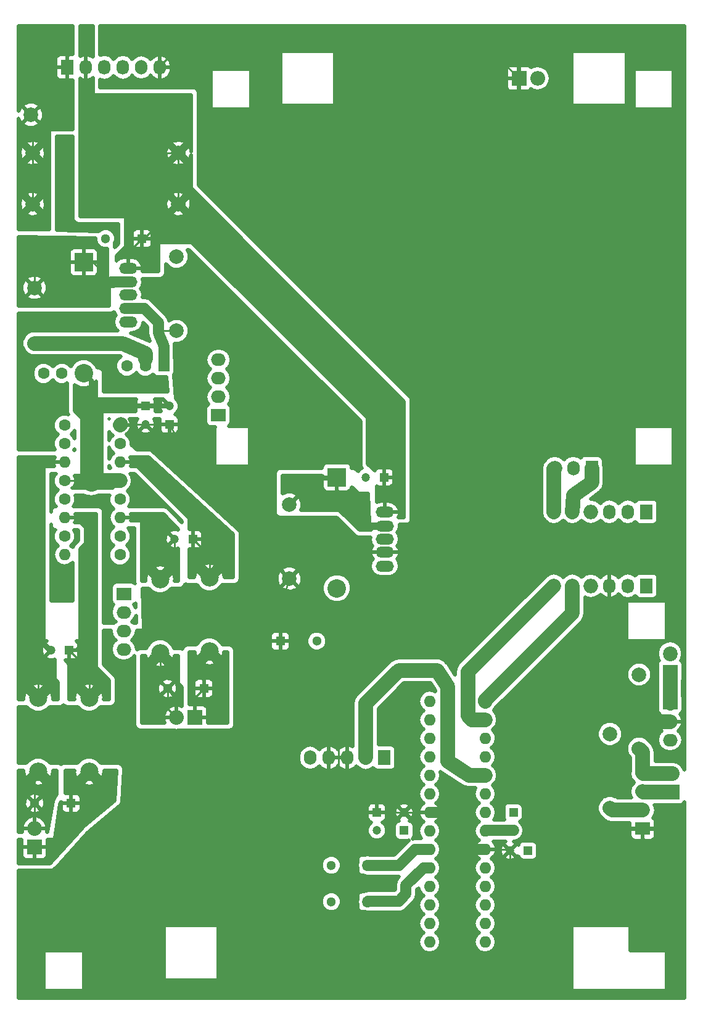
<source format=gbr>
G04 #@! TF.FileFunction,Copper,L2,Bot,Signal*
%FSLAX46Y46*%
G04 Gerber Fmt 4.6, Leading zero omitted, Abs format (unit mm)*
G04 Created by KiCad (PCBNEW 4.0.5) date 2018 March 07, Wednesday 08:04:59*
%MOMM*%
%LPD*%
G01*
G04 APERTURE LIST*
%ADD10C,0.100000*%
%ADD11R,1.300000X1.300000*%
%ADD12C,1.300000*%
%ADD13R,1.200000X1.200000*%
%ADD14C,1.200000*%
%ADD15C,1.600000*%
%ADD16C,2.540000*%
%ADD17R,2.540000X2.540000*%
%ADD18R,1.727200X2.000000*%
%ADD19O,1.727200X2.032000*%
%ADD20O,1.727200X2.000000*%
%ADD21R,2.032000X2.032000*%
%ADD22O,2.032000X2.032000*%
%ADD23O,2.000000X2.032000*%
%ADD24R,2.000000X1.727200*%
%ADD25O,2.000000X1.727200*%
%ADD26R,1.727200X2.032000*%
%ADD27O,2.032000X2.000000*%
%ADD28C,2.500000*%
%ADD29C,1.998980*%
%ADD30R,2.032000X1.727200*%
%ADD31O,2.032000X1.727200*%
%ADD32R,1.600000X1.510000*%
%ADD33O,1.600000X1.600000*%
%ADD34O,2.000000X2.000000*%
%ADD35O,2.499360X1.501140*%
%ADD36O,1.700000X2.000000*%
%ADD37C,1.501140*%
%ADD38C,0.250000*%
%ADD39C,3.000000*%
%ADD40C,0.650000*%
%ADD41C,2.000000*%
%ADD42C,1.500000*%
%ADD43C,1.000000*%
%ADD44C,0.500000*%
G04 APERTURE END LIST*
D10*
D11*
X50000000Y-127000000D03*
D12*
X45000000Y-127000000D03*
D11*
X31750000Y-142750000D03*
D12*
X26750000Y-142750000D03*
D13*
X48500000Y-106500000D03*
D14*
X46000000Y-106500000D03*
D13*
X31500000Y-121750000D03*
D14*
X29000000Y-121750000D03*
D11*
X72500000Y-156250000D03*
D12*
X67500000Y-156250000D03*
D11*
X72500000Y-151250000D03*
D12*
X67500000Y-151250000D03*
D13*
X42000000Y-88250000D03*
D14*
X42000000Y-90750000D03*
D13*
X45250000Y-90750000D03*
D14*
X45250000Y-88250000D03*
D13*
X92500000Y-144000000D03*
D14*
X92500000Y-146500000D03*
D13*
X94500000Y-149250000D03*
D14*
X92000000Y-149250000D03*
D13*
X77500000Y-146500000D03*
D14*
X77500000Y-144000000D03*
D13*
X73750000Y-144000000D03*
D14*
X73750000Y-146500000D03*
D11*
X41500000Y-65250000D03*
D12*
X36500000Y-65250000D03*
D13*
X74750000Y-98000000D03*
D14*
X72250000Y-98000000D03*
D15*
X28000000Y-83750000D03*
X30500000Y-83750000D03*
D11*
X60500000Y-120500000D03*
D12*
X65500000Y-120500000D03*
D16*
X33502960Y-83741220D03*
D17*
X33502960Y-68501220D03*
D16*
X68252960Y-113241220D03*
D17*
X68252960Y-98001220D03*
D18*
X74750000Y-136500000D03*
D19*
X72210000Y-136500000D03*
X69670000Y-136500000D03*
X67130000Y-136500000D03*
D20*
X64590000Y-136500000D03*
D21*
X114250000Y-141250000D03*
D22*
X114250000Y-138710000D03*
D21*
X114000000Y-124750000D03*
D23*
X114000000Y-122210000D03*
D24*
X52000000Y-89500000D03*
D25*
X52000000Y-86960000D03*
X52000000Y-84420000D03*
X52000000Y-81880000D03*
D24*
X39000000Y-114000000D03*
D25*
X39000000Y-116540000D03*
X39000000Y-119080000D03*
X39000000Y-121620000D03*
D26*
X103250000Y-96750000D03*
D20*
X100710000Y-96750000D03*
D19*
X98170000Y-96750000D03*
D21*
X93250000Y-43250000D03*
D27*
X95790000Y-43250000D03*
D28*
X50750000Y-111750000D03*
X50750000Y-121910000D03*
X44000000Y-112000000D03*
X44000000Y-122160000D03*
X34250000Y-128250000D03*
X34250000Y-138410000D03*
X27250000Y-128250000D03*
X27250000Y-138410000D03*
D29*
X26750000Y-72000000D03*
X26750000Y-79620000D03*
X61750000Y-101750000D03*
X61750000Y-111910000D03*
D21*
X48750000Y-131000000D03*
D22*
X46210000Y-131000000D03*
D21*
X26750000Y-148750000D03*
D22*
X26750000Y-146210000D03*
D30*
X114000000Y-129000000D03*
D31*
X114000000Y-131540000D03*
D25*
X114000000Y-134080000D03*
D29*
X105750000Y-133250000D03*
X105750000Y-143410000D03*
X109750000Y-135250000D03*
X109750000Y-125090000D03*
X26500000Y-60500000D03*
X46500000Y-60500000D03*
X26500000Y-53500000D03*
X46500000Y-53500000D03*
D15*
X39420000Y-82750000D03*
D32*
X44500000Y-82750000D03*
D15*
X41960000Y-82750000D03*
D29*
X46250000Y-67750000D03*
X46250000Y-77910000D03*
D30*
X110250000Y-146250000D03*
D31*
X110250000Y-143710000D03*
X110250000Y-141170000D03*
X110250000Y-138630000D03*
D15*
X30875000Y-90875000D03*
X30875000Y-93415000D03*
D33*
X30875000Y-95955000D03*
D15*
X30875000Y-98495000D03*
X30875000Y-101035000D03*
D33*
X30875000Y-103575000D03*
D15*
X30875000Y-106115000D03*
D33*
X30875000Y-108655000D03*
D15*
X38495000Y-108655000D03*
X38495000Y-106115000D03*
D33*
X38495000Y-103575000D03*
D15*
X38495000Y-101035000D03*
X38495000Y-98495000D03*
D33*
X38495000Y-95955000D03*
D15*
X38495000Y-93415000D03*
D33*
X38495000Y-90875000D03*
X81000000Y-128750000D03*
X81000000Y-131290000D03*
X81000000Y-133830000D03*
X81000000Y-136370000D03*
X81000000Y-138910000D03*
X81000000Y-141450000D03*
X81000000Y-143990000D03*
X81000000Y-146530000D03*
X81000000Y-149070000D03*
X81000000Y-151610000D03*
X81000000Y-154150000D03*
X81000000Y-156690000D03*
X81000000Y-159230000D03*
X81000000Y-161770000D03*
X88620000Y-161770000D03*
X88620000Y-159230000D03*
X88620000Y-156690000D03*
X88620000Y-154150000D03*
X88620000Y-151610000D03*
X88620000Y-149070000D03*
X88620000Y-146530000D03*
X88620000Y-143990000D03*
X88620000Y-141450000D03*
X88620000Y-138910000D03*
X88620000Y-136370000D03*
X88620000Y-133830000D03*
X88620000Y-131290000D03*
X88620000Y-128750000D03*
D19*
X98050000Y-112910000D03*
X100590000Y-112910000D03*
D34*
X103130000Y-112910000D03*
D19*
X105670000Y-112910000D03*
X108210000Y-112910000D03*
D26*
X110750000Y-112910000D03*
X110750000Y-102750000D03*
D19*
X108210000Y-102750000D03*
X105670000Y-102750000D03*
D34*
X103130000Y-102750000D03*
D19*
X100590000Y-102750000D03*
X98050000Y-102750000D03*
D35*
X39599440Y-73000000D03*
X39599440Y-69299220D03*
X39599440Y-76700780D03*
X39599440Y-74800860D03*
X39599440Y-71199140D03*
X74849440Y-106500000D03*
X74849440Y-102799220D03*
X74849440Y-110200780D03*
X74849440Y-108300860D03*
X74849440Y-104699140D03*
D26*
X31250000Y-41750000D03*
D19*
X33790000Y-41750000D03*
X36330000Y-41750000D03*
X38870000Y-41750000D03*
D36*
X41410000Y-41750000D03*
D19*
X43950000Y-41750000D03*
D37*
X76750000Y-156190940D03*
X76750000Y-151309060D03*
D29*
X26250000Y-48250000D03*
D38*
X27500000Y-49500000D02*
X26250000Y-48250000D01*
X26500000Y-50500000D02*
X27500000Y-49500000D01*
X26500000Y-53500000D02*
X26500000Y-50500000D01*
X31250000Y-45750000D02*
X27500000Y-49500000D01*
X31250000Y-45750000D02*
X31250000Y-41750000D01*
X26500000Y-60500000D02*
X26500000Y-53500000D01*
X34500000Y-84750000D02*
X34500000Y-84738260D01*
X34500000Y-84738260D02*
X33502960Y-83741220D01*
D39*
X34500000Y-98495000D02*
X34500000Y-88250000D01*
D40*
X42000000Y-88250000D02*
X34500000Y-88250000D01*
D41*
X34500000Y-88250000D02*
X35250000Y-88250000D01*
X35250000Y-88250000D02*
X34500000Y-88250000D01*
D40*
X34500000Y-88250000D02*
X34500000Y-84750000D01*
D38*
X30875000Y-98495000D02*
X34500000Y-98495000D01*
D41*
X34500000Y-98495000D02*
X38495000Y-98495000D01*
D40*
X45250000Y-88250000D02*
X42000000Y-88250000D01*
D38*
X50000000Y-127000000D02*
X50000000Y-122660000D01*
X50000000Y-122660000D02*
X50750000Y-121910000D01*
X48750000Y-131000000D02*
X48750000Y-128250000D01*
X48750000Y-128250000D02*
X50000000Y-127000000D01*
X45000000Y-127000000D02*
X45000000Y-129790000D01*
X45000000Y-129790000D02*
X46210000Y-131000000D01*
X44000000Y-122160000D02*
X44000000Y-126000000D01*
X44000000Y-126000000D02*
X45000000Y-127000000D01*
X31750000Y-142750000D02*
X31750000Y-145500000D01*
X28500000Y-148750000D02*
X26750000Y-148750000D01*
X31750000Y-145500000D02*
X28500000Y-148750000D01*
X31750000Y-142750000D02*
X31750000Y-140910000D01*
X31750000Y-140910000D02*
X34250000Y-138410000D01*
X26750000Y-142750000D02*
X26750000Y-138910000D01*
X26750000Y-138910000D02*
X27250000Y-138410000D01*
X26750000Y-146210000D02*
X26750000Y-143500000D01*
X26750000Y-143500000D02*
X26750000Y-142750000D01*
X48500000Y-106500000D02*
X48500000Y-102750000D01*
X41705000Y-95955000D02*
X38495000Y-95955000D01*
X48500000Y-102750000D02*
X41705000Y-95955000D01*
X50750000Y-111750000D02*
X50750000Y-108750000D01*
X50750000Y-108750000D02*
X48500000Y-106500000D01*
D41*
X50750000Y-111750000D02*
X50750000Y-111500000D01*
D38*
X38495000Y-103575000D02*
X43075000Y-103575000D01*
X43075000Y-103575000D02*
X46000000Y-106500000D01*
X46000000Y-106500000D02*
X46000000Y-110000000D01*
X46000000Y-110000000D02*
X44000000Y-112000000D01*
X31500000Y-121750000D02*
X32250000Y-121750000D01*
X32825000Y-103575000D02*
X30875000Y-103575000D01*
X34000000Y-104750000D02*
X32825000Y-103575000D01*
X34000000Y-120000000D02*
X34000000Y-104750000D01*
X32250000Y-121750000D02*
X34000000Y-120000000D01*
X34250000Y-128250000D02*
X34250000Y-124500000D01*
X34250000Y-124500000D02*
X31500000Y-121750000D01*
X29000000Y-121750000D02*
X28500000Y-121750000D01*
X28500000Y-121750000D02*
X27000000Y-120250000D01*
X28295000Y-95955000D02*
X30875000Y-95955000D01*
X27000000Y-97250000D02*
X28295000Y-95955000D01*
X27000000Y-120250000D02*
X27000000Y-97250000D01*
X27250000Y-128250000D02*
X27250000Y-123500000D01*
X27250000Y-123500000D02*
X29000000Y-121750000D01*
D42*
X81000000Y-151610000D02*
X80140000Y-151610000D01*
X77750000Y-155190940D02*
X76750000Y-156190940D01*
X77750000Y-154000000D02*
X77750000Y-155190940D01*
X80140000Y-151610000D02*
X77750000Y-154000000D01*
X76750000Y-156190940D02*
X72559060Y-156190940D01*
X72559060Y-156190940D02*
X72500000Y-156250000D01*
X76750000Y-151309060D02*
X72559060Y-151309060D01*
X72559060Y-151309060D02*
X72500000Y-151250000D01*
X81000000Y-149070000D02*
X78989060Y-149070000D01*
X78989060Y-149070000D02*
X76750000Y-151309060D01*
X72559060Y-151309060D02*
X72500000Y-151250000D01*
D38*
X43950000Y-41750000D02*
X43950000Y-41550000D01*
X43950000Y-41550000D02*
X47250000Y-38250000D01*
D41*
X47250000Y-38250000D02*
X88250000Y-38250000D01*
D38*
X88250000Y-38250000D02*
X93250000Y-43250000D01*
X93250000Y-43250000D02*
X93250000Y-77000000D01*
D41*
X99750000Y-83500000D02*
X107500000Y-91250000D01*
X107500000Y-91250000D02*
X107500000Y-96250000D01*
X107500000Y-96250000D02*
X110000000Y-98750000D01*
X110000000Y-98750000D02*
X113500000Y-98750000D01*
X113500000Y-98750000D02*
X114500000Y-99750000D01*
X114500000Y-99750000D02*
X114500000Y-107750000D01*
X114500000Y-107750000D02*
X113250000Y-109000000D01*
X113250000Y-109000000D02*
X106500000Y-109000000D01*
X106500000Y-109000000D02*
X105670000Y-109830000D01*
D38*
X105670000Y-109830000D02*
X105670000Y-112910000D01*
D41*
X93250000Y-77000000D02*
X99750000Y-83500000D01*
X108790000Y-130540000D02*
X108790000Y-130790000D01*
X103125000Y-124875000D02*
X108790000Y-130540000D01*
X109540000Y-131540000D02*
X114000000Y-131540000D01*
X108790000Y-130790000D02*
X109540000Y-131540000D01*
X103500000Y-146250000D02*
X102500000Y-146250000D01*
X102500000Y-146250000D02*
X101000000Y-144750000D01*
D38*
X110250000Y-146250000D02*
X103500000Y-146250000D01*
D41*
X101000000Y-148750000D02*
X101250000Y-148750000D01*
X103500000Y-146250000D02*
X101000000Y-148750000D01*
D39*
X47000000Y-94000000D02*
X47000000Y-94250000D01*
D38*
X45250000Y-90750000D02*
X47000000Y-94000000D01*
X57500000Y-107660000D02*
X61750000Y-111910000D01*
D39*
X57500000Y-104000000D02*
X57500000Y-107660000D01*
X47000000Y-94250000D02*
X57500000Y-104000000D01*
D38*
X45250000Y-90750000D02*
X42000000Y-90750000D01*
X68500000Y-136500000D02*
X68500000Y-141750000D01*
X68500000Y-141750000D02*
X70750000Y-144000000D01*
X68500000Y-136500000D02*
X68500000Y-134250000D01*
X60500000Y-124500000D02*
X60500000Y-120500000D01*
X68500000Y-134250000D02*
X60500000Y-124500000D01*
X60500000Y-120500000D02*
X60500000Y-115750000D01*
X60500000Y-115750000D02*
X61750000Y-111910000D01*
X105750000Y-112990000D02*
X105750000Y-115750000D01*
D39*
X96750000Y-153250000D02*
X101250000Y-148750000D01*
X101250000Y-148750000D02*
X101000000Y-149000000D01*
X101000000Y-149000000D02*
X101000000Y-144750000D01*
X101000000Y-144750000D02*
X101000000Y-127000000D01*
X101000000Y-127000000D02*
X103125000Y-124875000D01*
X103125000Y-124875000D02*
X105750000Y-122250000D01*
D38*
X105750000Y-122250000D02*
X105750000Y-115750000D01*
X92000000Y-152250000D02*
X92000000Y-149250000D01*
D41*
X92000000Y-152250000D02*
X93000000Y-153250000D01*
D39*
X93000000Y-153250000D02*
X96750000Y-153250000D01*
D38*
X105750000Y-112990000D02*
X105670000Y-112910000D01*
X69670000Y-136500000D02*
X68500000Y-136500000D01*
X68500000Y-136500000D02*
X67130000Y-136500000D01*
X70250000Y-144000000D02*
X70750000Y-144000000D01*
X70750000Y-144000000D02*
X73750000Y-144000000D01*
X74849440Y-108300860D02*
X65359140Y-108300860D01*
X65359140Y-108300860D02*
X61750000Y-111910000D01*
X42000000Y-90750000D02*
X38620000Y-90750000D01*
D41*
X38620000Y-90750000D02*
X38495000Y-90875000D01*
D42*
X38625000Y-90745000D02*
X38495000Y-90875000D01*
D38*
X77500000Y-144000000D02*
X73750000Y-144000000D01*
D42*
X81000000Y-143990000D02*
X83500000Y-144000000D01*
X87070000Y-149070000D02*
X88620000Y-149070000D01*
X83500000Y-144000000D02*
X87070000Y-149070000D01*
D38*
X81000000Y-143990000D02*
X77510000Y-143990000D01*
X77510000Y-143990000D02*
X77500000Y-144000000D01*
X88620000Y-149070000D02*
X91820000Y-149070000D01*
X91820000Y-149070000D02*
X92000000Y-149250000D01*
D42*
X92500000Y-146500000D02*
X88650000Y-146500000D01*
X88650000Y-146500000D02*
X88620000Y-146530000D01*
D38*
X74750000Y-98000000D02*
X74750000Y-102699780D01*
X74750000Y-98000000D02*
X74750000Y-95250000D01*
X74750000Y-88750000D02*
X46500000Y-60500000D01*
X74750000Y-95250000D02*
X74750000Y-88750000D01*
X39599440Y-69299220D02*
X39599440Y-67150560D01*
X39599440Y-67150560D02*
X41500000Y-65250000D01*
X33790000Y-41750000D02*
X33790000Y-45790000D01*
X41500000Y-53500000D02*
X46500000Y-53500000D01*
X33790000Y-45790000D02*
X41500000Y-53500000D01*
X41750000Y-65250000D02*
X46500000Y-60500000D01*
X46500000Y-60500000D02*
X46500000Y-53500000D01*
X33502960Y-68501220D02*
X34751220Y-68501220D01*
X34751220Y-68501220D02*
X37449140Y-71199140D01*
X26750000Y-72000000D02*
X26750000Y-70250000D01*
X28498780Y-68501220D02*
X33502960Y-68501220D01*
X26750000Y-70250000D02*
X28498780Y-68501220D01*
D42*
X39599440Y-71199140D02*
X37449140Y-71199140D01*
X37449140Y-71199140D02*
X37300860Y-71199140D01*
D38*
X61750000Y-101750000D02*
X65250000Y-98250000D01*
X65250000Y-98250000D02*
X68004180Y-98250000D01*
X68004180Y-98250000D02*
X68252960Y-98001220D01*
D43*
X74849440Y-104699140D02*
X72699140Y-104699140D01*
D38*
X68252960Y-100252960D02*
X68252960Y-98001220D01*
X72699140Y-104699140D02*
X68252960Y-100252960D01*
D41*
X72210000Y-136500000D02*
X72210000Y-129040000D01*
X86410000Y-138910000D02*
X88620000Y-138910000D01*
X83500000Y-137000000D02*
X86410000Y-138910000D01*
X83500000Y-126750000D02*
X83500000Y-137000000D01*
X82000000Y-124500000D02*
X83500000Y-126750000D01*
X76750000Y-124500000D02*
X82000000Y-124500000D01*
X72210000Y-129040000D02*
X76750000Y-124500000D01*
X114250000Y-141250000D02*
X110330000Y-141250000D01*
X110330000Y-141250000D02*
X110250000Y-141170000D01*
X114250000Y-138710000D02*
X110330000Y-138710000D01*
X110330000Y-138710000D02*
X110250000Y-138630000D01*
X110250000Y-138630000D02*
X110250000Y-135750000D01*
X110250000Y-135750000D02*
X109750000Y-135250000D01*
X114000000Y-129000000D02*
X114000000Y-124750000D01*
X100590000Y-102750000D02*
X100750000Y-100500000D01*
X103250000Y-98750000D02*
X103250000Y-96750000D01*
X100750000Y-100500000D02*
X103250000Y-98750000D01*
X98050000Y-102750000D02*
X98050000Y-96870000D01*
X98050000Y-96870000D02*
X98170000Y-96750000D01*
X110250000Y-143710000D02*
X106050000Y-143710000D01*
X106050000Y-143710000D02*
X105750000Y-143410000D01*
D38*
X46250000Y-77910000D02*
X43750000Y-77910000D01*
X43750000Y-77910000D02*
X43750000Y-78250000D01*
D42*
X39599440Y-74800860D02*
X41800860Y-74800860D01*
X43750000Y-76750000D02*
X43750000Y-78250000D01*
X41800860Y-74800860D02*
X43750000Y-76750000D01*
X43750000Y-78250000D02*
X44500000Y-80000000D01*
X44500000Y-80000000D02*
X44500000Y-82750000D01*
D41*
X88620000Y-131290000D02*
X86790000Y-131290000D01*
X86250000Y-124710000D02*
X98050000Y-112910000D01*
X86250000Y-130750000D02*
X86250000Y-124710000D01*
X86790000Y-131290000D02*
X86250000Y-130750000D01*
X88620000Y-128750000D02*
X88620000Y-128630000D01*
X88620000Y-128630000D02*
X100590000Y-116660000D01*
X100590000Y-116660000D02*
X100590000Y-112910000D01*
X42000000Y-81790000D02*
X42000000Y-81000000D01*
X38870000Y-79620000D02*
X26750000Y-79620000D01*
X42000000Y-81000000D02*
X38870000Y-79620000D01*
D44*
G36*
X32000000Y-39976000D02*
X31443500Y-39976000D01*
X31254000Y-40165500D01*
X31254000Y-41746000D01*
X31274000Y-41746000D01*
X31274000Y-41754000D01*
X31254000Y-41754000D01*
X31254000Y-43334500D01*
X31443500Y-43524000D01*
X32000000Y-43524000D01*
X32000000Y-50250000D01*
X29000000Y-50250000D01*
X28902736Y-50269696D01*
X28820798Y-50325682D01*
X28767097Y-50409136D01*
X28750000Y-50500000D01*
X28750000Y-64000000D01*
X24550000Y-64000000D01*
X24550000Y-61795985D01*
X25557569Y-61795985D01*
X25659290Y-62082463D01*
X26328868Y-62283731D01*
X27024499Y-62213443D01*
X27340710Y-62082463D01*
X27442431Y-61795985D01*
X26500000Y-60853553D01*
X25557569Y-61795985D01*
X24550000Y-61795985D01*
X24550000Y-60328868D01*
X24716269Y-60328868D01*
X24786557Y-61024499D01*
X24917537Y-61340710D01*
X25204015Y-61442431D01*
X26146447Y-60500000D01*
X26853553Y-60500000D01*
X27795985Y-61442431D01*
X28082463Y-61340710D01*
X28283731Y-60671132D01*
X28213443Y-59975501D01*
X28082463Y-59659290D01*
X27795985Y-59557569D01*
X26853553Y-60500000D01*
X26146447Y-60500000D01*
X25204015Y-59557569D01*
X24917537Y-59659290D01*
X24716269Y-60328868D01*
X24550000Y-60328868D01*
X24550000Y-59204015D01*
X25557569Y-59204015D01*
X26500000Y-60146447D01*
X27442431Y-59204015D01*
X27340710Y-58917537D01*
X26671132Y-58716269D01*
X25975501Y-58786557D01*
X25659290Y-58917537D01*
X25557569Y-59204015D01*
X24550000Y-59204015D01*
X24550000Y-54795985D01*
X25557569Y-54795985D01*
X25659290Y-55082463D01*
X26328868Y-55283731D01*
X27024499Y-55213443D01*
X27340710Y-55082463D01*
X27442431Y-54795985D01*
X26500000Y-53853553D01*
X25557569Y-54795985D01*
X24550000Y-54795985D01*
X24550000Y-53328868D01*
X24716269Y-53328868D01*
X24786557Y-54024499D01*
X24917537Y-54340710D01*
X25204015Y-54442431D01*
X26146447Y-53500000D01*
X26853553Y-53500000D01*
X27795985Y-54442431D01*
X28082463Y-54340710D01*
X28283731Y-53671132D01*
X28213443Y-52975501D01*
X28082463Y-52659290D01*
X27795985Y-52557569D01*
X26853553Y-53500000D01*
X26146447Y-53500000D01*
X25204015Y-52557569D01*
X24917537Y-52659290D01*
X24716269Y-53328868D01*
X24550000Y-53328868D01*
X24550000Y-52204015D01*
X25557569Y-52204015D01*
X26500000Y-53146447D01*
X27442431Y-52204015D01*
X27340710Y-51917537D01*
X26671132Y-51716269D01*
X25975501Y-51786557D01*
X25659290Y-51917537D01*
X25557569Y-52204015D01*
X24550000Y-52204015D01*
X24550000Y-49385908D01*
X25119749Y-49385908D01*
X25199973Y-49702042D01*
X25835574Y-49993340D01*
X26534268Y-50019230D01*
X27189684Y-49775771D01*
X27300027Y-49702042D01*
X27380251Y-49385908D01*
X26250000Y-48255657D01*
X25119749Y-49385908D01*
X24550000Y-49385908D01*
X24550000Y-48720642D01*
X24724229Y-49189684D01*
X24797958Y-49300027D01*
X25114092Y-49380251D01*
X26244343Y-48250000D01*
X26255657Y-48250000D01*
X27385908Y-49380251D01*
X27702042Y-49300027D01*
X27993340Y-48664426D01*
X28019230Y-47965732D01*
X27775771Y-47310316D01*
X27702042Y-47199973D01*
X27385908Y-47119749D01*
X26255657Y-48250000D01*
X26244343Y-48250000D01*
X25114092Y-47119749D01*
X24797958Y-47199973D01*
X24550000Y-47741008D01*
X24550000Y-47114092D01*
X25119749Y-47114092D01*
X26250000Y-48244343D01*
X27380251Y-47114092D01*
X27300027Y-46797958D01*
X26664426Y-46506660D01*
X25965732Y-46480770D01*
X25310316Y-46724229D01*
X25199973Y-46797958D01*
X25119749Y-47114092D01*
X24550000Y-47114092D01*
X24550000Y-41943500D01*
X29628400Y-41943500D01*
X29628400Y-42916776D01*
X29743799Y-43195373D01*
X29957028Y-43408602D01*
X30235625Y-43524000D01*
X31056500Y-43524000D01*
X31246000Y-43334500D01*
X31246000Y-41754000D01*
X29817900Y-41754000D01*
X29628400Y-41943500D01*
X24550000Y-41943500D01*
X24550000Y-40583224D01*
X29628400Y-40583224D01*
X29628400Y-41556500D01*
X29817900Y-41746000D01*
X31246000Y-41746000D01*
X31246000Y-40165500D01*
X31056500Y-39976000D01*
X30235625Y-39976000D01*
X29957028Y-40091398D01*
X29743799Y-40304627D01*
X29628400Y-40583224D01*
X24550000Y-40583224D01*
X24550000Y-36050000D01*
X32000000Y-36050000D01*
X32000000Y-39976000D01*
X32000000Y-39976000D01*
G37*
X32000000Y-39976000D02*
X31443500Y-39976000D01*
X31254000Y-40165500D01*
X31254000Y-41746000D01*
X31274000Y-41746000D01*
X31274000Y-41754000D01*
X31254000Y-41754000D01*
X31254000Y-43334500D01*
X31443500Y-43524000D01*
X32000000Y-43524000D01*
X32000000Y-50250000D01*
X29000000Y-50250000D01*
X28902736Y-50269696D01*
X28820798Y-50325682D01*
X28767097Y-50409136D01*
X28750000Y-50500000D01*
X28750000Y-64000000D01*
X24550000Y-64000000D01*
X24550000Y-61795985D01*
X25557569Y-61795985D01*
X25659290Y-62082463D01*
X26328868Y-62283731D01*
X27024499Y-62213443D01*
X27340710Y-62082463D01*
X27442431Y-61795985D01*
X26500000Y-60853553D01*
X25557569Y-61795985D01*
X24550000Y-61795985D01*
X24550000Y-60328868D01*
X24716269Y-60328868D01*
X24786557Y-61024499D01*
X24917537Y-61340710D01*
X25204015Y-61442431D01*
X26146447Y-60500000D01*
X26853553Y-60500000D01*
X27795985Y-61442431D01*
X28082463Y-61340710D01*
X28283731Y-60671132D01*
X28213443Y-59975501D01*
X28082463Y-59659290D01*
X27795985Y-59557569D01*
X26853553Y-60500000D01*
X26146447Y-60500000D01*
X25204015Y-59557569D01*
X24917537Y-59659290D01*
X24716269Y-60328868D01*
X24550000Y-60328868D01*
X24550000Y-59204015D01*
X25557569Y-59204015D01*
X26500000Y-60146447D01*
X27442431Y-59204015D01*
X27340710Y-58917537D01*
X26671132Y-58716269D01*
X25975501Y-58786557D01*
X25659290Y-58917537D01*
X25557569Y-59204015D01*
X24550000Y-59204015D01*
X24550000Y-54795985D01*
X25557569Y-54795985D01*
X25659290Y-55082463D01*
X26328868Y-55283731D01*
X27024499Y-55213443D01*
X27340710Y-55082463D01*
X27442431Y-54795985D01*
X26500000Y-53853553D01*
X25557569Y-54795985D01*
X24550000Y-54795985D01*
X24550000Y-53328868D01*
X24716269Y-53328868D01*
X24786557Y-54024499D01*
X24917537Y-54340710D01*
X25204015Y-54442431D01*
X26146447Y-53500000D01*
X26853553Y-53500000D01*
X27795985Y-54442431D01*
X28082463Y-54340710D01*
X28283731Y-53671132D01*
X28213443Y-52975501D01*
X28082463Y-52659290D01*
X27795985Y-52557569D01*
X26853553Y-53500000D01*
X26146447Y-53500000D01*
X25204015Y-52557569D01*
X24917537Y-52659290D01*
X24716269Y-53328868D01*
X24550000Y-53328868D01*
X24550000Y-52204015D01*
X25557569Y-52204015D01*
X26500000Y-53146447D01*
X27442431Y-52204015D01*
X27340710Y-51917537D01*
X26671132Y-51716269D01*
X25975501Y-51786557D01*
X25659290Y-51917537D01*
X25557569Y-52204015D01*
X24550000Y-52204015D01*
X24550000Y-49385908D01*
X25119749Y-49385908D01*
X25199973Y-49702042D01*
X25835574Y-49993340D01*
X26534268Y-50019230D01*
X27189684Y-49775771D01*
X27300027Y-49702042D01*
X27380251Y-49385908D01*
X26250000Y-48255657D01*
X25119749Y-49385908D01*
X24550000Y-49385908D01*
X24550000Y-48720642D01*
X24724229Y-49189684D01*
X24797958Y-49300027D01*
X25114092Y-49380251D01*
X26244343Y-48250000D01*
X26255657Y-48250000D01*
X27385908Y-49380251D01*
X27702042Y-49300027D01*
X27993340Y-48664426D01*
X28019230Y-47965732D01*
X27775771Y-47310316D01*
X27702042Y-47199973D01*
X27385908Y-47119749D01*
X26255657Y-48250000D01*
X26244343Y-48250000D01*
X25114092Y-47119749D01*
X24797958Y-47199973D01*
X24550000Y-47741008D01*
X24550000Y-47114092D01*
X25119749Y-47114092D01*
X26250000Y-48244343D01*
X27380251Y-47114092D01*
X27300027Y-46797958D01*
X26664426Y-46506660D01*
X25965732Y-46480770D01*
X25310316Y-46724229D01*
X25199973Y-46797958D01*
X25119749Y-47114092D01*
X24550000Y-47114092D01*
X24550000Y-41943500D01*
X29628400Y-41943500D01*
X29628400Y-42916776D01*
X29743799Y-43195373D01*
X29957028Y-43408602D01*
X30235625Y-43524000D01*
X31056500Y-43524000D01*
X31246000Y-43334500D01*
X31246000Y-41754000D01*
X29817900Y-41754000D01*
X29628400Y-41943500D01*
X24550000Y-41943500D01*
X24550000Y-40583224D01*
X29628400Y-40583224D01*
X29628400Y-41556500D01*
X29817900Y-41746000D01*
X31246000Y-41746000D01*
X31246000Y-40165500D01*
X31056500Y-39976000D01*
X30235625Y-39976000D01*
X29957028Y-40091398D01*
X29743799Y-40304627D01*
X29628400Y-40583224D01*
X24550000Y-40583224D01*
X24550000Y-36050000D01*
X32000000Y-36050000D01*
X32000000Y-39976000D01*
G36*
X34750000Y-40325960D02*
X34406864Y-40097906D01*
X34047624Y-39996595D01*
X33794000Y-40165506D01*
X33794000Y-41746000D01*
X33814000Y-41746000D01*
X33814000Y-41754000D01*
X33794000Y-41754000D01*
X33794000Y-43334494D01*
X34047624Y-43503405D01*
X34406864Y-43402094D01*
X34750000Y-43174040D01*
X34750000Y-45250000D01*
X34769696Y-45347264D01*
X34825682Y-45429202D01*
X34909136Y-45482903D01*
X35000000Y-45500000D01*
X48250000Y-45500000D01*
X48250000Y-53337301D01*
X48213443Y-52975501D01*
X48082463Y-52659290D01*
X47795985Y-52557569D01*
X46853553Y-53500000D01*
X47795985Y-54442431D01*
X48082463Y-54340710D01*
X48250000Y-53783348D01*
X48250000Y-58250000D01*
X48269696Y-58347264D01*
X48323223Y-58426777D01*
X77500000Y-87603554D01*
X77500000Y-103500000D01*
X76659331Y-103500000D01*
X76743817Y-103372830D01*
X76837916Y-103039162D01*
X76667614Y-102803220D01*
X74853440Y-102803220D01*
X74853440Y-102823220D01*
X74845440Y-102823220D01*
X74845440Y-102803220D01*
X74825440Y-102803220D01*
X74825440Y-102795220D01*
X74845440Y-102795220D01*
X74845440Y-101290650D01*
X74853440Y-101290650D01*
X74853440Y-102795220D01*
X76667614Y-102795220D01*
X76837916Y-102559278D01*
X76743817Y-102225610D01*
X76418098Y-101735328D01*
X75929550Y-101407014D01*
X75352550Y-101290650D01*
X74853440Y-101290650D01*
X74845440Y-101290650D01*
X74346330Y-101290650D01*
X73769330Y-101407014D01*
X73750000Y-101420004D01*
X73750000Y-99254768D01*
X73999224Y-99358000D01*
X74556500Y-99358000D01*
X74746000Y-99168500D01*
X74746000Y-98004000D01*
X74754000Y-98004000D01*
X74754000Y-99168500D01*
X74943500Y-99358000D01*
X75500776Y-99358000D01*
X75779373Y-99242601D01*
X75992602Y-99029372D01*
X76108000Y-98750775D01*
X76108000Y-98193500D01*
X75918500Y-98004000D01*
X74754000Y-98004000D01*
X74746000Y-98004000D01*
X74726000Y-98004000D01*
X74726000Y-97996000D01*
X74746000Y-97996000D01*
X74746000Y-96831500D01*
X74754000Y-96831500D01*
X74754000Y-97996000D01*
X75918500Y-97996000D01*
X76108000Y-97806500D01*
X76108000Y-97249225D01*
X75992602Y-96970628D01*
X75779373Y-96757399D01*
X75500776Y-96642000D01*
X74943500Y-96642000D01*
X74754000Y-96831500D01*
X74746000Y-96831500D01*
X74556500Y-96642000D01*
X73999224Y-96642000D01*
X73720627Y-96757399D01*
X73507398Y-96970628D01*
X73453736Y-97100182D01*
X72500000Y-96146446D01*
X72500000Y-90000000D01*
X72480304Y-89902736D01*
X72426777Y-89823223D01*
X48426777Y-65823223D01*
X48344073Y-65768375D01*
X48250000Y-65750000D01*
X44000000Y-65750000D01*
X43902736Y-65769696D01*
X43820798Y-65825682D01*
X43767097Y-65909136D01*
X43750000Y-66000000D01*
X43750000Y-69750000D01*
X41528457Y-69750000D01*
X41587916Y-69539162D01*
X41417614Y-69303220D01*
X39603440Y-69303220D01*
X39603440Y-69323220D01*
X39595440Y-69323220D01*
X39595440Y-69303220D01*
X39575440Y-69303220D01*
X39575440Y-69295220D01*
X39595440Y-69295220D01*
X39595440Y-67790650D01*
X39603440Y-67790650D01*
X39603440Y-69295220D01*
X41417614Y-69295220D01*
X41587916Y-69059278D01*
X41493817Y-68725610D01*
X41168098Y-68235328D01*
X40679550Y-67907014D01*
X40102550Y-67790650D01*
X39603440Y-67790650D01*
X39595440Y-67790650D01*
X39096330Y-67790650D01*
X38519330Y-67907014D01*
X38030782Y-68235328D01*
X38000000Y-68281662D01*
X38000000Y-67603554D01*
X39176777Y-66426777D01*
X39231625Y-66344073D01*
X39250000Y-66250000D01*
X39250000Y-65443500D01*
X40092000Y-65443500D01*
X40092000Y-66050775D01*
X40207398Y-66329372D01*
X40420627Y-66542601D01*
X40699224Y-66658000D01*
X41306500Y-66658000D01*
X41496000Y-66468500D01*
X41496000Y-65254000D01*
X41504000Y-65254000D01*
X41504000Y-66468500D01*
X41693500Y-66658000D01*
X42300776Y-66658000D01*
X42579373Y-66542601D01*
X42792602Y-66329372D01*
X42908000Y-66050775D01*
X42908000Y-65443500D01*
X42718500Y-65254000D01*
X41504000Y-65254000D01*
X41496000Y-65254000D01*
X40281500Y-65254000D01*
X40092000Y-65443500D01*
X39250000Y-65443500D01*
X39250000Y-64449225D01*
X40092000Y-64449225D01*
X40092000Y-65056500D01*
X40281500Y-65246000D01*
X41496000Y-65246000D01*
X41496000Y-64031500D01*
X41504000Y-64031500D01*
X41504000Y-65246000D01*
X42718500Y-65246000D01*
X42908000Y-65056500D01*
X42908000Y-64449225D01*
X42792602Y-64170628D01*
X42579373Y-63957399D01*
X42300776Y-63842000D01*
X41693500Y-63842000D01*
X41504000Y-64031500D01*
X41496000Y-64031500D01*
X41306500Y-63842000D01*
X40699224Y-63842000D01*
X40420627Y-63957399D01*
X40207398Y-64170628D01*
X40092000Y-64449225D01*
X39250000Y-64449225D01*
X39250000Y-62500000D01*
X39230304Y-62402736D01*
X39174318Y-62320798D01*
X39090864Y-62267097D01*
X39000000Y-62250000D01*
X33000000Y-62250000D01*
X33000000Y-61795985D01*
X45557569Y-61795985D01*
X45659290Y-62082463D01*
X46328868Y-62283731D01*
X47024499Y-62213443D01*
X47340710Y-62082463D01*
X47442431Y-61795985D01*
X46500000Y-60853553D01*
X45557569Y-61795985D01*
X33000000Y-61795985D01*
X33000000Y-60328868D01*
X44716269Y-60328868D01*
X44786557Y-61024499D01*
X44917537Y-61340710D01*
X45204015Y-61442431D01*
X46146447Y-60500000D01*
X46853553Y-60500000D01*
X47795985Y-61442431D01*
X48082463Y-61340710D01*
X48283731Y-60671132D01*
X48213443Y-59975501D01*
X48082463Y-59659290D01*
X47795985Y-59557569D01*
X46853553Y-60500000D01*
X46146447Y-60500000D01*
X45204015Y-59557569D01*
X44917537Y-59659290D01*
X44716269Y-60328868D01*
X33000000Y-60328868D01*
X33000000Y-59204015D01*
X45557569Y-59204015D01*
X46500000Y-60146447D01*
X47442431Y-59204015D01*
X47340710Y-58917537D01*
X46671132Y-58716269D01*
X45975501Y-58786557D01*
X45659290Y-58917537D01*
X45557569Y-59204015D01*
X33000000Y-59204015D01*
X33000000Y-54795985D01*
X45557569Y-54795985D01*
X45659290Y-55082463D01*
X46328868Y-55283731D01*
X47024499Y-55213443D01*
X47340710Y-55082463D01*
X47442431Y-54795985D01*
X46500000Y-53853553D01*
X45557569Y-54795985D01*
X33000000Y-54795985D01*
X33000000Y-53328868D01*
X44716269Y-53328868D01*
X44786557Y-54024499D01*
X44917537Y-54340710D01*
X45204015Y-54442431D01*
X46146447Y-53500000D01*
X45204015Y-52557569D01*
X44917537Y-52659290D01*
X44716269Y-53328868D01*
X33000000Y-53328868D01*
X33000000Y-52204015D01*
X45557569Y-52204015D01*
X46500000Y-53146447D01*
X47442431Y-52204015D01*
X47340710Y-51917537D01*
X46671132Y-51716269D01*
X45975501Y-51786557D01*
X45659290Y-51917537D01*
X45557569Y-52204015D01*
X33000000Y-52204015D01*
X33000000Y-43287025D01*
X33173136Y-43402094D01*
X33532376Y-43503405D01*
X33786000Y-43334494D01*
X33786000Y-41754000D01*
X33766000Y-41754000D01*
X33766000Y-41746000D01*
X33786000Y-41746000D01*
X33786000Y-40165506D01*
X33532376Y-39996595D01*
X33173136Y-40097906D01*
X33000000Y-40212975D01*
X33000000Y-36050000D01*
X34750000Y-36050000D01*
X34750000Y-40325960D01*
X34750000Y-40325960D01*
G37*
X34750000Y-40325960D02*
X34406864Y-40097906D01*
X34047624Y-39996595D01*
X33794000Y-40165506D01*
X33794000Y-41746000D01*
X33814000Y-41746000D01*
X33814000Y-41754000D01*
X33794000Y-41754000D01*
X33794000Y-43334494D01*
X34047624Y-43503405D01*
X34406864Y-43402094D01*
X34750000Y-43174040D01*
X34750000Y-45250000D01*
X34769696Y-45347264D01*
X34825682Y-45429202D01*
X34909136Y-45482903D01*
X35000000Y-45500000D01*
X48250000Y-45500000D01*
X48250000Y-53337301D01*
X48213443Y-52975501D01*
X48082463Y-52659290D01*
X47795985Y-52557569D01*
X46853553Y-53500000D01*
X47795985Y-54442431D01*
X48082463Y-54340710D01*
X48250000Y-53783348D01*
X48250000Y-58250000D01*
X48269696Y-58347264D01*
X48323223Y-58426777D01*
X77500000Y-87603554D01*
X77500000Y-103500000D01*
X76659331Y-103500000D01*
X76743817Y-103372830D01*
X76837916Y-103039162D01*
X76667614Y-102803220D01*
X74853440Y-102803220D01*
X74853440Y-102823220D01*
X74845440Y-102823220D01*
X74845440Y-102803220D01*
X74825440Y-102803220D01*
X74825440Y-102795220D01*
X74845440Y-102795220D01*
X74845440Y-101290650D01*
X74853440Y-101290650D01*
X74853440Y-102795220D01*
X76667614Y-102795220D01*
X76837916Y-102559278D01*
X76743817Y-102225610D01*
X76418098Y-101735328D01*
X75929550Y-101407014D01*
X75352550Y-101290650D01*
X74853440Y-101290650D01*
X74845440Y-101290650D01*
X74346330Y-101290650D01*
X73769330Y-101407014D01*
X73750000Y-101420004D01*
X73750000Y-99254768D01*
X73999224Y-99358000D01*
X74556500Y-99358000D01*
X74746000Y-99168500D01*
X74746000Y-98004000D01*
X74754000Y-98004000D01*
X74754000Y-99168500D01*
X74943500Y-99358000D01*
X75500776Y-99358000D01*
X75779373Y-99242601D01*
X75992602Y-99029372D01*
X76108000Y-98750775D01*
X76108000Y-98193500D01*
X75918500Y-98004000D01*
X74754000Y-98004000D01*
X74746000Y-98004000D01*
X74726000Y-98004000D01*
X74726000Y-97996000D01*
X74746000Y-97996000D01*
X74746000Y-96831500D01*
X74754000Y-96831500D01*
X74754000Y-97996000D01*
X75918500Y-97996000D01*
X76108000Y-97806500D01*
X76108000Y-97249225D01*
X75992602Y-96970628D01*
X75779373Y-96757399D01*
X75500776Y-96642000D01*
X74943500Y-96642000D01*
X74754000Y-96831500D01*
X74746000Y-96831500D01*
X74556500Y-96642000D01*
X73999224Y-96642000D01*
X73720627Y-96757399D01*
X73507398Y-96970628D01*
X73453736Y-97100182D01*
X72500000Y-96146446D01*
X72500000Y-90000000D01*
X72480304Y-89902736D01*
X72426777Y-89823223D01*
X48426777Y-65823223D01*
X48344073Y-65768375D01*
X48250000Y-65750000D01*
X44000000Y-65750000D01*
X43902736Y-65769696D01*
X43820798Y-65825682D01*
X43767097Y-65909136D01*
X43750000Y-66000000D01*
X43750000Y-69750000D01*
X41528457Y-69750000D01*
X41587916Y-69539162D01*
X41417614Y-69303220D01*
X39603440Y-69303220D01*
X39603440Y-69323220D01*
X39595440Y-69323220D01*
X39595440Y-69303220D01*
X39575440Y-69303220D01*
X39575440Y-69295220D01*
X39595440Y-69295220D01*
X39595440Y-67790650D01*
X39603440Y-67790650D01*
X39603440Y-69295220D01*
X41417614Y-69295220D01*
X41587916Y-69059278D01*
X41493817Y-68725610D01*
X41168098Y-68235328D01*
X40679550Y-67907014D01*
X40102550Y-67790650D01*
X39603440Y-67790650D01*
X39595440Y-67790650D01*
X39096330Y-67790650D01*
X38519330Y-67907014D01*
X38030782Y-68235328D01*
X38000000Y-68281662D01*
X38000000Y-67603554D01*
X39176777Y-66426777D01*
X39231625Y-66344073D01*
X39250000Y-66250000D01*
X39250000Y-65443500D01*
X40092000Y-65443500D01*
X40092000Y-66050775D01*
X40207398Y-66329372D01*
X40420627Y-66542601D01*
X40699224Y-66658000D01*
X41306500Y-66658000D01*
X41496000Y-66468500D01*
X41496000Y-65254000D01*
X41504000Y-65254000D01*
X41504000Y-66468500D01*
X41693500Y-66658000D01*
X42300776Y-66658000D01*
X42579373Y-66542601D01*
X42792602Y-66329372D01*
X42908000Y-66050775D01*
X42908000Y-65443500D01*
X42718500Y-65254000D01*
X41504000Y-65254000D01*
X41496000Y-65254000D01*
X40281500Y-65254000D01*
X40092000Y-65443500D01*
X39250000Y-65443500D01*
X39250000Y-64449225D01*
X40092000Y-64449225D01*
X40092000Y-65056500D01*
X40281500Y-65246000D01*
X41496000Y-65246000D01*
X41496000Y-64031500D01*
X41504000Y-64031500D01*
X41504000Y-65246000D01*
X42718500Y-65246000D01*
X42908000Y-65056500D01*
X42908000Y-64449225D01*
X42792602Y-64170628D01*
X42579373Y-63957399D01*
X42300776Y-63842000D01*
X41693500Y-63842000D01*
X41504000Y-64031500D01*
X41496000Y-64031500D01*
X41306500Y-63842000D01*
X40699224Y-63842000D01*
X40420627Y-63957399D01*
X40207398Y-64170628D01*
X40092000Y-64449225D01*
X39250000Y-64449225D01*
X39250000Y-62500000D01*
X39230304Y-62402736D01*
X39174318Y-62320798D01*
X39090864Y-62267097D01*
X39000000Y-62250000D01*
X33000000Y-62250000D01*
X33000000Y-61795985D01*
X45557569Y-61795985D01*
X45659290Y-62082463D01*
X46328868Y-62283731D01*
X47024499Y-62213443D01*
X47340710Y-62082463D01*
X47442431Y-61795985D01*
X46500000Y-60853553D01*
X45557569Y-61795985D01*
X33000000Y-61795985D01*
X33000000Y-60328868D01*
X44716269Y-60328868D01*
X44786557Y-61024499D01*
X44917537Y-61340710D01*
X45204015Y-61442431D01*
X46146447Y-60500000D01*
X46853553Y-60500000D01*
X47795985Y-61442431D01*
X48082463Y-61340710D01*
X48283731Y-60671132D01*
X48213443Y-59975501D01*
X48082463Y-59659290D01*
X47795985Y-59557569D01*
X46853553Y-60500000D01*
X46146447Y-60500000D01*
X45204015Y-59557569D01*
X44917537Y-59659290D01*
X44716269Y-60328868D01*
X33000000Y-60328868D01*
X33000000Y-59204015D01*
X45557569Y-59204015D01*
X46500000Y-60146447D01*
X47442431Y-59204015D01*
X47340710Y-58917537D01*
X46671132Y-58716269D01*
X45975501Y-58786557D01*
X45659290Y-58917537D01*
X45557569Y-59204015D01*
X33000000Y-59204015D01*
X33000000Y-54795985D01*
X45557569Y-54795985D01*
X45659290Y-55082463D01*
X46328868Y-55283731D01*
X47024499Y-55213443D01*
X47340710Y-55082463D01*
X47442431Y-54795985D01*
X46500000Y-53853553D01*
X45557569Y-54795985D01*
X33000000Y-54795985D01*
X33000000Y-53328868D01*
X44716269Y-53328868D01*
X44786557Y-54024499D01*
X44917537Y-54340710D01*
X45204015Y-54442431D01*
X46146447Y-53500000D01*
X45204015Y-52557569D01*
X44917537Y-52659290D01*
X44716269Y-53328868D01*
X33000000Y-53328868D01*
X33000000Y-52204015D01*
X45557569Y-52204015D01*
X46500000Y-53146447D01*
X47442431Y-52204015D01*
X47340710Y-51917537D01*
X46671132Y-51716269D01*
X45975501Y-51786557D01*
X45659290Y-51917537D01*
X45557569Y-52204015D01*
X33000000Y-52204015D01*
X33000000Y-43287025D01*
X33173136Y-43402094D01*
X33532376Y-43503405D01*
X33786000Y-43334494D01*
X33786000Y-41754000D01*
X33766000Y-41754000D01*
X33766000Y-41746000D01*
X33786000Y-41746000D01*
X33786000Y-40165506D01*
X33532376Y-39996595D01*
X33173136Y-40097906D01*
X33000000Y-40212975D01*
X33000000Y-36050000D01*
X34750000Y-36050000D01*
X34750000Y-40325960D01*
G36*
X33638962Y-100573729D02*
X34500000Y-100745000D01*
X35361038Y-100573729D01*
X35471381Y-100500000D01*
X37038836Y-100500000D01*
X36945270Y-100725333D01*
X36944732Y-101341961D01*
X37180208Y-101911857D01*
X37595207Y-102327582D01*
X37368618Y-102478984D01*
X37032621Y-102981841D01*
X36914634Y-103575000D01*
X37032621Y-104168159D01*
X37368618Y-104671016D01*
X37595619Y-104822693D01*
X37181740Y-105235849D01*
X36945270Y-105805333D01*
X36944732Y-106421961D01*
X37180208Y-106991857D01*
X37572968Y-107385304D01*
X37181740Y-107775849D01*
X36945270Y-108345333D01*
X36944732Y-108961961D01*
X37180208Y-109531857D01*
X37615849Y-109968260D01*
X38185333Y-110204730D01*
X38801961Y-110205268D01*
X39371857Y-109969792D01*
X39808260Y-109534151D01*
X40044730Y-108964667D01*
X40045268Y-108348039D01*
X39809792Y-107778143D01*
X39417032Y-107384696D01*
X39808260Y-106994151D01*
X40044730Y-106424667D01*
X40045268Y-105808039D01*
X39809792Y-105238143D01*
X39572065Y-105000000D01*
X40500000Y-105000000D01*
X40500000Y-112500000D01*
X40515182Y-112580684D01*
X40297508Y-112431954D01*
X40000000Y-112371707D01*
X38000000Y-112371707D01*
X37722067Y-112424004D01*
X37466802Y-112588262D01*
X37295554Y-112838892D01*
X37235307Y-113136400D01*
X37235307Y-114863600D01*
X37287604Y-115141533D01*
X37451862Y-115396798D01*
X37615224Y-115508418D01*
X37338543Y-115922502D01*
X37215715Y-116540000D01*
X37338543Y-117157498D01*
X37688327Y-117680988D01*
X37881408Y-117810000D01*
X37688327Y-117939012D01*
X37647576Y-118000000D01*
X36250000Y-118000000D01*
X36250000Y-102750000D01*
X36198708Y-102477407D01*
X36037606Y-102227047D01*
X35791792Y-102059089D01*
X35500000Y-102000000D01*
X32102261Y-102000000D01*
X32188260Y-101914151D01*
X32424730Y-101344667D01*
X32425268Y-100728039D01*
X32331044Y-100500000D01*
X33528619Y-100500000D01*
X33638962Y-100573729D01*
X33638962Y-100573729D01*
G37*
X33638962Y-100573729D02*
X34500000Y-100745000D01*
X35361038Y-100573729D01*
X35471381Y-100500000D01*
X37038836Y-100500000D01*
X36945270Y-100725333D01*
X36944732Y-101341961D01*
X37180208Y-101911857D01*
X37595207Y-102327582D01*
X37368618Y-102478984D01*
X37032621Y-102981841D01*
X36914634Y-103575000D01*
X37032621Y-104168159D01*
X37368618Y-104671016D01*
X37595619Y-104822693D01*
X37181740Y-105235849D01*
X36945270Y-105805333D01*
X36944732Y-106421961D01*
X37180208Y-106991857D01*
X37572968Y-107385304D01*
X37181740Y-107775849D01*
X36945270Y-108345333D01*
X36944732Y-108961961D01*
X37180208Y-109531857D01*
X37615849Y-109968260D01*
X38185333Y-110204730D01*
X38801961Y-110205268D01*
X39371857Y-109969792D01*
X39808260Y-109534151D01*
X40044730Y-108964667D01*
X40045268Y-108348039D01*
X39809792Y-107778143D01*
X39417032Y-107384696D01*
X39808260Y-106994151D01*
X40044730Y-106424667D01*
X40045268Y-105808039D01*
X39809792Y-105238143D01*
X39572065Y-105000000D01*
X40500000Y-105000000D01*
X40500000Y-112500000D01*
X40515182Y-112580684D01*
X40297508Y-112431954D01*
X40000000Y-112371707D01*
X38000000Y-112371707D01*
X37722067Y-112424004D01*
X37466802Y-112588262D01*
X37295554Y-112838892D01*
X37235307Y-113136400D01*
X37235307Y-114863600D01*
X37287604Y-115141533D01*
X37451862Y-115396798D01*
X37615224Y-115508418D01*
X37338543Y-115922502D01*
X37215715Y-116540000D01*
X37338543Y-117157498D01*
X37688327Y-117680988D01*
X37881408Y-117810000D01*
X37688327Y-117939012D01*
X37647576Y-118000000D01*
X36250000Y-118000000D01*
X36250000Y-102750000D01*
X36198708Y-102477407D01*
X36037606Y-102227047D01*
X35791792Y-102059089D01*
X35500000Y-102000000D01*
X32102261Y-102000000D01*
X32188260Y-101914151D01*
X32424730Y-101344667D01*
X32425268Y-100728039D01*
X32331044Y-100500000D01*
X33528619Y-100500000D01*
X33638962Y-100573729D01*
G36*
X40723693Y-118000000D02*
X40352424Y-118000000D01*
X40311673Y-117939012D01*
X40118592Y-117810000D01*
X40311673Y-117680988D01*
X40661457Y-117157498D01*
X40689738Y-117015318D01*
X40723693Y-118000000D01*
X40723693Y-118000000D01*
G37*
X40723693Y-118000000D02*
X40352424Y-118000000D01*
X40311673Y-117939012D01*
X40118592Y-117810000D01*
X40311673Y-117680988D01*
X40661457Y-117157498D01*
X40689738Y-117015318D01*
X40723693Y-118000000D01*
G36*
X40651543Y-115907665D02*
X40384227Y-115507598D01*
X40533198Y-115411738D01*
X40629578Y-115270680D01*
X40651543Y-115907665D01*
X40651543Y-115907665D01*
G37*
X40651543Y-115907665D02*
X40384227Y-115507598D01*
X40533198Y-115411738D01*
X40629578Y-115270680D01*
X40651543Y-115907665D01*
G36*
X29051292Y-104772593D02*
X29212394Y-105022953D01*
X29458208Y-105190911D01*
X29581704Y-105215919D01*
X29561740Y-105235849D01*
X29325270Y-105805333D01*
X29324732Y-106421961D01*
X29560208Y-106991857D01*
X29975207Y-107407582D01*
X29748618Y-107558984D01*
X29412621Y-108061841D01*
X29294634Y-108655000D01*
X29412621Y-109248159D01*
X29748618Y-109751016D01*
X30251475Y-110087013D01*
X30844634Y-110205000D01*
X30905366Y-110205000D01*
X31498525Y-110087013D01*
X32000000Y-109751939D01*
X32000000Y-115000000D01*
X29000000Y-115000000D01*
X29000000Y-104500000D01*
X29051292Y-104772593D01*
X29051292Y-104772593D01*
G37*
X29051292Y-104772593D02*
X29212394Y-105022953D01*
X29458208Y-105190911D01*
X29581704Y-105215919D01*
X29561740Y-105235849D01*
X29325270Y-105805333D01*
X29324732Y-106421961D01*
X29560208Y-106991857D01*
X29975207Y-107407582D01*
X29748618Y-107558984D01*
X29412621Y-108061841D01*
X29294634Y-108655000D01*
X29412621Y-109248159D01*
X29748618Y-109751016D01*
X30251475Y-110087013D01*
X30844634Y-110205000D01*
X30905366Y-110205000D01*
X31498525Y-110087013D01*
X32000000Y-109751939D01*
X32000000Y-115000000D01*
X29000000Y-115000000D01*
X29000000Y-104500000D01*
X29051292Y-104772593D01*
G36*
X32750000Y-105310660D02*
X32750000Y-106689340D01*
X32219670Y-107219670D01*
X32059089Y-107458208D01*
X32030006Y-107601823D01*
X32001382Y-107558984D01*
X31774381Y-107407307D01*
X32188260Y-106994151D01*
X32424730Y-106424667D01*
X32425268Y-105808039D01*
X32194691Y-105250000D01*
X32689340Y-105250000D01*
X32750000Y-105310660D01*
X32750000Y-105310660D01*
G37*
X32750000Y-105310660D02*
X32750000Y-106689340D01*
X32219670Y-107219670D01*
X32059089Y-107458208D01*
X32030006Y-107601823D01*
X32001382Y-107558984D01*
X31774381Y-107407307D01*
X32188260Y-106994151D01*
X32424730Y-106424667D01*
X32425268Y-105808039D01*
X32194691Y-105250000D01*
X32689340Y-105250000D01*
X32750000Y-105310660D01*
G36*
X47000000Y-104060660D02*
X47000000Y-104189340D01*
X45030330Y-102219670D01*
X44791792Y-102059089D01*
X44500000Y-102000000D01*
X39722261Y-102000000D01*
X39808260Y-101914151D01*
X40044730Y-101344667D01*
X40045268Y-100728039D01*
X39809792Y-100158143D01*
X39523916Y-99871766D01*
X39732437Y-99732437D01*
X40111789Y-99164696D01*
X40245000Y-98495000D01*
X40111789Y-97825304D01*
X39894428Y-97500000D01*
X40439340Y-97500000D01*
X47000000Y-104060660D01*
X47000000Y-104060660D01*
G37*
X47000000Y-104060660D02*
X47000000Y-104189340D01*
X45030330Y-102219670D01*
X44791792Y-102059089D01*
X44500000Y-102000000D01*
X39722261Y-102000000D01*
X39808260Y-101914151D01*
X40044730Y-101344667D01*
X40045268Y-100728039D01*
X39809792Y-100158143D01*
X39523916Y-99871766D01*
X39732437Y-99732437D01*
X40111789Y-99164696D01*
X40245000Y-98495000D01*
X40111789Y-97825304D01*
X39894428Y-97500000D01*
X40439340Y-97500000D01*
X47000000Y-104060660D01*
G36*
X29561740Y-97615849D02*
X29325270Y-98185333D01*
X29324732Y-98801961D01*
X29560208Y-99371857D01*
X29952968Y-99765304D01*
X29561740Y-100155849D01*
X29325270Y-100725333D01*
X29324732Y-101341961D01*
X29560208Y-101911857D01*
X29664295Y-102016126D01*
X29477407Y-102051292D01*
X29227047Y-102212394D01*
X29059089Y-102458208D01*
X29000000Y-102750000D01*
X29000000Y-97500000D01*
X29677792Y-97500000D01*
X29561740Y-97615849D01*
X29561740Y-97615849D01*
G37*
X29561740Y-97615849D02*
X29325270Y-98185333D01*
X29324732Y-98801961D01*
X29560208Y-99371857D01*
X29952968Y-99765304D01*
X29561740Y-100155849D01*
X29325270Y-100725333D01*
X29324732Y-101341961D01*
X29560208Y-101911857D01*
X29664295Y-102016126D01*
X29477407Y-102051292D01*
X29227047Y-102212394D01*
X29059089Y-102458208D01*
X29000000Y-102750000D01*
X29000000Y-97500000D01*
X29677792Y-97500000D01*
X29561740Y-97615849D01*
G36*
X37032621Y-96548159D02*
X37164145Y-96745000D01*
X37000000Y-96745000D01*
X37000000Y-96384163D01*
X37032621Y-96548159D01*
X37032621Y-96548159D01*
G37*
X37032621Y-96548159D02*
X37164145Y-96745000D01*
X37000000Y-96745000D01*
X37000000Y-96384163D01*
X37032621Y-96548159D01*
G36*
X37180208Y-94291857D02*
X37595207Y-94707582D01*
X37368618Y-94858984D01*
X37032621Y-95361841D01*
X37000000Y-95525837D01*
X37000000Y-93855720D01*
X37180208Y-94291857D01*
X37180208Y-94291857D01*
G37*
X37180208Y-94291857D02*
X37595207Y-94707582D01*
X37368618Y-94858984D01*
X37032621Y-95361841D01*
X37000000Y-95525837D01*
X37000000Y-93855720D01*
X37180208Y-94291857D01*
G36*
X32250000Y-94300626D02*
X32190569Y-94288591D01*
X32250000Y-94145464D01*
X32250000Y-94300626D01*
X32250000Y-94300626D01*
G37*
X32250000Y-94300626D02*
X32190569Y-94288591D01*
X32250000Y-94145464D01*
X32250000Y-94300626D01*
G36*
X37674808Y-75375103D02*
X37925854Y-75750820D01*
X37674808Y-76126537D01*
X37560584Y-76700780D01*
X37674808Y-77275023D01*
X38000091Y-77761843D01*
X38161959Y-77870000D01*
X26750000Y-77870000D01*
X26747451Y-77870507D01*
X26403532Y-77870207D01*
X26082873Y-78002700D01*
X26080304Y-78003211D01*
X26078145Y-78004654D01*
X25760288Y-78135989D01*
X25514741Y-78381108D01*
X25512563Y-78382563D01*
X25511120Y-78384722D01*
X25267719Y-78627699D01*
X25134666Y-78948127D01*
X25133211Y-78950304D01*
X25132705Y-78952850D01*
X25000814Y-79270478D01*
X25000511Y-79617429D01*
X25000000Y-79620000D01*
X25000507Y-79622549D01*
X25000207Y-79966468D01*
X25132700Y-80287127D01*
X25133211Y-80289696D01*
X25134654Y-80291855D01*
X25265989Y-80609712D01*
X25511108Y-80855259D01*
X25512563Y-80857437D01*
X25514722Y-80858880D01*
X25757699Y-81102281D01*
X26078127Y-81235334D01*
X26080304Y-81236789D01*
X26082850Y-81237295D01*
X26400478Y-81369186D01*
X26747429Y-81369489D01*
X26750000Y-81370000D01*
X38501338Y-81370000D01*
X38577636Y-81403639D01*
X38489529Y-81462511D01*
X38483405Y-81494842D01*
X38164154Y-81813535D01*
X38132511Y-81819529D01*
X38110919Y-81866677D01*
X38106740Y-81870849D01*
X38084690Y-81923952D01*
X37874439Y-82383058D01*
X37872534Y-82434882D01*
X37870270Y-82440333D01*
X37870220Y-82497808D01*
X37851665Y-83002450D01*
X37869737Y-83051059D01*
X37869732Y-83056961D01*
X37891678Y-83110074D01*
X38067656Y-83583409D01*
X38132511Y-83680471D01*
X38164842Y-83686595D01*
X38483535Y-84005846D01*
X38489529Y-84037489D01*
X38536677Y-84059081D01*
X38540849Y-84063260D01*
X38593952Y-84085310D01*
X39053058Y-84295561D01*
X39104882Y-84297466D01*
X39110333Y-84299730D01*
X39167808Y-84299780D01*
X39672450Y-84318335D01*
X39721059Y-84300263D01*
X39726961Y-84300268D01*
X39780074Y-84278322D01*
X40253409Y-84102344D01*
X40350471Y-84037489D01*
X40356595Y-84005158D01*
X40675846Y-83686465D01*
X40700121Y-83681867D01*
X41080849Y-84063260D01*
X41650333Y-84299730D01*
X42266961Y-84300268D01*
X42836857Y-84064792D01*
X43039077Y-83862925D01*
X43151862Y-84038198D01*
X43402492Y-84209446D01*
X43700000Y-84269693D01*
X44883914Y-84269693D01*
X45036246Y-86250000D01*
X36250000Y-86250000D01*
X36250000Y-83750000D01*
X36198708Y-83477407D01*
X36037606Y-83227047D01*
X35791792Y-83059089D01*
X35500000Y-83000000D01*
X35382337Y-83000000D01*
X35216431Y-82598477D01*
X34648692Y-82029746D01*
X33906526Y-81721572D01*
X33102920Y-81720870D01*
X32360217Y-82027749D01*
X31791486Y-82595488D01*
X31716909Y-82775089D01*
X31379151Y-82436740D01*
X30809667Y-82200270D01*
X30193039Y-82199732D01*
X29623143Y-82435208D01*
X29249731Y-82807968D01*
X28879151Y-82436740D01*
X28309667Y-82200270D01*
X27693039Y-82199732D01*
X27123143Y-82435208D01*
X26686740Y-82870849D01*
X26450270Y-83440333D01*
X26449732Y-84056961D01*
X26685208Y-84626857D01*
X27120849Y-85063260D01*
X27690333Y-85299730D01*
X28306961Y-85300268D01*
X28876857Y-85064792D01*
X29250269Y-84692032D01*
X29620849Y-85063260D01*
X30190333Y-85299730D01*
X30806961Y-85300268D01*
X31250000Y-85117208D01*
X31250000Y-89000000D01*
X31305124Y-89282219D01*
X31390304Y-89410658D01*
X31184667Y-89325270D01*
X30568039Y-89324732D01*
X29998143Y-89560208D01*
X29561740Y-89995849D01*
X29325270Y-90565333D01*
X29324732Y-91181961D01*
X29560208Y-91751857D01*
X29952968Y-92145304D01*
X29561740Y-92535849D01*
X29325270Y-93105333D01*
X29324732Y-93721961D01*
X29542913Y-94250000D01*
X24550000Y-94250000D01*
X24550000Y-75500000D01*
X37250000Y-75500000D01*
X37522593Y-75448708D01*
X37670515Y-75353523D01*
X37674808Y-75375103D01*
X37674808Y-75375103D01*
G37*
X37674808Y-75375103D02*
X37925854Y-75750820D01*
X37674808Y-76126537D01*
X37560584Y-76700780D01*
X37674808Y-77275023D01*
X38000091Y-77761843D01*
X38161959Y-77870000D01*
X26750000Y-77870000D01*
X26747451Y-77870507D01*
X26403532Y-77870207D01*
X26082873Y-78002700D01*
X26080304Y-78003211D01*
X26078145Y-78004654D01*
X25760288Y-78135989D01*
X25514741Y-78381108D01*
X25512563Y-78382563D01*
X25511120Y-78384722D01*
X25267719Y-78627699D01*
X25134666Y-78948127D01*
X25133211Y-78950304D01*
X25132705Y-78952850D01*
X25000814Y-79270478D01*
X25000511Y-79617429D01*
X25000000Y-79620000D01*
X25000507Y-79622549D01*
X25000207Y-79966468D01*
X25132700Y-80287127D01*
X25133211Y-80289696D01*
X25134654Y-80291855D01*
X25265989Y-80609712D01*
X25511108Y-80855259D01*
X25512563Y-80857437D01*
X25514722Y-80858880D01*
X25757699Y-81102281D01*
X26078127Y-81235334D01*
X26080304Y-81236789D01*
X26082850Y-81237295D01*
X26400478Y-81369186D01*
X26747429Y-81369489D01*
X26750000Y-81370000D01*
X38501338Y-81370000D01*
X38577636Y-81403639D01*
X38489529Y-81462511D01*
X38483405Y-81494842D01*
X38164154Y-81813535D01*
X38132511Y-81819529D01*
X38110919Y-81866677D01*
X38106740Y-81870849D01*
X38084690Y-81923952D01*
X37874439Y-82383058D01*
X37872534Y-82434882D01*
X37870270Y-82440333D01*
X37870220Y-82497808D01*
X37851665Y-83002450D01*
X37869737Y-83051059D01*
X37869732Y-83056961D01*
X37891678Y-83110074D01*
X38067656Y-83583409D01*
X38132511Y-83680471D01*
X38164842Y-83686595D01*
X38483535Y-84005846D01*
X38489529Y-84037489D01*
X38536677Y-84059081D01*
X38540849Y-84063260D01*
X38593952Y-84085310D01*
X39053058Y-84295561D01*
X39104882Y-84297466D01*
X39110333Y-84299730D01*
X39167808Y-84299780D01*
X39672450Y-84318335D01*
X39721059Y-84300263D01*
X39726961Y-84300268D01*
X39780074Y-84278322D01*
X40253409Y-84102344D01*
X40350471Y-84037489D01*
X40356595Y-84005158D01*
X40675846Y-83686465D01*
X40700121Y-83681867D01*
X41080849Y-84063260D01*
X41650333Y-84299730D01*
X42266961Y-84300268D01*
X42836857Y-84064792D01*
X43039077Y-83862925D01*
X43151862Y-84038198D01*
X43402492Y-84209446D01*
X43700000Y-84269693D01*
X44883914Y-84269693D01*
X45036246Y-86250000D01*
X36250000Y-86250000D01*
X36250000Y-83750000D01*
X36198708Y-83477407D01*
X36037606Y-83227047D01*
X35791792Y-83059089D01*
X35500000Y-83000000D01*
X35382337Y-83000000D01*
X35216431Y-82598477D01*
X34648692Y-82029746D01*
X33906526Y-81721572D01*
X33102920Y-81720870D01*
X32360217Y-82027749D01*
X31791486Y-82595488D01*
X31716909Y-82775089D01*
X31379151Y-82436740D01*
X30809667Y-82200270D01*
X30193039Y-82199732D01*
X29623143Y-82435208D01*
X29249731Y-82807968D01*
X28879151Y-82436740D01*
X28309667Y-82200270D01*
X27693039Y-82199732D01*
X27123143Y-82435208D01*
X26686740Y-82870849D01*
X26450270Y-83440333D01*
X26449732Y-84056961D01*
X26685208Y-84626857D01*
X27120849Y-85063260D01*
X27690333Y-85299730D01*
X28306961Y-85300268D01*
X28876857Y-85064792D01*
X29250269Y-84692032D01*
X29620849Y-85063260D01*
X30190333Y-85299730D01*
X30806961Y-85300268D01*
X31250000Y-85117208D01*
X31250000Y-89000000D01*
X31305124Y-89282219D01*
X31390304Y-89410658D01*
X31184667Y-89325270D01*
X30568039Y-89324732D01*
X29998143Y-89560208D01*
X29561740Y-89995849D01*
X29325270Y-90565333D01*
X29324732Y-91181961D01*
X29560208Y-91751857D01*
X29952968Y-92145304D01*
X29561740Y-92535849D01*
X29325270Y-93105333D01*
X29324732Y-93721961D01*
X29542913Y-94250000D01*
X24550000Y-94250000D01*
X24550000Y-75500000D01*
X37250000Y-75500000D01*
X37522593Y-75448708D01*
X37670515Y-75353523D01*
X37674808Y-75375103D01*
G36*
X37257563Y-92112437D02*
X37466225Y-92251860D01*
X37181740Y-92535849D01*
X37000000Y-92973528D01*
X37000000Y-91726966D01*
X37257563Y-92112437D01*
X37257563Y-92112437D01*
G37*
X37257563Y-92112437D02*
X37466225Y-92251860D01*
X37181740Y-92535849D01*
X37000000Y-92973528D01*
X37000000Y-91726966D01*
X37257563Y-92112437D01*
G36*
X32250000Y-92683858D02*
X32189792Y-92538143D01*
X31797032Y-92144696D01*
X32188260Y-91754151D01*
X32250000Y-91605464D01*
X32250000Y-92683858D01*
X32250000Y-92683858D01*
G37*
X32250000Y-92683858D02*
X32189792Y-92538143D01*
X31797032Y-92144696D01*
X32188260Y-91754151D01*
X32250000Y-91605464D01*
X32250000Y-92683858D01*
G36*
X37000000Y-90023034D02*
X37000000Y-90000000D01*
X37015391Y-90000000D01*
X37000000Y-90023034D01*
X37000000Y-90023034D01*
G37*
X37000000Y-90023034D02*
X37000000Y-90000000D01*
X37015391Y-90000000D01*
X37000000Y-90023034D01*
G36*
X42250000Y-77371320D02*
X42250000Y-78250000D01*
X42251817Y-78259135D01*
X42250112Y-78268289D01*
X42308843Y-78545823D01*
X42364181Y-78824025D01*
X42369354Y-78831766D01*
X42371282Y-78840879D01*
X42588080Y-79346740D01*
X39990202Y-78201350D01*
X40137726Y-78201350D01*
X40711969Y-78087126D01*
X41198789Y-77761843D01*
X41524072Y-77275023D01*
X41628534Y-76749854D01*
X42250000Y-77371320D01*
X42250000Y-77371320D01*
G37*
X42250000Y-77371320D02*
X42250000Y-78250000D01*
X42251817Y-78259135D01*
X42250112Y-78268289D01*
X42308843Y-78545823D01*
X42364181Y-78824025D01*
X42369354Y-78831766D01*
X42371282Y-78840879D01*
X42588080Y-79346740D01*
X39990202Y-78201350D01*
X40137726Y-78201350D01*
X40711969Y-78087126D01*
X41198789Y-77761843D01*
X41524072Y-77275023D01*
X41628534Y-76749854D01*
X42250000Y-77371320D01*
G36*
X32000000Y-62500000D02*
X32051292Y-62772593D01*
X32212394Y-63022953D01*
X32458208Y-63190911D01*
X32750000Y-63250000D01*
X38250000Y-63250000D01*
X38250000Y-65939340D01*
X37750000Y-66439340D01*
X37750000Y-65890353D01*
X37899757Y-65529699D01*
X37900243Y-64972744D01*
X37687555Y-64458000D01*
X37294072Y-64063830D01*
X36779699Y-63850243D01*
X36222744Y-63849757D01*
X35708000Y-64062445D01*
X35548767Y-64221400D01*
X29750000Y-64107699D01*
X29750000Y-51250000D01*
X32000000Y-51250000D01*
X32000000Y-62500000D01*
X32000000Y-62500000D01*
G37*
X32000000Y-62500000D02*
X32051292Y-62772593D01*
X32212394Y-63022953D01*
X32458208Y-63190911D01*
X32750000Y-63250000D01*
X38250000Y-63250000D01*
X38250000Y-65939340D01*
X37750000Y-66439340D01*
X37750000Y-65890353D01*
X37899757Y-65529699D01*
X37900243Y-64972744D01*
X37687555Y-64458000D01*
X37294072Y-64063830D01*
X36779699Y-63850243D01*
X36222744Y-63849757D01*
X35708000Y-64062445D01*
X35548767Y-64221400D01*
X29750000Y-64107699D01*
X29750000Y-51250000D01*
X32000000Y-51250000D01*
X32000000Y-62500000D01*
G36*
X115950000Y-138204261D02*
X115916169Y-138034181D01*
X115533349Y-137461249D01*
X114960417Y-137078429D01*
X114284598Y-136944000D01*
X114215402Y-136944000D01*
X114134965Y-136960000D01*
X112000000Y-136960000D01*
X112000000Y-135750000D01*
X111866789Y-135080304D01*
X111487437Y-134512563D01*
X111054874Y-134080000D01*
X112215715Y-134080000D01*
X112338543Y-134697498D01*
X112688327Y-135220988D01*
X113211817Y-135570772D01*
X113829315Y-135693600D01*
X114170685Y-135693600D01*
X114788183Y-135570772D01*
X115311673Y-135220988D01*
X115661457Y-134697498D01*
X115784285Y-134080000D01*
X115661457Y-133462502D01*
X115311673Y-132939012D01*
X115116305Y-132808472D01*
X115301873Y-132683816D01*
X115652094Y-132156864D01*
X115753405Y-131797624D01*
X115584494Y-131544000D01*
X114004000Y-131544000D01*
X114004000Y-131564000D01*
X113996000Y-131564000D01*
X113996000Y-131544000D01*
X112415506Y-131544000D01*
X112246595Y-131797624D01*
X112347906Y-132156864D01*
X112698127Y-132683816D01*
X112883695Y-132808472D01*
X112688327Y-132939012D01*
X112338543Y-133462502D01*
X112215715Y-134080000D01*
X111054874Y-134080000D01*
X110987437Y-134012563D01*
X110985278Y-134011120D01*
X110742301Y-133767719D01*
X110421873Y-133634666D01*
X110419696Y-133633211D01*
X110417150Y-133632705D01*
X110099522Y-133500814D01*
X109752571Y-133500511D01*
X109750000Y-133500000D01*
X109747451Y-133500507D01*
X109403532Y-133500207D01*
X109082873Y-133632700D01*
X109080304Y-133633211D01*
X109078145Y-133634654D01*
X108760288Y-133765989D01*
X108514741Y-134011108D01*
X108512563Y-134012563D01*
X108511120Y-134014722D01*
X108267719Y-134257699D01*
X108134666Y-134578127D01*
X108133211Y-134580304D01*
X108132705Y-134582850D01*
X108000814Y-134900478D01*
X108000511Y-135247429D01*
X108000000Y-135250000D01*
X108000507Y-135252549D01*
X108000207Y-135596468D01*
X108132700Y-135917127D01*
X108133211Y-135919696D01*
X108134654Y-135921855D01*
X108265989Y-136239712D01*
X108500000Y-136474132D01*
X108500000Y-138375627D01*
X108449402Y-138630000D01*
X108572230Y-139247498D01*
X108922014Y-139770988D01*
X108969172Y-139802498D01*
X109012563Y-139867437D01*
X109051603Y-139906477D01*
X109012563Y-139932563D01*
X108969172Y-139997502D01*
X108922014Y-140029012D01*
X108572230Y-140552502D01*
X108449402Y-141170000D01*
X108572230Y-141787498D01*
X108687492Y-141960000D01*
X106774526Y-141960000D01*
X106742301Y-141927719D01*
X106421873Y-141794666D01*
X106419696Y-141793211D01*
X106417150Y-141792705D01*
X106099522Y-141660814D01*
X105752571Y-141660511D01*
X105750000Y-141660000D01*
X105747451Y-141660507D01*
X105403532Y-141660207D01*
X105082873Y-141792700D01*
X105080304Y-141793211D01*
X105078145Y-141794654D01*
X104760288Y-141925989D01*
X104514741Y-142171108D01*
X104512563Y-142172563D01*
X104511120Y-142174722D01*
X104267719Y-142417699D01*
X104134666Y-142738127D01*
X104133211Y-142740304D01*
X104132705Y-142742850D01*
X104000814Y-143060478D01*
X104000511Y-143407429D01*
X104000000Y-143410000D01*
X104000507Y-143412549D01*
X104000207Y-143756468D01*
X104132700Y-144077127D01*
X104133211Y-144079696D01*
X104134654Y-144081855D01*
X104265989Y-144399712D01*
X104511108Y-144645259D01*
X104512563Y-144647437D01*
X104812563Y-144947437D01*
X105380304Y-145326789D01*
X106050000Y-145460000D01*
X108476000Y-145460000D01*
X108476000Y-146056500D01*
X108665500Y-146246000D01*
X110246000Y-146246000D01*
X110246000Y-146226000D01*
X110254000Y-146226000D01*
X110254000Y-146246000D01*
X111834500Y-146246000D01*
X112024000Y-146056500D01*
X112024000Y-145235625D01*
X111908602Y-144957028D01*
X111695373Y-144743799D01*
X111659528Y-144728951D01*
X111927770Y-144327498D01*
X112050598Y-143710000D01*
X111927770Y-143092502D01*
X111865962Y-143000000D01*
X113082434Y-143000000D01*
X113234000Y-143030693D01*
X115266000Y-143030693D01*
X115543933Y-142978396D01*
X115799198Y-142814138D01*
X115950000Y-142593432D01*
X115950000Y-169450000D01*
X24550000Y-169450000D01*
X24550000Y-163250000D01*
X28000000Y-163250000D01*
X28000000Y-168250000D01*
X28017097Y-168340864D01*
X28070798Y-168424318D01*
X28152736Y-168480304D01*
X28250000Y-168500000D01*
X33250000Y-168500000D01*
X33340864Y-168482903D01*
X33424318Y-168429202D01*
X33480304Y-168347264D01*
X33500000Y-168250000D01*
X33500000Y-163250000D01*
X33482903Y-163159136D01*
X33429202Y-163075682D01*
X33347264Y-163019696D01*
X33250000Y-163000000D01*
X28250000Y-163000000D01*
X28159136Y-163017097D01*
X28075682Y-163070798D01*
X28019696Y-163152736D01*
X28000000Y-163250000D01*
X24550000Y-163250000D01*
X24550000Y-159750000D01*
X44500000Y-159750000D01*
X44500000Y-166750000D01*
X44517097Y-166840864D01*
X44570798Y-166924318D01*
X44652736Y-166980304D01*
X44750000Y-167000000D01*
X51750000Y-167000000D01*
X51840864Y-166982903D01*
X51924318Y-166929202D01*
X51980304Y-166847264D01*
X52000000Y-166750000D01*
X52000000Y-159750000D01*
X51982903Y-159659136D01*
X51929202Y-159575682D01*
X51847264Y-159519696D01*
X51750000Y-159500000D01*
X44750000Y-159500000D01*
X44659136Y-159517097D01*
X44575682Y-159570798D01*
X44519696Y-159652736D01*
X44500000Y-159750000D01*
X24550000Y-159750000D01*
X24550000Y-156527256D01*
X66099757Y-156527256D01*
X66312445Y-157042000D01*
X66705928Y-157436170D01*
X67220301Y-157649757D01*
X67777256Y-157650243D01*
X68292000Y-157437555D01*
X68686170Y-157044072D01*
X68899757Y-156529699D01*
X68900243Y-155972744D01*
X68687555Y-155458000D01*
X68294072Y-155063830D01*
X67779699Y-154850243D01*
X67222744Y-154849757D01*
X66708000Y-155062445D01*
X66313830Y-155455928D01*
X66100243Y-155970301D01*
X66099757Y-156527256D01*
X24550000Y-156527256D01*
X24550000Y-152000000D01*
X29000000Y-152000000D01*
X29318351Y-151929082D01*
X29557471Y-151751724D01*
X29759492Y-151527256D01*
X66099757Y-151527256D01*
X66312445Y-152042000D01*
X66705928Y-152436170D01*
X67220301Y-152649757D01*
X67777256Y-152650243D01*
X68292000Y-152437555D01*
X68686170Y-152044072D01*
X68899757Y-151529699D01*
X68900001Y-151250000D01*
X71000000Y-151250000D01*
X71085307Y-151678866D01*
X71085307Y-151900000D01*
X71137604Y-152177933D01*
X71301862Y-152433198D01*
X71552492Y-152604446D01*
X71850000Y-152664693D01*
X71939858Y-152664693D01*
X71985035Y-152694879D01*
X72559060Y-152809060D01*
X76449465Y-152809060D01*
X76450209Y-152809369D01*
X76818989Y-152809691D01*
X76689340Y-152939340D01*
X76364181Y-153425975D01*
X76250000Y-154000000D01*
X76250000Y-154569620D01*
X76128680Y-154690940D01*
X72559060Y-154690940D01*
X71985035Y-154805121D01*
X71939858Y-154835307D01*
X71850000Y-154835307D01*
X71572067Y-154887604D01*
X71316802Y-155051862D01*
X71145554Y-155302492D01*
X71085307Y-155600000D01*
X71085307Y-155821134D01*
X71000000Y-156250000D01*
X71085307Y-156678866D01*
X71085307Y-156900000D01*
X71137604Y-157177933D01*
X71301862Y-157433198D01*
X71552492Y-157604446D01*
X71850000Y-157664693D01*
X72071134Y-157664693D01*
X72500000Y-157750000D01*
X72796914Y-157690940D01*
X76449465Y-157690940D01*
X76450209Y-157691249D01*
X77047172Y-157691770D01*
X77598894Y-157463803D01*
X78021380Y-157042054D01*
X78022214Y-157040046D01*
X78810660Y-156251600D01*
X79135819Y-155764965D01*
X79250000Y-155190940D01*
X79250000Y-154621320D01*
X79469687Y-154401633D01*
X79537621Y-154743159D01*
X79873618Y-155246016D01*
X80134004Y-155420000D01*
X79873618Y-155593984D01*
X79537621Y-156096841D01*
X79419634Y-156690000D01*
X79537621Y-157283159D01*
X79873618Y-157786016D01*
X80134004Y-157960000D01*
X79873618Y-158133984D01*
X79537621Y-158636841D01*
X79419634Y-159230000D01*
X79537621Y-159823159D01*
X79873618Y-160326016D01*
X80134004Y-160500000D01*
X79873618Y-160673984D01*
X79537621Y-161176841D01*
X79419634Y-161770000D01*
X79537621Y-162363159D01*
X79873618Y-162866016D01*
X80376475Y-163202013D01*
X80969634Y-163320000D01*
X81030366Y-163320000D01*
X81623525Y-163202013D01*
X82126382Y-162866016D01*
X82462379Y-162363159D01*
X82580366Y-161770000D01*
X82462379Y-161176841D01*
X82126382Y-160673984D01*
X81865996Y-160500000D01*
X82126382Y-160326016D01*
X82462379Y-159823159D01*
X82580366Y-159230000D01*
X82462379Y-158636841D01*
X82126382Y-158133984D01*
X81865996Y-157960000D01*
X82126382Y-157786016D01*
X82462379Y-157283159D01*
X82580366Y-156690000D01*
X82462379Y-156096841D01*
X82126382Y-155593984D01*
X81865996Y-155420000D01*
X82126382Y-155246016D01*
X82462379Y-154743159D01*
X82580366Y-154150000D01*
X82462379Y-153556841D01*
X82126382Y-153053984D01*
X81865996Y-152880000D01*
X82126382Y-152706016D01*
X82462379Y-152203159D01*
X82580366Y-151610000D01*
X87039634Y-151610000D01*
X87157621Y-152203159D01*
X87493618Y-152706016D01*
X87754004Y-152880000D01*
X87493618Y-153053984D01*
X87157621Y-153556841D01*
X87039634Y-154150000D01*
X87157621Y-154743159D01*
X87493618Y-155246016D01*
X87754004Y-155420000D01*
X87493618Y-155593984D01*
X87157621Y-156096841D01*
X87039634Y-156690000D01*
X87157621Y-157283159D01*
X87493618Y-157786016D01*
X87754004Y-157960000D01*
X87493618Y-158133984D01*
X87157621Y-158636841D01*
X87039634Y-159230000D01*
X87157621Y-159823159D01*
X87493618Y-160326016D01*
X87754004Y-160500000D01*
X87493618Y-160673984D01*
X87157621Y-161176841D01*
X87039634Y-161770000D01*
X87157621Y-162363159D01*
X87493618Y-162866016D01*
X87996475Y-163202013D01*
X88589634Y-163320000D01*
X88650366Y-163320000D01*
X89243525Y-163202013D01*
X89746382Y-162866016D01*
X90082379Y-162363159D01*
X90200366Y-161770000D01*
X90082379Y-161176841D01*
X89746382Y-160673984D01*
X89485996Y-160500000D01*
X89746382Y-160326016D01*
X90082379Y-159823159D01*
X90096931Y-159750000D01*
X100500000Y-159750000D01*
X100500000Y-168250000D01*
X100517097Y-168340864D01*
X100570798Y-168424318D01*
X100652736Y-168480304D01*
X100750000Y-168500000D01*
X113250000Y-168500000D01*
X113340864Y-168482903D01*
X113424318Y-168429202D01*
X113480304Y-168347264D01*
X113500000Y-168250000D01*
X113500000Y-163250000D01*
X113482903Y-163159136D01*
X113429202Y-163075682D01*
X113347264Y-163019696D01*
X113250000Y-163000000D01*
X108500000Y-163000000D01*
X108500000Y-159750000D01*
X108482903Y-159659136D01*
X108429202Y-159575682D01*
X108347264Y-159519696D01*
X108250000Y-159500000D01*
X100750000Y-159500000D01*
X100659136Y-159517097D01*
X100575682Y-159570798D01*
X100519696Y-159652736D01*
X100500000Y-159750000D01*
X90096931Y-159750000D01*
X90200366Y-159230000D01*
X90082379Y-158636841D01*
X89746382Y-158133984D01*
X89485996Y-157960000D01*
X89746382Y-157786016D01*
X90082379Y-157283159D01*
X90200366Y-156690000D01*
X90082379Y-156096841D01*
X89746382Y-155593984D01*
X89485996Y-155420000D01*
X89746382Y-155246016D01*
X90082379Y-154743159D01*
X90200366Y-154150000D01*
X90082379Y-153556841D01*
X89746382Y-153053984D01*
X89485996Y-152880000D01*
X89746382Y-152706016D01*
X90082379Y-152203159D01*
X90200366Y-151610000D01*
X90082379Y-151016841D01*
X89746382Y-150513984D01*
X89493021Y-150344694D01*
X89758641Y-150097890D01*
X91157767Y-150097890D01*
X91189389Y-150372516D01*
X91680661Y-150597277D01*
X92220550Y-150616927D01*
X92726862Y-150428475D01*
X92810611Y-150372516D01*
X92842233Y-150097890D01*
X92000000Y-149255657D01*
X91157767Y-150097890D01*
X89758641Y-150097890D01*
X89882796Y-149982530D01*
X90117229Y-149470550D01*
X90633073Y-149470550D01*
X90821525Y-149976862D01*
X90877484Y-150060611D01*
X91152110Y-150092233D01*
X91994343Y-149250000D01*
X92005657Y-149250000D01*
X92847890Y-150092233D01*
X93122516Y-150060611D01*
X93159660Y-149979424D01*
X93187604Y-150127933D01*
X93351862Y-150383198D01*
X93602492Y-150554446D01*
X93900000Y-150614693D01*
X95100000Y-150614693D01*
X95377933Y-150562396D01*
X95633198Y-150398138D01*
X95804446Y-150147508D01*
X95864693Y-149850000D01*
X95864693Y-148650000D01*
X95812396Y-148372067D01*
X95648138Y-148116802D01*
X95397508Y-147945554D01*
X95100000Y-147885307D01*
X93900000Y-147885307D01*
X93622067Y-147937604D01*
X93366802Y-148101862D01*
X93195554Y-148352492D01*
X93165062Y-148503064D01*
X93122516Y-148439389D01*
X92847890Y-148407767D01*
X92005657Y-149250000D01*
X91994343Y-149250000D01*
X91152110Y-148407767D01*
X90877484Y-148439389D01*
X90652723Y-148930661D01*
X90633073Y-149470550D01*
X90117229Y-149470550D01*
X90135881Y-149429817D01*
X90158188Y-149317675D01*
X89988494Y-149074000D01*
X88624000Y-149074000D01*
X88624000Y-149094000D01*
X88616000Y-149094000D01*
X88616000Y-149074000D01*
X87251506Y-149074000D01*
X87081812Y-149317675D01*
X87104119Y-149429817D01*
X87357204Y-149982530D01*
X87746979Y-150344694D01*
X87493618Y-150513984D01*
X87157621Y-151016841D01*
X87039634Y-151610000D01*
X82580366Y-151610000D01*
X82462379Y-151016841D01*
X82126382Y-150513984D01*
X81865996Y-150340000D01*
X82126382Y-150166016D01*
X82462379Y-149663159D01*
X82580366Y-149070000D01*
X82462379Y-148476841D01*
X82126382Y-147973984D01*
X81865996Y-147800000D01*
X82126382Y-147626016D01*
X82462379Y-147123159D01*
X82580366Y-146530000D01*
X82462379Y-145936841D01*
X82126382Y-145433984D01*
X81873021Y-145264694D01*
X82262796Y-144902530D01*
X82515881Y-144349817D01*
X82538188Y-144237675D01*
X82368494Y-143994000D01*
X81004000Y-143994000D01*
X81004000Y-144014000D01*
X80996000Y-144014000D01*
X80996000Y-143994000D01*
X79631506Y-143994000D01*
X79461812Y-144237675D01*
X79484119Y-144349817D01*
X79737204Y-144902530D01*
X80126979Y-145264694D01*
X79873618Y-145433984D01*
X79537621Y-145936841D01*
X79419634Y-146530000D01*
X79537621Y-147123159D01*
X79836189Y-147570000D01*
X78989060Y-147570000D01*
X78639012Y-147639629D01*
X78804446Y-147397508D01*
X78864693Y-147100000D01*
X78864693Y-145900000D01*
X78812396Y-145622067D01*
X78648138Y-145366802D01*
X78397508Y-145195554D01*
X78246936Y-145165062D01*
X78310611Y-145122516D01*
X78342233Y-144847890D01*
X77500000Y-144005657D01*
X76657767Y-144847890D01*
X76689389Y-145122516D01*
X76770576Y-145159660D01*
X76622067Y-145187604D01*
X76366802Y-145351862D01*
X76195554Y-145602492D01*
X76135307Y-145900000D01*
X76135307Y-147100000D01*
X76187604Y-147377933D01*
X76351862Y-147633198D01*
X76602492Y-147804446D01*
X76900000Y-147864693D01*
X78100000Y-147864693D01*
X78162472Y-147852938D01*
X77928400Y-148009340D01*
X76128680Y-149809060D01*
X72796914Y-149809060D01*
X72500000Y-149750000D01*
X72071134Y-149835307D01*
X71850000Y-149835307D01*
X71572067Y-149887604D01*
X71316802Y-150051862D01*
X71145554Y-150302492D01*
X71085307Y-150600000D01*
X71085307Y-150821134D01*
X71000000Y-151250000D01*
X68900001Y-151250000D01*
X68900243Y-150972744D01*
X68687555Y-150458000D01*
X68294072Y-150063830D01*
X67779699Y-149850243D01*
X67222744Y-149849757D01*
X66708000Y-150062445D01*
X66313830Y-150455928D01*
X66100243Y-150970301D01*
X66099757Y-151527256D01*
X29759492Y-151527256D01*
X34021479Y-146791715D01*
X37139337Y-144193500D01*
X72392000Y-144193500D01*
X72392000Y-144750776D01*
X72507399Y-145029373D01*
X72720628Y-145242602D01*
X72988966Y-145353750D01*
X72986285Y-145354858D01*
X72606193Y-145734288D01*
X72400235Y-146230290D01*
X72399766Y-146767353D01*
X72604858Y-147263715D01*
X72984288Y-147643807D01*
X73480290Y-147849765D01*
X74017353Y-147850234D01*
X74513715Y-147645142D01*
X74893807Y-147265712D01*
X75099765Y-146769710D01*
X75100234Y-146232647D01*
X74895142Y-145736285D01*
X74515712Y-145356193D01*
X74510431Y-145354000D01*
X74779372Y-145242602D01*
X74992601Y-145029373D01*
X75108000Y-144750776D01*
X75108000Y-144220550D01*
X76133073Y-144220550D01*
X76321525Y-144726862D01*
X76377484Y-144810611D01*
X76652110Y-144842233D01*
X77494343Y-144000000D01*
X77505657Y-144000000D01*
X78347890Y-144842233D01*
X78622516Y-144810611D01*
X78847277Y-144319339D01*
X78866927Y-143779450D01*
X78678475Y-143273138D01*
X78622516Y-143189389D01*
X78347890Y-143157767D01*
X77505657Y-144000000D01*
X77494343Y-144000000D01*
X76652110Y-143157767D01*
X76377484Y-143189389D01*
X76152723Y-143680661D01*
X76133073Y-144220550D01*
X75108000Y-144220550D01*
X75108000Y-144193500D01*
X74918500Y-144004000D01*
X73754000Y-144004000D01*
X73754000Y-144024000D01*
X73746000Y-144024000D01*
X73746000Y-144004000D01*
X72581500Y-144004000D01*
X72392000Y-144193500D01*
X37139337Y-144193500D01*
X38272468Y-143249224D01*
X72392000Y-143249224D01*
X72392000Y-143806500D01*
X72581500Y-143996000D01*
X73746000Y-143996000D01*
X73746000Y-142831500D01*
X73754000Y-142831500D01*
X73754000Y-143996000D01*
X74918500Y-143996000D01*
X75108000Y-143806500D01*
X75108000Y-143249224D01*
X75067774Y-143152110D01*
X76657767Y-143152110D01*
X77500000Y-143994343D01*
X78342233Y-143152110D01*
X78310611Y-142877484D01*
X77819339Y-142652723D01*
X77279450Y-142633073D01*
X76773138Y-142821525D01*
X76689389Y-142877484D01*
X76657767Y-143152110D01*
X75067774Y-143152110D01*
X74992601Y-142970627D01*
X74779372Y-142757398D01*
X74500775Y-142642000D01*
X73943500Y-142642000D01*
X73754000Y-142831500D01*
X73746000Y-142831500D01*
X73556500Y-142642000D01*
X72999225Y-142642000D01*
X72720628Y-142757398D01*
X72507399Y-142970627D01*
X72392000Y-143249224D01*
X38272468Y-143249224D01*
X38480138Y-143076166D01*
X38673661Y-142829668D01*
X38748845Y-142541603D01*
X38998845Y-138041603D01*
X38948708Y-137727407D01*
X38787606Y-137477047D01*
X38541792Y-137309089D01*
X38250000Y-137250000D01*
X35917985Y-137250000D01*
X35384388Y-136715471D01*
X34649570Y-136410348D01*
X33853921Y-136409654D01*
X33118571Y-136713494D01*
X32581128Y-137250000D01*
X30750000Y-137250000D01*
X30477407Y-137301292D01*
X30375939Y-137366585D01*
X30291792Y-137309089D01*
X30000000Y-137250000D01*
X28917985Y-137250000D01*
X28384388Y-136715471D01*
X27649570Y-136410348D01*
X26853921Y-136409654D01*
X26118571Y-136713494D01*
X25581128Y-137250000D01*
X24550000Y-137250000D01*
X24550000Y-136329315D01*
X62976400Y-136329315D01*
X62976400Y-136670685D01*
X63099228Y-137288183D01*
X63449012Y-137811673D01*
X63972502Y-138161457D01*
X64590000Y-138284285D01*
X65207498Y-138161457D01*
X65730988Y-137811673D01*
X65861528Y-137616305D01*
X65986184Y-137801873D01*
X66513136Y-138152094D01*
X66872376Y-138253405D01*
X67126000Y-138084494D01*
X67126000Y-136504000D01*
X67134000Y-136504000D01*
X67134000Y-138084494D01*
X67387624Y-138253405D01*
X67746864Y-138152094D01*
X68273816Y-137801873D01*
X68400000Y-137614030D01*
X68526184Y-137801873D01*
X69053136Y-138152094D01*
X69412376Y-138253405D01*
X69666000Y-138084494D01*
X69666000Y-136504000D01*
X67134000Y-136504000D01*
X67126000Y-136504000D01*
X67106000Y-136504000D01*
X67106000Y-136496000D01*
X67126000Y-136496000D01*
X67126000Y-134915506D01*
X67134000Y-134915506D01*
X67134000Y-136496000D01*
X69666000Y-136496000D01*
X69666000Y-134915506D01*
X69674000Y-134915506D01*
X69674000Y-136496000D01*
X69694000Y-136496000D01*
X69694000Y-136504000D01*
X69674000Y-136504000D01*
X69674000Y-138084494D01*
X69927624Y-138253405D01*
X70286864Y-138152094D01*
X70813816Y-137801873D01*
X70914986Y-137651267D01*
X70972563Y-137737437D01*
X71037502Y-137780828D01*
X71069012Y-137827986D01*
X71592502Y-138177770D01*
X72210000Y-138300598D01*
X72827498Y-138177770D01*
X73249743Y-137895635D01*
X73338262Y-138033198D01*
X73588892Y-138204446D01*
X73886400Y-138264693D01*
X75613600Y-138264693D01*
X75891533Y-138212396D01*
X76146798Y-138048138D01*
X76318046Y-137797508D01*
X76378293Y-137500000D01*
X76378293Y-135500000D01*
X76325996Y-135222067D01*
X76161738Y-134966802D01*
X75911108Y-134795554D01*
X75613600Y-134735307D01*
X73960000Y-134735307D01*
X73960000Y-129764874D01*
X77474874Y-126250000D01*
X81063429Y-126250000D01*
X81750000Y-127279857D01*
X81750000Y-127402495D01*
X81623525Y-127317987D01*
X81030366Y-127200000D01*
X80969634Y-127200000D01*
X80376475Y-127317987D01*
X79873618Y-127653984D01*
X79537621Y-128156841D01*
X79419634Y-128750000D01*
X79537621Y-129343159D01*
X79873618Y-129846016D01*
X80134004Y-130020000D01*
X79873618Y-130193984D01*
X79537621Y-130696841D01*
X79419634Y-131290000D01*
X79537621Y-131883159D01*
X79873618Y-132386016D01*
X80134004Y-132560000D01*
X79873618Y-132733984D01*
X79537621Y-133236841D01*
X79419634Y-133830000D01*
X79537621Y-134423159D01*
X79873618Y-134926016D01*
X80134004Y-135100000D01*
X79873618Y-135273984D01*
X79537621Y-135776841D01*
X79419634Y-136370000D01*
X79537621Y-136963159D01*
X79873618Y-137466016D01*
X80134004Y-137640000D01*
X79873618Y-137813984D01*
X79537621Y-138316841D01*
X79419634Y-138910000D01*
X79537621Y-139503159D01*
X79873618Y-140006016D01*
X80134004Y-140180000D01*
X79873618Y-140353984D01*
X79537621Y-140856841D01*
X79419634Y-141450000D01*
X79537621Y-142043159D01*
X79873618Y-142546016D01*
X80126979Y-142715306D01*
X79737204Y-143077470D01*
X79484119Y-143630183D01*
X79461812Y-143742325D01*
X79631506Y-143986000D01*
X80996000Y-143986000D01*
X80996000Y-143966000D01*
X81004000Y-143966000D01*
X81004000Y-143986000D01*
X82368494Y-143986000D01*
X82538188Y-143742325D01*
X82515881Y-143630183D01*
X82262796Y-143077470D01*
X81873021Y-142715306D01*
X82126382Y-142546016D01*
X82462379Y-142043159D01*
X82580366Y-141450000D01*
X82462379Y-140856841D01*
X82126382Y-140353984D01*
X81865996Y-140180000D01*
X82126382Y-140006016D01*
X82462379Y-139503159D01*
X82580366Y-138910000D01*
X82479707Y-138403957D01*
X82539741Y-138463012D01*
X85449741Y-140373012D01*
X85602916Y-140434989D01*
X85740304Y-140526789D01*
X85916334Y-140561804D01*
X86082707Y-140629121D01*
X86247936Y-140627763D01*
X86410000Y-140660000D01*
X87289145Y-140660000D01*
X87157621Y-140856841D01*
X87039634Y-141450000D01*
X87157621Y-142043159D01*
X87493618Y-142546016D01*
X87754004Y-142720000D01*
X87493618Y-142893984D01*
X87157621Y-143396841D01*
X87039634Y-143990000D01*
X87157621Y-144583159D01*
X87493618Y-145086016D01*
X87754004Y-145260000D01*
X87493618Y-145433984D01*
X87157621Y-145936841D01*
X87039634Y-146530000D01*
X87157621Y-147123159D01*
X87493618Y-147626016D01*
X87746979Y-147795306D01*
X87357204Y-148157470D01*
X87104119Y-148710183D01*
X87081812Y-148822325D01*
X87251506Y-149066000D01*
X88616000Y-149066000D01*
X88616000Y-149046000D01*
X88624000Y-149046000D01*
X88624000Y-149066000D01*
X89988494Y-149066000D01*
X90158188Y-148822325D01*
X90135881Y-148710183D01*
X89882796Y-148157470D01*
X89713321Y-148000000D01*
X91465303Y-148000000D01*
X91273138Y-148071525D01*
X91189389Y-148127484D01*
X91157767Y-148402110D01*
X92000000Y-149244343D01*
X92842233Y-148402110D01*
X92810611Y-148127484D01*
X92522277Y-147995569D01*
X93074025Y-147885819D01*
X93560660Y-147560660D01*
X93885819Y-147074025D01*
X94000000Y-146500000D01*
X93988762Y-146443500D01*
X108476000Y-146443500D01*
X108476000Y-147264375D01*
X108591398Y-147542972D01*
X108804627Y-147756201D01*
X109083224Y-147871600D01*
X110056500Y-147871600D01*
X110246000Y-147682100D01*
X110246000Y-146254000D01*
X110254000Y-146254000D01*
X110254000Y-147682100D01*
X110443500Y-147871600D01*
X111416776Y-147871600D01*
X111695373Y-147756201D01*
X111908602Y-147542972D01*
X112024000Y-147264375D01*
X112024000Y-146443500D01*
X111834500Y-146254000D01*
X110254000Y-146254000D01*
X110246000Y-146254000D01*
X108665500Y-146254000D01*
X108476000Y-146443500D01*
X93988762Y-146443500D01*
X93885819Y-145925975D01*
X93560660Y-145439340D01*
X93372270Y-145313462D01*
X93377933Y-145312396D01*
X93633198Y-145148138D01*
X93804446Y-144897508D01*
X93864693Y-144600000D01*
X93864693Y-143400000D01*
X93812396Y-143122067D01*
X93648138Y-142866802D01*
X93397508Y-142695554D01*
X93100000Y-142635307D01*
X91900000Y-142635307D01*
X91622067Y-142687604D01*
X91366802Y-142851862D01*
X91195554Y-143102492D01*
X91135307Y-143400000D01*
X91135307Y-144600000D01*
X91187604Y-144877933D01*
X91266152Y-145000000D01*
X89803856Y-145000000D01*
X90082379Y-144583159D01*
X90200366Y-143990000D01*
X90082379Y-143396841D01*
X89746382Y-142893984D01*
X89485996Y-142720000D01*
X89746382Y-142546016D01*
X90082379Y-142043159D01*
X90200366Y-141450000D01*
X90082379Y-140856841D01*
X89746382Y-140353984D01*
X89647349Y-140287813D01*
X89857437Y-140147437D01*
X90236789Y-139579696D01*
X90370000Y-138910000D01*
X90236789Y-138240304D01*
X89857437Y-137672563D01*
X89647349Y-137532187D01*
X89746382Y-137466016D01*
X90082379Y-136963159D01*
X90200366Y-136370000D01*
X90082379Y-135776841D01*
X89746382Y-135273984D01*
X89485996Y-135100000D01*
X89746382Y-134926016D01*
X90082379Y-134423159D01*
X90200366Y-133830000D01*
X90153914Y-133596468D01*
X104000207Y-133596468D01*
X104265989Y-134239712D01*
X104757699Y-134732281D01*
X105400478Y-134999186D01*
X106096468Y-134999793D01*
X106739712Y-134734011D01*
X107232281Y-134242301D01*
X107499186Y-133599522D01*
X107499793Y-132903532D01*
X107234011Y-132260288D01*
X106742301Y-131767719D01*
X106099522Y-131500814D01*
X105403532Y-131500207D01*
X104760288Y-131765989D01*
X104267719Y-132257699D01*
X104000814Y-132900478D01*
X104000207Y-133596468D01*
X90153914Y-133596468D01*
X90082379Y-133236841D01*
X89746382Y-132733984D01*
X89647349Y-132667813D01*
X89857437Y-132527437D01*
X90236789Y-131959696D01*
X90370000Y-131290000D01*
X90236789Y-130620304D01*
X89857437Y-130052563D01*
X89808703Y-130020000D01*
X89857437Y-129987437D01*
X90099077Y-129625797D01*
X94288406Y-125436468D01*
X108000207Y-125436468D01*
X108265989Y-126079712D01*
X108757699Y-126572281D01*
X109400478Y-126839186D01*
X110096468Y-126839793D01*
X110739712Y-126574011D01*
X111232281Y-126082301D01*
X111499186Y-125439522D01*
X111499793Y-124743532D01*
X111234011Y-124100288D01*
X110868362Y-123734000D01*
X112219307Y-123734000D01*
X112219307Y-125766000D01*
X112250000Y-125929118D01*
X112250000Y-127984834D01*
X112219307Y-128136400D01*
X112219307Y-129863600D01*
X112271604Y-130141533D01*
X112435862Y-130396798D01*
X112615942Y-130519841D01*
X112347906Y-130923136D01*
X112246595Y-131282376D01*
X112415506Y-131536000D01*
X113996000Y-131536000D01*
X113996000Y-131516000D01*
X114004000Y-131516000D01*
X114004000Y-131536000D01*
X115584494Y-131536000D01*
X115753405Y-131282376D01*
X115652094Y-130923136D01*
X115383202Y-130518553D01*
X115549198Y-130411738D01*
X115720446Y-130161108D01*
X115780693Y-129863600D01*
X115780693Y-128136400D01*
X115750000Y-127973282D01*
X115750000Y-125917566D01*
X115780693Y-125766000D01*
X115780693Y-123734000D01*
X115728396Y-123456067D01*
X115564138Y-123200802D01*
X115476193Y-123140712D01*
X115616789Y-122930294D01*
X115750000Y-122260598D01*
X115750000Y-122159402D01*
X115616789Y-121489706D01*
X115237437Y-120921965D01*
X114669696Y-120542613D01*
X114000000Y-120409402D01*
X113330304Y-120542613D01*
X112762563Y-120921965D01*
X112383211Y-121489706D01*
X112250000Y-122159402D01*
X112250000Y-122260598D01*
X112383211Y-122930294D01*
X112522954Y-123139434D01*
X112450802Y-123185862D01*
X112279554Y-123436492D01*
X112219307Y-123734000D01*
X110868362Y-123734000D01*
X110742301Y-123607719D01*
X110099522Y-123340814D01*
X109403532Y-123340207D01*
X108760288Y-123605989D01*
X108267719Y-124097699D01*
X108000814Y-124740478D01*
X108000207Y-125436468D01*
X94288406Y-125436468D01*
X101827437Y-117897437D01*
X102206789Y-117329696D01*
X102340000Y-116660000D01*
X102340000Y-115250000D01*
X108000000Y-115250000D01*
X108000000Y-120250000D01*
X108017097Y-120340864D01*
X108070798Y-120424318D01*
X108152736Y-120480304D01*
X108250000Y-120500000D01*
X113250000Y-120500000D01*
X113340864Y-120482903D01*
X113424318Y-120429202D01*
X113480304Y-120347264D01*
X113500000Y-120250000D01*
X113500000Y-115250000D01*
X113482903Y-115159136D01*
X113429202Y-115075682D01*
X113347264Y-115019696D01*
X113250000Y-115000000D01*
X108250000Y-115000000D01*
X108159136Y-115017097D01*
X108075682Y-115070798D01*
X108019696Y-115152736D01*
X108000000Y-115250000D01*
X102340000Y-115250000D01*
X102340000Y-114480690D01*
X102460304Y-114561074D01*
X103130000Y-114694285D01*
X103799696Y-114561074D01*
X104367437Y-114181722D01*
X104436499Y-114078364D01*
X104526184Y-114211873D01*
X105053136Y-114562094D01*
X105412376Y-114663405D01*
X105666000Y-114494494D01*
X105666000Y-112914000D01*
X105646000Y-112914000D01*
X105646000Y-112906000D01*
X105666000Y-112906000D01*
X105666000Y-111325506D01*
X105674000Y-111325506D01*
X105674000Y-112906000D01*
X105694000Y-112906000D01*
X105694000Y-112914000D01*
X105674000Y-112914000D01*
X105674000Y-114494494D01*
X105927624Y-114663405D01*
X106286864Y-114562094D01*
X106813816Y-114211873D01*
X106933007Y-114034440D01*
X107069012Y-114237986D01*
X107592502Y-114587770D01*
X108210000Y-114710598D01*
X108827498Y-114587770D01*
X109242543Y-114310446D01*
X109338262Y-114459198D01*
X109588892Y-114630446D01*
X109886400Y-114690693D01*
X111613600Y-114690693D01*
X111891533Y-114638396D01*
X112146798Y-114474138D01*
X112318046Y-114223508D01*
X112378293Y-113926000D01*
X112378293Y-111894000D01*
X112325996Y-111616067D01*
X112161738Y-111360802D01*
X111911108Y-111189554D01*
X111613600Y-111129307D01*
X109886400Y-111129307D01*
X109608467Y-111181604D01*
X109353202Y-111345862D01*
X109241728Y-111509009D01*
X108827498Y-111232230D01*
X108210000Y-111109402D01*
X107592502Y-111232230D01*
X107069012Y-111582014D01*
X106933007Y-111785560D01*
X106813816Y-111608127D01*
X106286864Y-111257906D01*
X105927624Y-111156595D01*
X105674000Y-111325506D01*
X105666000Y-111325506D01*
X105412376Y-111156595D01*
X105053136Y-111257906D01*
X104526184Y-111608127D01*
X104436499Y-111741636D01*
X104367437Y-111638278D01*
X103799696Y-111258926D01*
X103130000Y-111125715D01*
X102460304Y-111258926D01*
X101892563Y-111638278D01*
X101848546Y-111704155D01*
X101827437Y-111672563D01*
X101762498Y-111629172D01*
X101730988Y-111582014D01*
X101207498Y-111232230D01*
X100590000Y-111109402D01*
X99972502Y-111232230D01*
X99449012Y-111582014D01*
X99417502Y-111629172D01*
X99352563Y-111672563D01*
X99320000Y-111721297D01*
X99287437Y-111672563D01*
X99222498Y-111629172D01*
X99190988Y-111582014D01*
X98667498Y-111232230D01*
X98050000Y-111109402D01*
X97432502Y-111232230D01*
X96909012Y-111582014D01*
X96877502Y-111629172D01*
X96812563Y-111672563D01*
X85012563Y-123472563D01*
X84633211Y-124040304D01*
X84500000Y-124710000D01*
X84500000Y-125095142D01*
X83456088Y-123529275D01*
X83333700Y-123406630D01*
X83237437Y-123262563D01*
X83094877Y-123167307D01*
X82973769Y-123045946D01*
X82813762Y-122979473D01*
X82669696Y-122883211D01*
X82501536Y-122849762D01*
X82343203Y-122783984D01*
X82169938Y-122783803D01*
X82000000Y-122750000D01*
X76750000Y-122750000D01*
X76080304Y-122883211D01*
X75512563Y-123262563D01*
X70972563Y-127802563D01*
X70593211Y-128370304D01*
X70460000Y-129040000D01*
X70460000Y-134962975D01*
X70286864Y-134847906D01*
X69927624Y-134746595D01*
X69674000Y-134915506D01*
X69666000Y-134915506D01*
X69412376Y-134746595D01*
X69053136Y-134847906D01*
X68526184Y-135198127D01*
X68400000Y-135385970D01*
X68273816Y-135198127D01*
X67746864Y-134847906D01*
X67387624Y-134746595D01*
X67134000Y-134915506D01*
X67126000Y-134915506D01*
X66872376Y-134746595D01*
X66513136Y-134847906D01*
X65986184Y-135198127D01*
X65861528Y-135383695D01*
X65730988Y-135188327D01*
X65207498Y-134838543D01*
X64590000Y-134715715D01*
X63972502Y-134838543D01*
X63449012Y-135188327D01*
X63099228Y-135711817D01*
X62976400Y-136329315D01*
X24550000Y-136329315D01*
X24550000Y-129500000D01*
X25671858Y-129500000D01*
X26115612Y-129944529D01*
X26850430Y-130249652D01*
X27646079Y-130250346D01*
X28381429Y-129946506D01*
X28828715Y-129500000D01*
X30250000Y-129500000D01*
X30522593Y-129448708D01*
X30752810Y-129300568D01*
X30958208Y-129440911D01*
X31250000Y-129500000D01*
X32671858Y-129500000D01*
X33115612Y-129944529D01*
X33850430Y-130249652D01*
X34646079Y-130250346D01*
X35381429Y-129946506D01*
X35828715Y-129500000D01*
X37250000Y-129500000D01*
X37522593Y-129448708D01*
X37772953Y-129287606D01*
X37940911Y-129041792D01*
X38000000Y-128750000D01*
X38000000Y-125750000D01*
X37944876Y-125467781D01*
X37780330Y-125219670D01*
X36250000Y-123689340D01*
X36250000Y-119000000D01*
X37231628Y-119000000D01*
X37215715Y-119080000D01*
X37338543Y-119697498D01*
X37688327Y-120220988D01*
X37881408Y-120350000D01*
X37688327Y-120479012D01*
X37338543Y-121002502D01*
X37215715Y-121620000D01*
X37338543Y-122237498D01*
X37688327Y-122760988D01*
X38211817Y-123110772D01*
X38829315Y-123233600D01*
X39170685Y-123233600D01*
X39788183Y-123110772D01*
X40311673Y-122760988D01*
X40500000Y-122479136D01*
X40500000Y-132000000D01*
X40551292Y-132272593D01*
X40712394Y-132522953D01*
X40958208Y-132690911D01*
X41250000Y-132750000D01*
X45955627Y-132750000D01*
X46210000Y-132800598D01*
X46464373Y-132750000D01*
X47250000Y-132750000D01*
X47430138Y-132716105D01*
X47436492Y-132720446D01*
X47734000Y-132780693D01*
X49766000Y-132780693D01*
X49929118Y-132750000D01*
X53500000Y-132750000D01*
X53772593Y-132698708D01*
X54022953Y-132537606D01*
X54190911Y-132291792D01*
X54250000Y-132000000D01*
X54250000Y-121750000D01*
X54198708Y-121477407D01*
X54037606Y-121227047D01*
X53791792Y-121059089D01*
X53500000Y-121000000D01*
X52537998Y-121000000D01*
X52446506Y-120778571D01*
X52361584Y-120693500D01*
X59092000Y-120693500D01*
X59092000Y-121300775D01*
X59207398Y-121579372D01*
X59420627Y-121792601D01*
X59699224Y-121908000D01*
X60306500Y-121908000D01*
X60496000Y-121718500D01*
X60496000Y-120504000D01*
X60504000Y-120504000D01*
X60504000Y-121718500D01*
X60693500Y-121908000D01*
X61300776Y-121908000D01*
X61579373Y-121792601D01*
X61792602Y-121579372D01*
X61908000Y-121300775D01*
X61908000Y-120777256D01*
X64099757Y-120777256D01*
X64312445Y-121292000D01*
X64705928Y-121686170D01*
X65220301Y-121899757D01*
X65777256Y-121900243D01*
X66292000Y-121687555D01*
X66686170Y-121294072D01*
X66899757Y-120779699D01*
X66900243Y-120222744D01*
X66687555Y-119708000D01*
X66294072Y-119313830D01*
X65779699Y-119100243D01*
X65222744Y-119099757D01*
X64708000Y-119312445D01*
X64313830Y-119705928D01*
X64100243Y-120220301D01*
X64099757Y-120777256D01*
X61908000Y-120777256D01*
X61908000Y-120693500D01*
X61718500Y-120504000D01*
X60504000Y-120504000D01*
X60496000Y-120504000D01*
X59281500Y-120504000D01*
X59092000Y-120693500D01*
X52361584Y-120693500D01*
X51884388Y-120215471D01*
X51149570Y-119910348D01*
X50353921Y-119909654D01*
X49618571Y-120213494D01*
X49055471Y-120775612D01*
X48962297Y-121000000D01*
X47750000Y-121000000D01*
X47477407Y-121051292D01*
X47227047Y-121212394D01*
X47059089Y-121458208D01*
X47038784Y-121558480D01*
X46750000Y-121500000D01*
X45891296Y-121500000D01*
X45696506Y-121028571D01*
X45134388Y-120465471D01*
X44399570Y-120160348D01*
X43603921Y-120159654D01*
X42868571Y-120463494D01*
X42305471Y-121025612D01*
X42108488Y-121500000D01*
X41250000Y-121500000D01*
X40977407Y-121551292D01*
X40771611Y-121683718D01*
X40784285Y-121620000D01*
X40661457Y-121002502D01*
X40311673Y-120479012D01*
X40118592Y-120350000D01*
X40311673Y-120220988D01*
X40660303Y-119699225D01*
X59092000Y-119699225D01*
X59092000Y-120306500D01*
X59281500Y-120496000D01*
X60496000Y-120496000D01*
X60496000Y-119281500D01*
X60504000Y-119281500D01*
X60504000Y-120496000D01*
X61718500Y-120496000D01*
X61908000Y-120306500D01*
X61908000Y-119699225D01*
X61792602Y-119420628D01*
X61579373Y-119207399D01*
X61300776Y-119092000D01*
X60693500Y-119092000D01*
X60504000Y-119281500D01*
X60496000Y-119281500D01*
X60306500Y-119092000D01*
X59699224Y-119092000D01*
X59420627Y-119207399D01*
X59207398Y-119420628D01*
X59092000Y-119699225D01*
X40660303Y-119699225D01*
X40661457Y-119697498D01*
X40784285Y-119080000D01*
X40768372Y-119000000D01*
X41500000Y-119000000D01*
X41597264Y-118980304D01*
X41679202Y-118924318D01*
X41732903Y-118840864D01*
X41749851Y-118741384D01*
X41560493Y-113250000D01*
X42421858Y-113250000D01*
X42865612Y-113694529D01*
X43600430Y-113999652D01*
X44396079Y-114000346D01*
X45131429Y-113696506D01*
X45578715Y-113250000D01*
X46750000Y-113250000D01*
X47022593Y-113198708D01*
X47272953Y-113037606D01*
X47440911Y-112791792D01*
X47461216Y-112691520D01*
X47750000Y-112750000D01*
X48999189Y-112750000D01*
X49053494Y-112881429D01*
X49615612Y-113444529D01*
X50350430Y-113749652D01*
X51146079Y-113750346D01*
X51881429Y-113446506D01*
X52282726Y-113045908D01*
X60619749Y-113045908D01*
X60699973Y-113362042D01*
X61335574Y-113653340D01*
X62034268Y-113679230D01*
X62136487Y-113641260D01*
X66232610Y-113641260D01*
X66539489Y-114383963D01*
X67107228Y-114952694D01*
X67849394Y-115260868D01*
X68653000Y-115261570D01*
X69395703Y-114954691D01*
X69964434Y-114386952D01*
X70272608Y-113644786D01*
X70273310Y-112841180D01*
X69966431Y-112098477D01*
X69398692Y-111529746D01*
X68656526Y-111221572D01*
X67852920Y-111220870D01*
X67110217Y-111527749D01*
X66541486Y-112095488D01*
X66233312Y-112837654D01*
X66232610Y-113641260D01*
X62136487Y-113641260D01*
X62689684Y-113435771D01*
X62800027Y-113362042D01*
X62880251Y-113045908D01*
X61750000Y-111915657D01*
X60619749Y-113045908D01*
X52282726Y-113045908D01*
X52444529Y-112884388D01*
X52500332Y-112750000D01*
X54250000Y-112750000D01*
X54522593Y-112698708D01*
X54772953Y-112537606D01*
X54940911Y-112291792D01*
X54960659Y-112194268D01*
X59980770Y-112194268D01*
X60224229Y-112849684D01*
X60297958Y-112960027D01*
X60614092Y-113040251D01*
X61744343Y-111910000D01*
X61755657Y-111910000D01*
X62885908Y-113040251D01*
X63202042Y-112960027D01*
X63493340Y-112324426D01*
X63519230Y-111625732D01*
X63275771Y-110970316D01*
X63202042Y-110859973D01*
X62885908Y-110779749D01*
X61755657Y-111910000D01*
X61744343Y-111910000D01*
X60614092Y-110779749D01*
X60297958Y-110859973D01*
X60006660Y-111495574D01*
X59980770Y-112194268D01*
X54960659Y-112194268D01*
X55000000Y-112000000D01*
X55000000Y-110774092D01*
X60619749Y-110774092D01*
X61750000Y-111904343D01*
X62880251Y-110774092D01*
X62800027Y-110457958D01*
X62238875Y-110200780D01*
X72810584Y-110200780D01*
X72924808Y-110775023D01*
X73250091Y-111261843D01*
X73736911Y-111587126D01*
X74311154Y-111701350D01*
X75387726Y-111701350D01*
X75961969Y-111587126D01*
X76448789Y-111261843D01*
X76774072Y-110775023D01*
X76888296Y-110200780D01*
X76774072Y-109626537D01*
X76508365Y-109228879D01*
X76743817Y-108874470D01*
X76837916Y-108540802D01*
X76667614Y-108304860D01*
X74853440Y-108304860D01*
X74853440Y-108324860D01*
X74845440Y-108324860D01*
X74845440Y-108304860D01*
X73031266Y-108304860D01*
X72860964Y-108540802D01*
X72955063Y-108874470D01*
X73190515Y-109228879D01*
X72924808Y-109626537D01*
X72810584Y-110200780D01*
X62238875Y-110200780D01*
X62164426Y-110166660D01*
X61465732Y-110140770D01*
X60810316Y-110384229D01*
X60699973Y-110457958D01*
X60619749Y-110774092D01*
X55000000Y-110774092D01*
X55000000Y-105750000D01*
X54931660Y-105437206D01*
X54756260Y-105196646D01*
X43006260Y-94446646D01*
X42791792Y-94309089D01*
X42500000Y-94250000D01*
X40818157Y-94250000D01*
X40044879Y-93554050D01*
X40045268Y-93108039D01*
X39809792Y-92538143D01*
X39396036Y-92123664D01*
X39757796Y-91787530D01*
X39844631Y-91597890D01*
X41157767Y-91597890D01*
X41189389Y-91872516D01*
X41680661Y-92097277D01*
X42220550Y-92116927D01*
X42726862Y-91928475D01*
X42810611Y-91872516D01*
X42842233Y-91597890D01*
X42000000Y-90755657D01*
X41157767Y-91597890D01*
X39844631Y-91597890D01*
X40010881Y-91234817D01*
X40033188Y-91122675D01*
X39863494Y-90879000D01*
X38750000Y-90879000D01*
X38750000Y-90871000D01*
X39863494Y-90871000D01*
X40033188Y-90627325D01*
X40010881Y-90515183D01*
X39774981Y-90000000D01*
X40849754Y-90000000D01*
X40652723Y-90430661D01*
X40633073Y-90970550D01*
X40821525Y-91476862D01*
X40877484Y-91560611D01*
X41152110Y-91592233D01*
X41994343Y-90750000D01*
X41980201Y-90735858D01*
X41985858Y-90730201D01*
X42000000Y-90744343D01*
X42014142Y-90730201D01*
X42019799Y-90735858D01*
X42005657Y-90750000D01*
X42847890Y-91592233D01*
X43122516Y-91560611D01*
X43347277Y-91069339D01*
X43351857Y-90943500D01*
X43892000Y-90943500D01*
X43892000Y-91500776D01*
X44007399Y-91779373D01*
X44220628Y-91992602D01*
X44499225Y-92108000D01*
X45056500Y-92108000D01*
X45246000Y-91918500D01*
X45246000Y-90754000D01*
X45254000Y-90754000D01*
X45254000Y-91918500D01*
X45443500Y-92108000D01*
X46000775Y-92108000D01*
X46279372Y-91992602D01*
X46492601Y-91779373D01*
X46608000Y-91500776D01*
X46608000Y-90943500D01*
X46418500Y-90754000D01*
X45254000Y-90754000D01*
X45246000Y-90754000D01*
X44081500Y-90754000D01*
X43892000Y-90943500D01*
X43351857Y-90943500D01*
X43366927Y-90529450D01*
X43178475Y-90023138D01*
X43163015Y-90000000D01*
X43892000Y-90000000D01*
X43892000Y-90556500D01*
X44081500Y-90746000D01*
X45246000Y-90746000D01*
X45246000Y-90726000D01*
X45254000Y-90726000D01*
X45254000Y-90746000D01*
X46418500Y-90746000D01*
X46608000Y-90556500D01*
X46608000Y-89999224D01*
X46492601Y-89720627D01*
X46279372Y-89507398D01*
X46011034Y-89396250D01*
X46013715Y-89395142D01*
X46393807Y-89015712D01*
X46599765Y-88519710D01*
X46600234Y-87982647D01*
X46395142Y-87486285D01*
X46112521Y-87203171D01*
X45866466Y-84004449D01*
X46004446Y-83802508D01*
X46064693Y-83505000D01*
X46064693Y-81995000D01*
X46043055Y-81880000D01*
X50215715Y-81880000D01*
X50338543Y-82497498D01*
X50688327Y-83020988D01*
X50881408Y-83150000D01*
X50688327Y-83279012D01*
X50338543Y-83802502D01*
X50215715Y-84420000D01*
X50338543Y-85037498D01*
X50688327Y-85560988D01*
X50881408Y-85690000D01*
X50688327Y-85819012D01*
X50338543Y-86342502D01*
X50215715Y-86960000D01*
X50338543Y-87577498D01*
X50615773Y-87992402D01*
X50466802Y-88088262D01*
X50295554Y-88338892D01*
X50235307Y-88636400D01*
X50235307Y-90363600D01*
X50287604Y-90641533D01*
X50451862Y-90896798D01*
X50702492Y-91068046D01*
X51000000Y-91128293D01*
X51536397Y-91128293D01*
X51519696Y-91152736D01*
X51500000Y-91250000D01*
X51500000Y-96250000D01*
X51517097Y-96340864D01*
X51570798Y-96424318D01*
X51652736Y-96480304D01*
X51750000Y-96500000D01*
X56000000Y-96500000D01*
X56090864Y-96482903D01*
X56174318Y-96429202D01*
X56230304Y-96347264D01*
X56250000Y-96250000D01*
X56250000Y-91250000D01*
X56232903Y-91159136D01*
X56179202Y-91075682D01*
X56097264Y-91019696D01*
X56000000Y-91000000D01*
X53396035Y-91000000D01*
X53533198Y-90911738D01*
X53704446Y-90661108D01*
X53764693Y-90363600D01*
X53764693Y-88636400D01*
X53712396Y-88358467D01*
X53548138Y-88103202D01*
X53384776Y-87991582D01*
X53661457Y-87577498D01*
X53784285Y-86960000D01*
X53661457Y-86342502D01*
X53311673Y-85819012D01*
X53118592Y-85690000D01*
X53311673Y-85560988D01*
X53661457Y-85037498D01*
X53784285Y-84420000D01*
X53661457Y-83802502D01*
X53311673Y-83279012D01*
X53118592Y-83150000D01*
X53311673Y-83020988D01*
X53661457Y-82497498D01*
X53784285Y-81880000D01*
X53661457Y-81262502D01*
X53311673Y-80739012D01*
X52788183Y-80389228D01*
X52170685Y-80266400D01*
X51829315Y-80266400D01*
X51211817Y-80389228D01*
X50688327Y-80739012D01*
X50338543Y-81262502D01*
X50215715Y-81880000D01*
X46043055Y-81880000D01*
X46012396Y-81717067D01*
X46000000Y-81697803D01*
X46000000Y-80000000D01*
X45998183Y-79990865D01*
X45999888Y-79981711D01*
X45941165Y-79704215D01*
X45932213Y-79659214D01*
X46596468Y-79659793D01*
X47239712Y-79394011D01*
X47732281Y-78902301D01*
X47999186Y-78259522D01*
X47999793Y-77563532D01*
X47734011Y-76920288D01*
X47242301Y-76427719D01*
X46599522Y-76160814D01*
X45903532Y-76160207D01*
X45260288Y-76425989D01*
X45197932Y-76488236D01*
X45135819Y-76175975D01*
X44810660Y-75689340D01*
X42861520Y-73740200D01*
X42374885Y-73415041D01*
X41800860Y-73300860D01*
X41578451Y-73300860D01*
X41638296Y-73000000D01*
X41524072Y-72425757D01*
X41306121Y-72099570D01*
X41524072Y-71773383D01*
X41638296Y-71199140D01*
X41548957Y-70750000D01*
X44000000Y-70750000D01*
X44272593Y-70698708D01*
X44522953Y-70537606D01*
X44690911Y-70291792D01*
X44750000Y-70000000D01*
X44750000Y-68701016D01*
X44765989Y-68739712D01*
X45257699Y-69232281D01*
X45900478Y-69499186D01*
X46596468Y-69499793D01*
X47239712Y-69234011D01*
X47732281Y-68742301D01*
X47999186Y-68099522D01*
X47999793Y-67403532D01*
X47734011Y-66760288D01*
X47723741Y-66750000D01*
X47939340Y-66750000D01*
X71500000Y-90310660D01*
X71500000Y-96250000D01*
X71555124Y-96532219D01*
X71708268Y-96763137D01*
X71486285Y-96854858D01*
X71165219Y-97175364D01*
X71037606Y-96977047D01*
X70791792Y-96809089D01*
X70500000Y-96750000D01*
X70287653Y-96750000D01*
X70287653Y-96731220D01*
X70235356Y-96453287D01*
X70071098Y-96198022D01*
X69820468Y-96026774D01*
X69522960Y-95966527D01*
X66982960Y-95966527D01*
X66705027Y-96018824D01*
X66449762Y-96183082D01*
X66278514Y-96433712D01*
X66218267Y-96731220D01*
X66218267Y-96750000D01*
X60500000Y-96750000D01*
X60227407Y-96801292D01*
X59977047Y-96962394D01*
X59809089Y-97208208D01*
X59750000Y-97500000D01*
X59750000Y-102750000D01*
X59801292Y-103022593D01*
X59962394Y-103272953D01*
X60208208Y-103440911D01*
X60500000Y-103500000D01*
X68189340Y-103500000D01*
X70719670Y-106030330D01*
X70958208Y-106190911D01*
X71250000Y-106250000D01*
X72860312Y-106250000D01*
X72810584Y-106500000D01*
X72924808Y-107074243D01*
X73157515Y-107422513D01*
X72955063Y-107727250D01*
X72860964Y-108060918D01*
X73031266Y-108296860D01*
X74845440Y-108296860D01*
X74845440Y-108276860D01*
X74853440Y-108276860D01*
X74853440Y-108296860D01*
X76667614Y-108296860D01*
X76837916Y-108060918D01*
X76743817Y-107727250D01*
X76541365Y-107422513D01*
X76774072Y-107074243D01*
X76888296Y-106500000D01*
X76774072Y-105925757D01*
X76556121Y-105599570D01*
X76774072Y-105273383D01*
X76888296Y-104699140D01*
X76848685Y-104500000D01*
X77750000Y-104500000D01*
X78022593Y-104448708D01*
X78272953Y-104287606D01*
X78440911Y-104041792D01*
X78500000Y-103750000D01*
X78500000Y-96870000D01*
X96300000Y-96870000D01*
X96300000Y-102750000D01*
X96433211Y-103419696D01*
X96812563Y-103987437D01*
X96877502Y-104030828D01*
X96909012Y-104077986D01*
X97432502Y-104427770D01*
X98050000Y-104550598D01*
X98667498Y-104427770D01*
X99190988Y-104077986D01*
X99222498Y-104030828D01*
X99287437Y-103987437D01*
X99320758Y-103937568D01*
X99392281Y-103993082D01*
X99449012Y-104077986D01*
X99972502Y-104427770D01*
X100590000Y-104550598D01*
X101207498Y-104427770D01*
X101730988Y-104077986D01*
X101733928Y-104073586D01*
X101736546Y-104072094D01*
X101838474Y-103940772D01*
X101892563Y-104021722D01*
X102460304Y-104401074D01*
X103130000Y-104534285D01*
X103799696Y-104401074D01*
X104367437Y-104021722D01*
X104429427Y-103928947D01*
X104529012Y-104077986D01*
X105052502Y-104427770D01*
X105670000Y-104550598D01*
X106287498Y-104427770D01*
X106810988Y-104077986D01*
X106940000Y-103884905D01*
X107069012Y-104077986D01*
X107592502Y-104427770D01*
X108210000Y-104550598D01*
X108827498Y-104427770D01*
X109242543Y-104150446D01*
X109338262Y-104299198D01*
X109588892Y-104470446D01*
X109886400Y-104530693D01*
X111613600Y-104530693D01*
X111891533Y-104478396D01*
X112146798Y-104314138D01*
X112318046Y-104063508D01*
X112378293Y-103766000D01*
X112378293Y-101734000D01*
X112325996Y-101456067D01*
X112161738Y-101200802D01*
X111911108Y-101029554D01*
X111613600Y-100969307D01*
X109886400Y-100969307D01*
X109608467Y-101021604D01*
X109353202Y-101185862D01*
X109241728Y-101349009D01*
X108827498Y-101072230D01*
X108210000Y-100949402D01*
X107592502Y-101072230D01*
X107069012Y-101422014D01*
X106940000Y-101615095D01*
X106810988Y-101422014D01*
X106287498Y-101072230D01*
X105670000Y-100949402D01*
X105052502Y-101072230D01*
X104529012Y-101422014D01*
X104429427Y-101571053D01*
X104367437Y-101478278D01*
X103799696Y-101098926D01*
X103134931Y-100966696D01*
X104253559Y-100183656D01*
X104359760Y-100072748D01*
X104487437Y-99987437D01*
X104593620Y-99828523D01*
X104725804Y-99690480D01*
X104781478Y-99547373D01*
X104866789Y-99419696D01*
X104904076Y-99232243D01*
X104973371Y-99054124D01*
X104970043Y-98900605D01*
X105000000Y-98750000D01*
X105000000Y-96750000D01*
X104878293Y-96138138D01*
X104878293Y-95734000D01*
X104825996Y-95456067D01*
X104661738Y-95200802D01*
X104411108Y-95029554D01*
X104113600Y-94969307D01*
X102386400Y-94969307D01*
X102108467Y-95021604D01*
X101853202Y-95185862D01*
X101734076Y-95360209D01*
X101327498Y-95088543D01*
X100710000Y-94965715D01*
X100092502Y-95088543D01*
X99569012Y-95438327D01*
X99463423Y-95596352D01*
X99407437Y-95512563D01*
X99342498Y-95469172D01*
X99310988Y-95422014D01*
X98787498Y-95072230D01*
X98170000Y-94949402D01*
X97552502Y-95072230D01*
X97029012Y-95422014D01*
X96997502Y-95469172D01*
X96932563Y-95512563D01*
X96812563Y-95632563D01*
X96433211Y-96200304D01*
X96300000Y-96870000D01*
X78500000Y-96870000D01*
X78500000Y-91250000D01*
X109000000Y-91250000D01*
X109000000Y-96250000D01*
X109017097Y-96340864D01*
X109070798Y-96424318D01*
X109152736Y-96480304D01*
X109250000Y-96500000D01*
X114250000Y-96500000D01*
X114340864Y-96482903D01*
X114424318Y-96429202D01*
X114480304Y-96347264D01*
X114500000Y-96250000D01*
X114500000Y-91250000D01*
X114482903Y-91159136D01*
X114429202Y-91075682D01*
X114347264Y-91019696D01*
X114250000Y-91000000D01*
X109250000Y-91000000D01*
X109159136Y-91017097D01*
X109075682Y-91070798D01*
X109019696Y-91152736D01*
X109000000Y-91250000D01*
X78500000Y-91250000D01*
X78500000Y-87500000D01*
X78444876Y-87217781D01*
X78280330Y-86969670D01*
X49250000Y-57939340D01*
X49250000Y-45250000D01*
X49198708Y-44977407D01*
X49037606Y-44727047D01*
X48791792Y-44559089D01*
X48500000Y-44500000D01*
X35750000Y-44500000D01*
X35750000Y-43435229D01*
X36330000Y-43550598D01*
X36947498Y-43427770D01*
X37470988Y-43077986D01*
X37600000Y-42884905D01*
X37729012Y-43077986D01*
X38252502Y-43427770D01*
X38870000Y-43550598D01*
X39487498Y-43427770D01*
X40010988Y-43077986D01*
X40148928Y-42871544D01*
X40278629Y-43065656D01*
X40797707Y-43412492D01*
X41410000Y-43534285D01*
X42022293Y-43412492D01*
X42541371Y-43065656D01*
X42678041Y-42861114D01*
X42806184Y-43051873D01*
X43333136Y-43402094D01*
X43692376Y-43503405D01*
X43946000Y-43334494D01*
X43946000Y-41754000D01*
X43954000Y-41754000D01*
X43954000Y-43334494D01*
X44207624Y-43503405D01*
X44566864Y-43402094D01*
X45093816Y-43051873D01*
X45446632Y-42526655D01*
X45502372Y-42250000D01*
X51000000Y-42250000D01*
X51000000Y-47250000D01*
X51017097Y-47340864D01*
X51070798Y-47424318D01*
X51152736Y-47480304D01*
X51250000Y-47500000D01*
X56250000Y-47500000D01*
X56340864Y-47482903D01*
X56424318Y-47429202D01*
X56480304Y-47347264D01*
X56500000Y-47250000D01*
X56500000Y-42250000D01*
X56482903Y-42159136D01*
X56429202Y-42075682D01*
X56347264Y-42019696D01*
X56250000Y-42000000D01*
X51250000Y-42000000D01*
X51159136Y-42017097D01*
X51075682Y-42070798D01*
X51019696Y-42152736D01*
X51000000Y-42250000D01*
X45502372Y-42250000D01*
X45571600Y-41906400D01*
X45571600Y-41754000D01*
X43954000Y-41754000D01*
X43946000Y-41754000D01*
X43926000Y-41754000D01*
X43926000Y-41746000D01*
X43946000Y-41746000D01*
X43946000Y-40165506D01*
X43954000Y-40165506D01*
X43954000Y-41746000D01*
X45571600Y-41746000D01*
X45571600Y-41593600D01*
X45446632Y-40973345D01*
X45093816Y-40448127D01*
X44566864Y-40097906D01*
X44207624Y-39996595D01*
X43954000Y-40165506D01*
X43946000Y-40165506D01*
X43692376Y-39996595D01*
X43333136Y-40097906D01*
X42806184Y-40448127D01*
X42678041Y-40638886D01*
X42541371Y-40434344D01*
X42022293Y-40087508D01*
X41410000Y-39965715D01*
X40797707Y-40087508D01*
X40278629Y-40434344D01*
X40148928Y-40628456D01*
X40010988Y-40422014D01*
X39487498Y-40072230D01*
X38870000Y-39949402D01*
X38252502Y-40072230D01*
X37729012Y-40422014D01*
X37600000Y-40615095D01*
X37470988Y-40422014D01*
X36947498Y-40072230D01*
X36330000Y-39949402D01*
X35750000Y-40064771D01*
X35750000Y-39750000D01*
X60500000Y-39750000D01*
X60500000Y-46750000D01*
X60517097Y-46840864D01*
X60570798Y-46924318D01*
X60652736Y-46980304D01*
X60750000Y-47000000D01*
X67750000Y-47000000D01*
X67840864Y-46982903D01*
X67924318Y-46929202D01*
X67980304Y-46847264D01*
X68000000Y-46750000D01*
X68000000Y-43443500D01*
X91476000Y-43443500D01*
X91476000Y-44416776D01*
X91591399Y-44695373D01*
X91804628Y-44908602D01*
X92083225Y-45024000D01*
X93056500Y-45024000D01*
X93246000Y-44834500D01*
X93246000Y-43254000D01*
X91665500Y-43254000D01*
X91476000Y-43443500D01*
X68000000Y-43443500D01*
X68000000Y-42083224D01*
X91476000Y-42083224D01*
X91476000Y-43056500D01*
X91665500Y-43246000D01*
X93246000Y-43246000D01*
X93246000Y-41665500D01*
X93254000Y-41665500D01*
X93254000Y-43246000D01*
X93274000Y-43246000D01*
X93274000Y-43254000D01*
X93254000Y-43254000D01*
X93254000Y-44834500D01*
X93443500Y-45024000D01*
X94416775Y-45024000D01*
X94695372Y-44908602D01*
X94870374Y-44733600D01*
X95069706Y-44866789D01*
X95739402Y-45000000D01*
X95840598Y-45000000D01*
X96510294Y-44866789D01*
X97078035Y-44487437D01*
X97457387Y-43919696D01*
X97590598Y-43250000D01*
X97457387Y-42580304D01*
X97078035Y-42012563D01*
X96510294Y-41633211D01*
X95840598Y-41500000D01*
X95739402Y-41500000D01*
X95069706Y-41633211D01*
X94870374Y-41766400D01*
X94695372Y-41591398D01*
X94416775Y-41476000D01*
X93443500Y-41476000D01*
X93254000Y-41665500D01*
X93246000Y-41665500D01*
X93056500Y-41476000D01*
X92083225Y-41476000D01*
X91804628Y-41591398D01*
X91591399Y-41804627D01*
X91476000Y-42083224D01*
X68000000Y-42083224D01*
X68000000Y-39750000D01*
X100500000Y-39750000D01*
X100500000Y-46750000D01*
X100517097Y-46840864D01*
X100570798Y-46924318D01*
X100652736Y-46980304D01*
X100750000Y-47000000D01*
X107750000Y-47000000D01*
X107840864Y-46982903D01*
X107924318Y-46929202D01*
X107980304Y-46847264D01*
X108000000Y-46750000D01*
X108000000Y-42250000D01*
X109000000Y-42250000D01*
X109000000Y-47250000D01*
X109017097Y-47340864D01*
X109070798Y-47424318D01*
X109152736Y-47480304D01*
X109250000Y-47500000D01*
X114250000Y-47500000D01*
X114340864Y-47482903D01*
X114424318Y-47429202D01*
X114480304Y-47347264D01*
X114500000Y-47250000D01*
X114500000Y-42250000D01*
X114482903Y-42159136D01*
X114429202Y-42075682D01*
X114347264Y-42019696D01*
X114250000Y-42000000D01*
X109250000Y-42000000D01*
X109159136Y-42017097D01*
X109075682Y-42070798D01*
X109019696Y-42152736D01*
X109000000Y-42250000D01*
X108000000Y-42250000D01*
X108000000Y-39750000D01*
X107982903Y-39659136D01*
X107929202Y-39575682D01*
X107847264Y-39519696D01*
X107750000Y-39500000D01*
X100750000Y-39500000D01*
X100659136Y-39517097D01*
X100575682Y-39570798D01*
X100519696Y-39652736D01*
X100500000Y-39750000D01*
X68000000Y-39750000D01*
X67982903Y-39659136D01*
X67929202Y-39575682D01*
X67847264Y-39519696D01*
X67750000Y-39500000D01*
X60750000Y-39500000D01*
X60659136Y-39517097D01*
X60575682Y-39570798D01*
X60519696Y-39652736D01*
X60500000Y-39750000D01*
X35750000Y-39750000D01*
X35750000Y-36050000D01*
X115950000Y-36050000D01*
X115950000Y-138204261D01*
X115950000Y-138204261D01*
G37*
X115950000Y-138204261D02*
X115916169Y-138034181D01*
X115533349Y-137461249D01*
X114960417Y-137078429D01*
X114284598Y-136944000D01*
X114215402Y-136944000D01*
X114134965Y-136960000D01*
X112000000Y-136960000D01*
X112000000Y-135750000D01*
X111866789Y-135080304D01*
X111487437Y-134512563D01*
X111054874Y-134080000D01*
X112215715Y-134080000D01*
X112338543Y-134697498D01*
X112688327Y-135220988D01*
X113211817Y-135570772D01*
X113829315Y-135693600D01*
X114170685Y-135693600D01*
X114788183Y-135570772D01*
X115311673Y-135220988D01*
X115661457Y-134697498D01*
X115784285Y-134080000D01*
X115661457Y-133462502D01*
X115311673Y-132939012D01*
X115116305Y-132808472D01*
X115301873Y-132683816D01*
X115652094Y-132156864D01*
X115753405Y-131797624D01*
X115584494Y-131544000D01*
X114004000Y-131544000D01*
X114004000Y-131564000D01*
X113996000Y-131564000D01*
X113996000Y-131544000D01*
X112415506Y-131544000D01*
X112246595Y-131797624D01*
X112347906Y-132156864D01*
X112698127Y-132683816D01*
X112883695Y-132808472D01*
X112688327Y-132939012D01*
X112338543Y-133462502D01*
X112215715Y-134080000D01*
X111054874Y-134080000D01*
X110987437Y-134012563D01*
X110985278Y-134011120D01*
X110742301Y-133767719D01*
X110421873Y-133634666D01*
X110419696Y-133633211D01*
X110417150Y-133632705D01*
X110099522Y-133500814D01*
X109752571Y-133500511D01*
X109750000Y-133500000D01*
X109747451Y-133500507D01*
X109403532Y-133500207D01*
X109082873Y-133632700D01*
X109080304Y-133633211D01*
X109078145Y-133634654D01*
X108760288Y-133765989D01*
X108514741Y-134011108D01*
X108512563Y-134012563D01*
X108511120Y-134014722D01*
X108267719Y-134257699D01*
X108134666Y-134578127D01*
X108133211Y-134580304D01*
X108132705Y-134582850D01*
X108000814Y-134900478D01*
X108000511Y-135247429D01*
X108000000Y-135250000D01*
X108000507Y-135252549D01*
X108000207Y-135596468D01*
X108132700Y-135917127D01*
X108133211Y-135919696D01*
X108134654Y-135921855D01*
X108265989Y-136239712D01*
X108500000Y-136474132D01*
X108500000Y-138375627D01*
X108449402Y-138630000D01*
X108572230Y-139247498D01*
X108922014Y-139770988D01*
X108969172Y-139802498D01*
X109012563Y-139867437D01*
X109051603Y-139906477D01*
X109012563Y-139932563D01*
X108969172Y-139997502D01*
X108922014Y-140029012D01*
X108572230Y-140552502D01*
X108449402Y-141170000D01*
X108572230Y-141787498D01*
X108687492Y-141960000D01*
X106774526Y-141960000D01*
X106742301Y-141927719D01*
X106421873Y-141794666D01*
X106419696Y-141793211D01*
X106417150Y-141792705D01*
X106099522Y-141660814D01*
X105752571Y-141660511D01*
X105750000Y-141660000D01*
X105747451Y-141660507D01*
X105403532Y-141660207D01*
X105082873Y-141792700D01*
X105080304Y-141793211D01*
X105078145Y-141794654D01*
X104760288Y-141925989D01*
X104514741Y-142171108D01*
X104512563Y-142172563D01*
X104511120Y-142174722D01*
X104267719Y-142417699D01*
X104134666Y-142738127D01*
X104133211Y-142740304D01*
X104132705Y-142742850D01*
X104000814Y-143060478D01*
X104000511Y-143407429D01*
X104000000Y-143410000D01*
X104000507Y-143412549D01*
X104000207Y-143756468D01*
X104132700Y-144077127D01*
X104133211Y-144079696D01*
X104134654Y-144081855D01*
X104265989Y-144399712D01*
X104511108Y-144645259D01*
X104512563Y-144647437D01*
X104812563Y-144947437D01*
X105380304Y-145326789D01*
X106050000Y-145460000D01*
X108476000Y-145460000D01*
X108476000Y-146056500D01*
X108665500Y-146246000D01*
X110246000Y-146246000D01*
X110246000Y-146226000D01*
X110254000Y-146226000D01*
X110254000Y-146246000D01*
X111834500Y-146246000D01*
X112024000Y-146056500D01*
X112024000Y-145235625D01*
X111908602Y-144957028D01*
X111695373Y-144743799D01*
X111659528Y-144728951D01*
X111927770Y-144327498D01*
X112050598Y-143710000D01*
X111927770Y-143092502D01*
X111865962Y-143000000D01*
X113082434Y-143000000D01*
X113234000Y-143030693D01*
X115266000Y-143030693D01*
X115543933Y-142978396D01*
X115799198Y-142814138D01*
X115950000Y-142593432D01*
X115950000Y-169450000D01*
X24550000Y-169450000D01*
X24550000Y-163250000D01*
X28000000Y-163250000D01*
X28000000Y-168250000D01*
X28017097Y-168340864D01*
X28070798Y-168424318D01*
X28152736Y-168480304D01*
X28250000Y-168500000D01*
X33250000Y-168500000D01*
X33340864Y-168482903D01*
X33424318Y-168429202D01*
X33480304Y-168347264D01*
X33500000Y-168250000D01*
X33500000Y-163250000D01*
X33482903Y-163159136D01*
X33429202Y-163075682D01*
X33347264Y-163019696D01*
X33250000Y-163000000D01*
X28250000Y-163000000D01*
X28159136Y-163017097D01*
X28075682Y-163070798D01*
X28019696Y-163152736D01*
X28000000Y-163250000D01*
X24550000Y-163250000D01*
X24550000Y-159750000D01*
X44500000Y-159750000D01*
X44500000Y-166750000D01*
X44517097Y-166840864D01*
X44570798Y-166924318D01*
X44652736Y-166980304D01*
X44750000Y-167000000D01*
X51750000Y-167000000D01*
X51840864Y-166982903D01*
X51924318Y-166929202D01*
X51980304Y-166847264D01*
X52000000Y-166750000D01*
X52000000Y-159750000D01*
X51982903Y-159659136D01*
X51929202Y-159575682D01*
X51847264Y-159519696D01*
X51750000Y-159500000D01*
X44750000Y-159500000D01*
X44659136Y-159517097D01*
X44575682Y-159570798D01*
X44519696Y-159652736D01*
X44500000Y-159750000D01*
X24550000Y-159750000D01*
X24550000Y-156527256D01*
X66099757Y-156527256D01*
X66312445Y-157042000D01*
X66705928Y-157436170D01*
X67220301Y-157649757D01*
X67777256Y-157650243D01*
X68292000Y-157437555D01*
X68686170Y-157044072D01*
X68899757Y-156529699D01*
X68900243Y-155972744D01*
X68687555Y-155458000D01*
X68294072Y-155063830D01*
X67779699Y-154850243D01*
X67222744Y-154849757D01*
X66708000Y-155062445D01*
X66313830Y-155455928D01*
X66100243Y-155970301D01*
X66099757Y-156527256D01*
X24550000Y-156527256D01*
X24550000Y-152000000D01*
X29000000Y-152000000D01*
X29318351Y-151929082D01*
X29557471Y-151751724D01*
X29759492Y-151527256D01*
X66099757Y-151527256D01*
X66312445Y-152042000D01*
X66705928Y-152436170D01*
X67220301Y-152649757D01*
X67777256Y-152650243D01*
X68292000Y-152437555D01*
X68686170Y-152044072D01*
X68899757Y-151529699D01*
X68900001Y-151250000D01*
X71000000Y-151250000D01*
X71085307Y-151678866D01*
X71085307Y-151900000D01*
X71137604Y-152177933D01*
X71301862Y-152433198D01*
X71552492Y-152604446D01*
X71850000Y-152664693D01*
X71939858Y-152664693D01*
X71985035Y-152694879D01*
X72559060Y-152809060D01*
X76449465Y-152809060D01*
X76450209Y-152809369D01*
X76818989Y-152809691D01*
X76689340Y-152939340D01*
X76364181Y-153425975D01*
X76250000Y-154000000D01*
X76250000Y-154569620D01*
X76128680Y-154690940D01*
X72559060Y-154690940D01*
X71985035Y-154805121D01*
X71939858Y-154835307D01*
X71850000Y-154835307D01*
X71572067Y-154887604D01*
X71316802Y-155051862D01*
X71145554Y-155302492D01*
X71085307Y-155600000D01*
X71085307Y-155821134D01*
X71000000Y-156250000D01*
X71085307Y-156678866D01*
X71085307Y-156900000D01*
X71137604Y-157177933D01*
X71301862Y-157433198D01*
X71552492Y-157604446D01*
X71850000Y-157664693D01*
X72071134Y-157664693D01*
X72500000Y-157750000D01*
X72796914Y-157690940D01*
X76449465Y-157690940D01*
X76450209Y-157691249D01*
X77047172Y-157691770D01*
X77598894Y-157463803D01*
X78021380Y-157042054D01*
X78022214Y-157040046D01*
X78810660Y-156251600D01*
X79135819Y-155764965D01*
X79250000Y-155190940D01*
X79250000Y-154621320D01*
X79469687Y-154401633D01*
X79537621Y-154743159D01*
X79873618Y-155246016D01*
X80134004Y-155420000D01*
X79873618Y-155593984D01*
X79537621Y-156096841D01*
X79419634Y-156690000D01*
X79537621Y-157283159D01*
X79873618Y-157786016D01*
X80134004Y-157960000D01*
X79873618Y-158133984D01*
X79537621Y-158636841D01*
X79419634Y-159230000D01*
X79537621Y-159823159D01*
X79873618Y-160326016D01*
X80134004Y-160500000D01*
X79873618Y-160673984D01*
X79537621Y-161176841D01*
X79419634Y-161770000D01*
X79537621Y-162363159D01*
X79873618Y-162866016D01*
X80376475Y-163202013D01*
X80969634Y-163320000D01*
X81030366Y-163320000D01*
X81623525Y-163202013D01*
X82126382Y-162866016D01*
X82462379Y-162363159D01*
X82580366Y-161770000D01*
X82462379Y-161176841D01*
X82126382Y-160673984D01*
X81865996Y-160500000D01*
X82126382Y-160326016D01*
X82462379Y-159823159D01*
X82580366Y-159230000D01*
X82462379Y-158636841D01*
X82126382Y-158133984D01*
X81865996Y-157960000D01*
X82126382Y-157786016D01*
X82462379Y-157283159D01*
X82580366Y-156690000D01*
X82462379Y-156096841D01*
X82126382Y-155593984D01*
X81865996Y-155420000D01*
X82126382Y-155246016D01*
X82462379Y-154743159D01*
X82580366Y-154150000D01*
X82462379Y-153556841D01*
X82126382Y-153053984D01*
X81865996Y-152880000D01*
X82126382Y-152706016D01*
X82462379Y-152203159D01*
X82580366Y-151610000D01*
X87039634Y-151610000D01*
X87157621Y-152203159D01*
X87493618Y-152706016D01*
X87754004Y-152880000D01*
X87493618Y-153053984D01*
X87157621Y-153556841D01*
X87039634Y-154150000D01*
X87157621Y-154743159D01*
X87493618Y-155246016D01*
X87754004Y-155420000D01*
X87493618Y-155593984D01*
X87157621Y-156096841D01*
X87039634Y-156690000D01*
X87157621Y-157283159D01*
X87493618Y-157786016D01*
X87754004Y-157960000D01*
X87493618Y-158133984D01*
X87157621Y-158636841D01*
X87039634Y-159230000D01*
X87157621Y-159823159D01*
X87493618Y-160326016D01*
X87754004Y-160500000D01*
X87493618Y-160673984D01*
X87157621Y-161176841D01*
X87039634Y-161770000D01*
X87157621Y-162363159D01*
X87493618Y-162866016D01*
X87996475Y-163202013D01*
X88589634Y-163320000D01*
X88650366Y-163320000D01*
X89243525Y-163202013D01*
X89746382Y-162866016D01*
X90082379Y-162363159D01*
X90200366Y-161770000D01*
X90082379Y-161176841D01*
X89746382Y-160673984D01*
X89485996Y-160500000D01*
X89746382Y-160326016D01*
X90082379Y-159823159D01*
X90096931Y-159750000D01*
X100500000Y-159750000D01*
X100500000Y-168250000D01*
X100517097Y-168340864D01*
X100570798Y-168424318D01*
X100652736Y-168480304D01*
X100750000Y-168500000D01*
X113250000Y-168500000D01*
X113340864Y-168482903D01*
X113424318Y-168429202D01*
X113480304Y-168347264D01*
X113500000Y-168250000D01*
X113500000Y-163250000D01*
X113482903Y-163159136D01*
X113429202Y-163075682D01*
X113347264Y-163019696D01*
X113250000Y-163000000D01*
X108500000Y-163000000D01*
X108500000Y-159750000D01*
X108482903Y-159659136D01*
X108429202Y-159575682D01*
X108347264Y-159519696D01*
X108250000Y-159500000D01*
X100750000Y-159500000D01*
X100659136Y-159517097D01*
X100575682Y-159570798D01*
X100519696Y-159652736D01*
X100500000Y-159750000D01*
X90096931Y-159750000D01*
X90200366Y-159230000D01*
X90082379Y-158636841D01*
X89746382Y-158133984D01*
X89485996Y-157960000D01*
X89746382Y-157786016D01*
X90082379Y-157283159D01*
X90200366Y-156690000D01*
X90082379Y-156096841D01*
X89746382Y-155593984D01*
X89485996Y-155420000D01*
X89746382Y-155246016D01*
X90082379Y-154743159D01*
X90200366Y-154150000D01*
X90082379Y-153556841D01*
X89746382Y-153053984D01*
X89485996Y-152880000D01*
X89746382Y-152706016D01*
X90082379Y-152203159D01*
X90200366Y-151610000D01*
X90082379Y-151016841D01*
X89746382Y-150513984D01*
X89493021Y-150344694D01*
X89758641Y-150097890D01*
X91157767Y-150097890D01*
X91189389Y-150372516D01*
X91680661Y-150597277D01*
X92220550Y-150616927D01*
X92726862Y-150428475D01*
X92810611Y-150372516D01*
X92842233Y-150097890D01*
X92000000Y-149255657D01*
X91157767Y-150097890D01*
X89758641Y-150097890D01*
X89882796Y-149982530D01*
X90117229Y-149470550D01*
X90633073Y-149470550D01*
X90821525Y-149976862D01*
X90877484Y-150060611D01*
X91152110Y-150092233D01*
X91994343Y-149250000D01*
X92005657Y-149250000D01*
X92847890Y-150092233D01*
X93122516Y-150060611D01*
X93159660Y-149979424D01*
X93187604Y-150127933D01*
X93351862Y-150383198D01*
X93602492Y-150554446D01*
X93900000Y-150614693D01*
X95100000Y-150614693D01*
X95377933Y-150562396D01*
X95633198Y-150398138D01*
X95804446Y-150147508D01*
X95864693Y-149850000D01*
X95864693Y-148650000D01*
X95812396Y-148372067D01*
X95648138Y-148116802D01*
X95397508Y-147945554D01*
X95100000Y-147885307D01*
X93900000Y-147885307D01*
X93622067Y-147937604D01*
X93366802Y-148101862D01*
X93195554Y-148352492D01*
X93165062Y-148503064D01*
X93122516Y-148439389D01*
X92847890Y-148407767D01*
X92005657Y-149250000D01*
X91994343Y-149250000D01*
X91152110Y-148407767D01*
X90877484Y-148439389D01*
X90652723Y-148930661D01*
X90633073Y-149470550D01*
X90117229Y-149470550D01*
X90135881Y-149429817D01*
X90158188Y-149317675D01*
X89988494Y-149074000D01*
X88624000Y-149074000D01*
X88624000Y-149094000D01*
X88616000Y-149094000D01*
X88616000Y-149074000D01*
X87251506Y-149074000D01*
X87081812Y-149317675D01*
X87104119Y-149429817D01*
X87357204Y-149982530D01*
X87746979Y-150344694D01*
X87493618Y-150513984D01*
X87157621Y-151016841D01*
X87039634Y-151610000D01*
X82580366Y-151610000D01*
X82462379Y-151016841D01*
X82126382Y-150513984D01*
X81865996Y-150340000D01*
X82126382Y-150166016D01*
X82462379Y-149663159D01*
X82580366Y-149070000D01*
X82462379Y-148476841D01*
X82126382Y-147973984D01*
X81865996Y-147800000D01*
X82126382Y-147626016D01*
X82462379Y-147123159D01*
X82580366Y-146530000D01*
X82462379Y-145936841D01*
X82126382Y-145433984D01*
X81873021Y-145264694D01*
X82262796Y-144902530D01*
X82515881Y-144349817D01*
X82538188Y-144237675D01*
X82368494Y-143994000D01*
X81004000Y-143994000D01*
X81004000Y-144014000D01*
X80996000Y-144014000D01*
X80996000Y-143994000D01*
X79631506Y-143994000D01*
X79461812Y-144237675D01*
X79484119Y-144349817D01*
X79737204Y-144902530D01*
X80126979Y-145264694D01*
X79873618Y-145433984D01*
X79537621Y-145936841D01*
X79419634Y-146530000D01*
X79537621Y-147123159D01*
X79836189Y-147570000D01*
X78989060Y-147570000D01*
X78639012Y-147639629D01*
X78804446Y-147397508D01*
X78864693Y-147100000D01*
X78864693Y-145900000D01*
X78812396Y-145622067D01*
X78648138Y-145366802D01*
X78397508Y-145195554D01*
X78246936Y-145165062D01*
X78310611Y-145122516D01*
X78342233Y-144847890D01*
X77500000Y-144005657D01*
X76657767Y-144847890D01*
X76689389Y-145122516D01*
X76770576Y-145159660D01*
X76622067Y-145187604D01*
X76366802Y-145351862D01*
X76195554Y-145602492D01*
X76135307Y-145900000D01*
X76135307Y-147100000D01*
X76187604Y-147377933D01*
X76351862Y-147633198D01*
X76602492Y-147804446D01*
X76900000Y-147864693D01*
X78100000Y-147864693D01*
X78162472Y-147852938D01*
X77928400Y-148009340D01*
X76128680Y-149809060D01*
X72796914Y-149809060D01*
X72500000Y-149750000D01*
X72071134Y-149835307D01*
X71850000Y-149835307D01*
X71572067Y-149887604D01*
X71316802Y-150051862D01*
X71145554Y-150302492D01*
X71085307Y-150600000D01*
X71085307Y-150821134D01*
X71000000Y-151250000D01*
X68900001Y-151250000D01*
X68900243Y-150972744D01*
X68687555Y-150458000D01*
X68294072Y-150063830D01*
X67779699Y-149850243D01*
X67222744Y-149849757D01*
X66708000Y-150062445D01*
X66313830Y-150455928D01*
X66100243Y-150970301D01*
X66099757Y-151527256D01*
X29759492Y-151527256D01*
X34021479Y-146791715D01*
X37139337Y-144193500D01*
X72392000Y-144193500D01*
X72392000Y-144750776D01*
X72507399Y-145029373D01*
X72720628Y-145242602D01*
X72988966Y-145353750D01*
X72986285Y-145354858D01*
X72606193Y-145734288D01*
X72400235Y-146230290D01*
X72399766Y-146767353D01*
X72604858Y-147263715D01*
X72984288Y-147643807D01*
X73480290Y-147849765D01*
X74017353Y-147850234D01*
X74513715Y-147645142D01*
X74893807Y-147265712D01*
X75099765Y-146769710D01*
X75100234Y-146232647D01*
X74895142Y-145736285D01*
X74515712Y-145356193D01*
X74510431Y-145354000D01*
X74779372Y-145242602D01*
X74992601Y-145029373D01*
X75108000Y-144750776D01*
X75108000Y-144220550D01*
X76133073Y-144220550D01*
X76321525Y-144726862D01*
X76377484Y-144810611D01*
X76652110Y-144842233D01*
X77494343Y-144000000D01*
X77505657Y-144000000D01*
X78347890Y-144842233D01*
X78622516Y-144810611D01*
X78847277Y-144319339D01*
X78866927Y-143779450D01*
X78678475Y-143273138D01*
X78622516Y-143189389D01*
X78347890Y-143157767D01*
X77505657Y-144000000D01*
X77494343Y-144000000D01*
X76652110Y-143157767D01*
X76377484Y-143189389D01*
X76152723Y-143680661D01*
X76133073Y-144220550D01*
X75108000Y-144220550D01*
X75108000Y-144193500D01*
X74918500Y-144004000D01*
X73754000Y-144004000D01*
X73754000Y-144024000D01*
X73746000Y-144024000D01*
X73746000Y-144004000D01*
X72581500Y-144004000D01*
X72392000Y-144193500D01*
X37139337Y-144193500D01*
X38272468Y-143249224D01*
X72392000Y-143249224D01*
X72392000Y-143806500D01*
X72581500Y-143996000D01*
X73746000Y-143996000D01*
X73746000Y-142831500D01*
X73754000Y-142831500D01*
X73754000Y-143996000D01*
X74918500Y-143996000D01*
X75108000Y-143806500D01*
X75108000Y-143249224D01*
X75067774Y-143152110D01*
X76657767Y-143152110D01*
X77500000Y-143994343D01*
X78342233Y-143152110D01*
X78310611Y-142877484D01*
X77819339Y-142652723D01*
X77279450Y-142633073D01*
X76773138Y-142821525D01*
X76689389Y-142877484D01*
X76657767Y-143152110D01*
X75067774Y-143152110D01*
X74992601Y-142970627D01*
X74779372Y-142757398D01*
X74500775Y-142642000D01*
X73943500Y-142642000D01*
X73754000Y-142831500D01*
X73746000Y-142831500D01*
X73556500Y-142642000D01*
X72999225Y-142642000D01*
X72720628Y-142757398D01*
X72507399Y-142970627D01*
X72392000Y-143249224D01*
X38272468Y-143249224D01*
X38480138Y-143076166D01*
X38673661Y-142829668D01*
X38748845Y-142541603D01*
X38998845Y-138041603D01*
X38948708Y-137727407D01*
X38787606Y-137477047D01*
X38541792Y-137309089D01*
X38250000Y-137250000D01*
X35917985Y-137250000D01*
X35384388Y-136715471D01*
X34649570Y-136410348D01*
X33853921Y-136409654D01*
X33118571Y-136713494D01*
X32581128Y-137250000D01*
X30750000Y-137250000D01*
X30477407Y-137301292D01*
X30375939Y-137366585D01*
X30291792Y-137309089D01*
X30000000Y-137250000D01*
X28917985Y-137250000D01*
X28384388Y-136715471D01*
X27649570Y-136410348D01*
X26853921Y-136409654D01*
X26118571Y-136713494D01*
X25581128Y-137250000D01*
X24550000Y-137250000D01*
X24550000Y-136329315D01*
X62976400Y-136329315D01*
X62976400Y-136670685D01*
X63099228Y-137288183D01*
X63449012Y-137811673D01*
X63972502Y-138161457D01*
X64590000Y-138284285D01*
X65207498Y-138161457D01*
X65730988Y-137811673D01*
X65861528Y-137616305D01*
X65986184Y-137801873D01*
X66513136Y-138152094D01*
X66872376Y-138253405D01*
X67126000Y-138084494D01*
X67126000Y-136504000D01*
X67134000Y-136504000D01*
X67134000Y-138084494D01*
X67387624Y-138253405D01*
X67746864Y-138152094D01*
X68273816Y-137801873D01*
X68400000Y-137614030D01*
X68526184Y-137801873D01*
X69053136Y-138152094D01*
X69412376Y-138253405D01*
X69666000Y-138084494D01*
X69666000Y-136504000D01*
X67134000Y-136504000D01*
X67126000Y-136504000D01*
X67106000Y-136504000D01*
X67106000Y-136496000D01*
X67126000Y-136496000D01*
X67126000Y-134915506D01*
X67134000Y-134915506D01*
X67134000Y-136496000D01*
X69666000Y-136496000D01*
X69666000Y-134915506D01*
X69674000Y-134915506D01*
X69674000Y-136496000D01*
X69694000Y-136496000D01*
X69694000Y-136504000D01*
X69674000Y-136504000D01*
X69674000Y-138084494D01*
X69927624Y-138253405D01*
X70286864Y-138152094D01*
X70813816Y-137801873D01*
X70914986Y-137651267D01*
X70972563Y-137737437D01*
X71037502Y-137780828D01*
X71069012Y-137827986D01*
X71592502Y-138177770D01*
X72210000Y-138300598D01*
X72827498Y-138177770D01*
X73249743Y-137895635D01*
X73338262Y-138033198D01*
X73588892Y-138204446D01*
X73886400Y-138264693D01*
X75613600Y-138264693D01*
X75891533Y-138212396D01*
X76146798Y-138048138D01*
X76318046Y-137797508D01*
X76378293Y-137500000D01*
X76378293Y-135500000D01*
X76325996Y-135222067D01*
X76161738Y-134966802D01*
X75911108Y-134795554D01*
X75613600Y-134735307D01*
X73960000Y-134735307D01*
X73960000Y-129764874D01*
X77474874Y-126250000D01*
X81063429Y-126250000D01*
X81750000Y-127279857D01*
X81750000Y-127402495D01*
X81623525Y-127317987D01*
X81030366Y-127200000D01*
X80969634Y-127200000D01*
X80376475Y-127317987D01*
X79873618Y-127653984D01*
X79537621Y-128156841D01*
X79419634Y-128750000D01*
X79537621Y-129343159D01*
X79873618Y-129846016D01*
X80134004Y-130020000D01*
X79873618Y-130193984D01*
X79537621Y-130696841D01*
X79419634Y-131290000D01*
X79537621Y-131883159D01*
X79873618Y-132386016D01*
X80134004Y-132560000D01*
X79873618Y-132733984D01*
X79537621Y-133236841D01*
X79419634Y-133830000D01*
X79537621Y-134423159D01*
X79873618Y-134926016D01*
X80134004Y-135100000D01*
X79873618Y-135273984D01*
X79537621Y-135776841D01*
X79419634Y-136370000D01*
X79537621Y-136963159D01*
X79873618Y-137466016D01*
X80134004Y-137640000D01*
X79873618Y-137813984D01*
X79537621Y-138316841D01*
X79419634Y-138910000D01*
X79537621Y-139503159D01*
X79873618Y-140006016D01*
X80134004Y-140180000D01*
X79873618Y-140353984D01*
X79537621Y-140856841D01*
X79419634Y-141450000D01*
X79537621Y-142043159D01*
X79873618Y-142546016D01*
X80126979Y-142715306D01*
X79737204Y-143077470D01*
X79484119Y-143630183D01*
X79461812Y-143742325D01*
X79631506Y-143986000D01*
X80996000Y-143986000D01*
X80996000Y-143966000D01*
X81004000Y-143966000D01*
X81004000Y-143986000D01*
X82368494Y-143986000D01*
X82538188Y-143742325D01*
X82515881Y-143630183D01*
X82262796Y-143077470D01*
X81873021Y-142715306D01*
X82126382Y-142546016D01*
X82462379Y-142043159D01*
X82580366Y-141450000D01*
X82462379Y-140856841D01*
X82126382Y-140353984D01*
X81865996Y-140180000D01*
X82126382Y-140006016D01*
X82462379Y-139503159D01*
X82580366Y-138910000D01*
X82479707Y-138403957D01*
X82539741Y-138463012D01*
X85449741Y-140373012D01*
X85602916Y-140434989D01*
X85740304Y-140526789D01*
X85916334Y-140561804D01*
X86082707Y-140629121D01*
X86247936Y-140627763D01*
X86410000Y-140660000D01*
X87289145Y-140660000D01*
X87157621Y-140856841D01*
X87039634Y-141450000D01*
X87157621Y-142043159D01*
X87493618Y-142546016D01*
X87754004Y-142720000D01*
X87493618Y-142893984D01*
X87157621Y-143396841D01*
X87039634Y-143990000D01*
X87157621Y-144583159D01*
X87493618Y-145086016D01*
X87754004Y-145260000D01*
X87493618Y-145433984D01*
X87157621Y-145936841D01*
X87039634Y-146530000D01*
X87157621Y-147123159D01*
X87493618Y-147626016D01*
X87746979Y-147795306D01*
X87357204Y-148157470D01*
X87104119Y-148710183D01*
X87081812Y-148822325D01*
X87251506Y-149066000D01*
X88616000Y-149066000D01*
X88616000Y-149046000D01*
X88624000Y-149046000D01*
X88624000Y-149066000D01*
X89988494Y-149066000D01*
X90158188Y-148822325D01*
X90135881Y-148710183D01*
X89882796Y-148157470D01*
X89713321Y-148000000D01*
X91465303Y-148000000D01*
X91273138Y-148071525D01*
X91189389Y-148127484D01*
X91157767Y-148402110D01*
X92000000Y-149244343D01*
X92842233Y-148402110D01*
X92810611Y-148127484D01*
X92522277Y-147995569D01*
X93074025Y-147885819D01*
X93560660Y-147560660D01*
X93885819Y-147074025D01*
X94000000Y-146500000D01*
X93988762Y-146443500D01*
X108476000Y-146443500D01*
X108476000Y-147264375D01*
X108591398Y-147542972D01*
X108804627Y-147756201D01*
X109083224Y-147871600D01*
X110056500Y-147871600D01*
X110246000Y-147682100D01*
X110246000Y-146254000D01*
X110254000Y-146254000D01*
X110254000Y-147682100D01*
X110443500Y-147871600D01*
X111416776Y-147871600D01*
X111695373Y-147756201D01*
X111908602Y-147542972D01*
X112024000Y-147264375D01*
X112024000Y-146443500D01*
X111834500Y-146254000D01*
X110254000Y-146254000D01*
X110246000Y-146254000D01*
X108665500Y-146254000D01*
X108476000Y-146443500D01*
X93988762Y-146443500D01*
X93885819Y-145925975D01*
X93560660Y-145439340D01*
X93372270Y-145313462D01*
X93377933Y-145312396D01*
X93633198Y-145148138D01*
X93804446Y-144897508D01*
X93864693Y-144600000D01*
X93864693Y-143400000D01*
X93812396Y-143122067D01*
X93648138Y-142866802D01*
X93397508Y-142695554D01*
X93100000Y-142635307D01*
X91900000Y-142635307D01*
X91622067Y-142687604D01*
X91366802Y-142851862D01*
X91195554Y-143102492D01*
X91135307Y-143400000D01*
X91135307Y-144600000D01*
X91187604Y-144877933D01*
X91266152Y-145000000D01*
X89803856Y-145000000D01*
X90082379Y-144583159D01*
X90200366Y-143990000D01*
X90082379Y-143396841D01*
X89746382Y-142893984D01*
X89485996Y-142720000D01*
X89746382Y-142546016D01*
X90082379Y-142043159D01*
X90200366Y-141450000D01*
X90082379Y-140856841D01*
X89746382Y-140353984D01*
X89647349Y-140287813D01*
X89857437Y-140147437D01*
X90236789Y-139579696D01*
X90370000Y-138910000D01*
X90236789Y-138240304D01*
X89857437Y-137672563D01*
X89647349Y-137532187D01*
X89746382Y-137466016D01*
X90082379Y-136963159D01*
X90200366Y-136370000D01*
X90082379Y-135776841D01*
X89746382Y-135273984D01*
X89485996Y-135100000D01*
X89746382Y-134926016D01*
X90082379Y-134423159D01*
X90200366Y-133830000D01*
X90153914Y-133596468D01*
X104000207Y-133596468D01*
X104265989Y-134239712D01*
X104757699Y-134732281D01*
X105400478Y-134999186D01*
X106096468Y-134999793D01*
X106739712Y-134734011D01*
X107232281Y-134242301D01*
X107499186Y-133599522D01*
X107499793Y-132903532D01*
X107234011Y-132260288D01*
X106742301Y-131767719D01*
X106099522Y-131500814D01*
X105403532Y-131500207D01*
X104760288Y-131765989D01*
X104267719Y-132257699D01*
X104000814Y-132900478D01*
X104000207Y-133596468D01*
X90153914Y-133596468D01*
X90082379Y-133236841D01*
X89746382Y-132733984D01*
X89647349Y-132667813D01*
X89857437Y-132527437D01*
X90236789Y-131959696D01*
X90370000Y-131290000D01*
X90236789Y-130620304D01*
X89857437Y-130052563D01*
X89808703Y-130020000D01*
X89857437Y-129987437D01*
X90099077Y-129625797D01*
X94288406Y-125436468D01*
X108000207Y-125436468D01*
X108265989Y-126079712D01*
X108757699Y-126572281D01*
X109400478Y-126839186D01*
X110096468Y-126839793D01*
X110739712Y-126574011D01*
X111232281Y-126082301D01*
X111499186Y-125439522D01*
X111499793Y-124743532D01*
X111234011Y-124100288D01*
X110868362Y-123734000D01*
X112219307Y-123734000D01*
X112219307Y-125766000D01*
X112250000Y-125929118D01*
X112250000Y-127984834D01*
X112219307Y-128136400D01*
X112219307Y-129863600D01*
X112271604Y-130141533D01*
X112435862Y-130396798D01*
X112615942Y-130519841D01*
X112347906Y-130923136D01*
X112246595Y-131282376D01*
X112415506Y-131536000D01*
X113996000Y-131536000D01*
X113996000Y-131516000D01*
X114004000Y-131516000D01*
X114004000Y-131536000D01*
X115584494Y-131536000D01*
X115753405Y-131282376D01*
X115652094Y-130923136D01*
X115383202Y-130518553D01*
X115549198Y-130411738D01*
X115720446Y-130161108D01*
X115780693Y-129863600D01*
X115780693Y-128136400D01*
X115750000Y-127973282D01*
X115750000Y-125917566D01*
X115780693Y-125766000D01*
X115780693Y-123734000D01*
X115728396Y-123456067D01*
X115564138Y-123200802D01*
X115476193Y-123140712D01*
X115616789Y-122930294D01*
X115750000Y-122260598D01*
X115750000Y-122159402D01*
X115616789Y-121489706D01*
X115237437Y-120921965D01*
X114669696Y-120542613D01*
X114000000Y-120409402D01*
X113330304Y-120542613D01*
X112762563Y-120921965D01*
X112383211Y-121489706D01*
X112250000Y-122159402D01*
X112250000Y-122260598D01*
X112383211Y-122930294D01*
X112522954Y-123139434D01*
X112450802Y-123185862D01*
X112279554Y-123436492D01*
X112219307Y-123734000D01*
X110868362Y-123734000D01*
X110742301Y-123607719D01*
X110099522Y-123340814D01*
X109403532Y-123340207D01*
X108760288Y-123605989D01*
X108267719Y-124097699D01*
X108000814Y-124740478D01*
X108000207Y-125436468D01*
X94288406Y-125436468D01*
X101827437Y-117897437D01*
X102206789Y-117329696D01*
X102340000Y-116660000D01*
X102340000Y-115250000D01*
X108000000Y-115250000D01*
X108000000Y-120250000D01*
X108017097Y-120340864D01*
X108070798Y-120424318D01*
X108152736Y-120480304D01*
X108250000Y-120500000D01*
X113250000Y-120500000D01*
X113340864Y-120482903D01*
X113424318Y-120429202D01*
X113480304Y-120347264D01*
X113500000Y-120250000D01*
X113500000Y-115250000D01*
X113482903Y-115159136D01*
X113429202Y-115075682D01*
X113347264Y-115019696D01*
X113250000Y-115000000D01*
X108250000Y-115000000D01*
X108159136Y-115017097D01*
X108075682Y-115070798D01*
X108019696Y-115152736D01*
X108000000Y-115250000D01*
X102340000Y-115250000D01*
X102340000Y-114480690D01*
X102460304Y-114561074D01*
X103130000Y-114694285D01*
X103799696Y-114561074D01*
X104367437Y-114181722D01*
X104436499Y-114078364D01*
X104526184Y-114211873D01*
X105053136Y-114562094D01*
X105412376Y-114663405D01*
X105666000Y-114494494D01*
X105666000Y-112914000D01*
X105646000Y-112914000D01*
X105646000Y-112906000D01*
X105666000Y-112906000D01*
X105666000Y-111325506D01*
X105674000Y-111325506D01*
X105674000Y-112906000D01*
X105694000Y-112906000D01*
X105694000Y-112914000D01*
X105674000Y-112914000D01*
X105674000Y-114494494D01*
X105927624Y-114663405D01*
X106286864Y-114562094D01*
X106813816Y-114211873D01*
X106933007Y-114034440D01*
X107069012Y-114237986D01*
X107592502Y-114587770D01*
X108210000Y-114710598D01*
X108827498Y-114587770D01*
X109242543Y-114310446D01*
X109338262Y-114459198D01*
X109588892Y-114630446D01*
X109886400Y-114690693D01*
X111613600Y-114690693D01*
X111891533Y-114638396D01*
X112146798Y-114474138D01*
X112318046Y-114223508D01*
X112378293Y-113926000D01*
X112378293Y-111894000D01*
X112325996Y-111616067D01*
X112161738Y-111360802D01*
X111911108Y-111189554D01*
X111613600Y-111129307D01*
X109886400Y-111129307D01*
X109608467Y-111181604D01*
X109353202Y-111345862D01*
X109241728Y-111509009D01*
X108827498Y-111232230D01*
X108210000Y-111109402D01*
X107592502Y-111232230D01*
X107069012Y-111582014D01*
X106933007Y-111785560D01*
X106813816Y-111608127D01*
X106286864Y-111257906D01*
X105927624Y-111156595D01*
X105674000Y-111325506D01*
X105666000Y-111325506D01*
X105412376Y-111156595D01*
X105053136Y-111257906D01*
X104526184Y-111608127D01*
X104436499Y-111741636D01*
X104367437Y-111638278D01*
X103799696Y-111258926D01*
X103130000Y-111125715D01*
X102460304Y-111258926D01*
X101892563Y-111638278D01*
X101848546Y-111704155D01*
X101827437Y-111672563D01*
X101762498Y-111629172D01*
X101730988Y-111582014D01*
X101207498Y-111232230D01*
X100590000Y-111109402D01*
X99972502Y-111232230D01*
X99449012Y-111582014D01*
X99417502Y-111629172D01*
X99352563Y-111672563D01*
X99320000Y-111721297D01*
X99287437Y-111672563D01*
X99222498Y-111629172D01*
X99190988Y-111582014D01*
X98667498Y-111232230D01*
X98050000Y-111109402D01*
X97432502Y-111232230D01*
X96909012Y-111582014D01*
X96877502Y-111629172D01*
X96812563Y-111672563D01*
X85012563Y-123472563D01*
X84633211Y-124040304D01*
X84500000Y-124710000D01*
X84500000Y-125095142D01*
X83456088Y-123529275D01*
X83333700Y-123406630D01*
X83237437Y-123262563D01*
X83094877Y-123167307D01*
X82973769Y-123045946D01*
X82813762Y-122979473D01*
X82669696Y-122883211D01*
X82501536Y-122849762D01*
X82343203Y-122783984D01*
X82169938Y-122783803D01*
X82000000Y-122750000D01*
X76750000Y-122750000D01*
X76080304Y-122883211D01*
X75512563Y-123262563D01*
X70972563Y-127802563D01*
X70593211Y-128370304D01*
X70460000Y-129040000D01*
X70460000Y-134962975D01*
X70286864Y-134847906D01*
X69927624Y-134746595D01*
X69674000Y-134915506D01*
X69666000Y-134915506D01*
X69412376Y-134746595D01*
X69053136Y-134847906D01*
X68526184Y-135198127D01*
X68400000Y-135385970D01*
X68273816Y-135198127D01*
X67746864Y-134847906D01*
X67387624Y-134746595D01*
X67134000Y-134915506D01*
X67126000Y-134915506D01*
X66872376Y-134746595D01*
X66513136Y-134847906D01*
X65986184Y-135198127D01*
X65861528Y-135383695D01*
X65730988Y-135188327D01*
X65207498Y-134838543D01*
X64590000Y-134715715D01*
X63972502Y-134838543D01*
X63449012Y-135188327D01*
X63099228Y-135711817D01*
X62976400Y-136329315D01*
X24550000Y-136329315D01*
X24550000Y-129500000D01*
X25671858Y-129500000D01*
X26115612Y-129944529D01*
X26850430Y-130249652D01*
X27646079Y-130250346D01*
X28381429Y-129946506D01*
X28828715Y-129500000D01*
X30250000Y-129500000D01*
X30522593Y-129448708D01*
X30752810Y-129300568D01*
X30958208Y-129440911D01*
X31250000Y-129500000D01*
X32671858Y-129500000D01*
X33115612Y-129944529D01*
X33850430Y-130249652D01*
X34646079Y-130250346D01*
X35381429Y-129946506D01*
X35828715Y-129500000D01*
X37250000Y-129500000D01*
X37522593Y-129448708D01*
X37772953Y-129287606D01*
X37940911Y-129041792D01*
X38000000Y-128750000D01*
X38000000Y-125750000D01*
X37944876Y-125467781D01*
X37780330Y-125219670D01*
X36250000Y-123689340D01*
X36250000Y-119000000D01*
X37231628Y-119000000D01*
X37215715Y-119080000D01*
X37338543Y-119697498D01*
X37688327Y-120220988D01*
X37881408Y-120350000D01*
X37688327Y-120479012D01*
X37338543Y-121002502D01*
X37215715Y-121620000D01*
X37338543Y-122237498D01*
X37688327Y-122760988D01*
X38211817Y-123110772D01*
X38829315Y-123233600D01*
X39170685Y-123233600D01*
X39788183Y-123110772D01*
X40311673Y-122760988D01*
X40500000Y-122479136D01*
X40500000Y-132000000D01*
X40551292Y-132272593D01*
X40712394Y-132522953D01*
X40958208Y-132690911D01*
X41250000Y-132750000D01*
X45955627Y-132750000D01*
X46210000Y-132800598D01*
X46464373Y-132750000D01*
X47250000Y-132750000D01*
X47430138Y-132716105D01*
X47436492Y-132720446D01*
X47734000Y-132780693D01*
X49766000Y-132780693D01*
X49929118Y-132750000D01*
X53500000Y-132750000D01*
X53772593Y-132698708D01*
X54022953Y-132537606D01*
X54190911Y-132291792D01*
X54250000Y-132000000D01*
X54250000Y-121750000D01*
X54198708Y-121477407D01*
X54037606Y-121227047D01*
X53791792Y-121059089D01*
X53500000Y-121000000D01*
X52537998Y-121000000D01*
X52446506Y-120778571D01*
X52361584Y-120693500D01*
X59092000Y-120693500D01*
X59092000Y-121300775D01*
X59207398Y-121579372D01*
X59420627Y-121792601D01*
X59699224Y-121908000D01*
X60306500Y-121908000D01*
X60496000Y-121718500D01*
X60496000Y-120504000D01*
X60504000Y-120504000D01*
X60504000Y-121718500D01*
X60693500Y-121908000D01*
X61300776Y-121908000D01*
X61579373Y-121792601D01*
X61792602Y-121579372D01*
X61908000Y-121300775D01*
X61908000Y-120777256D01*
X64099757Y-120777256D01*
X64312445Y-121292000D01*
X64705928Y-121686170D01*
X65220301Y-121899757D01*
X65777256Y-121900243D01*
X66292000Y-121687555D01*
X66686170Y-121294072D01*
X66899757Y-120779699D01*
X66900243Y-120222744D01*
X66687555Y-119708000D01*
X66294072Y-119313830D01*
X65779699Y-119100243D01*
X65222744Y-119099757D01*
X64708000Y-119312445D01*
X64313830Y-119705928D01*
X64100243Y-120220301D01*
X64099757Y-120777256D01*
X61908000Y-120777256D01*
X61908000Y-120693500D01*
X61718500Y-120504000D01*
X60504000Y-120504000D01*
X60496000Y-120504000D01*
X59281500Y-120504000D01*
X59092000Y-120693500D01*
X52361584Y-120693500D01*
X51884388Y-120215471D01*
X51149570Y-119910348D01*
X50353921Y-119909654D01*
X49618571Y-120213494D01*
X49055471Y-120775612D01*
X48962297Y-121000000D01*
X47750000Y-121000000D01*
X47477407Y-121051292D01*
X47227047Y-121212394D01*
X47059089Y-121458208D01*
X47038784Y-121558480D01*
X46750000Y-121500000D01*
X45891296Y-121500000D01*
X45696506Y-121028571D01*
X45134388Y-120465471D01*
X44399570Y-120160348D01*
X43603921Y-120159654D01*
X42868571Y-120463494D01*
X42305471Y-121025612D01*
X42108488Y-121500000D01*
X41250000Y-121500000D01*
X40977407Y-121551292D01*
X40771611Y-121683718D01*
X40784285Y-121620000D01*
X40661457Y-121002502D01*
X40311673Y-120479012D01*
X40118592Y-120350000D01*
X40311673Y-120220988D01*
X40660303Y-119699225D01*
X59092000Y-119699225D01*
X59092000Y-120306500D01*
X59281500Y-120496000D01*
X60496000Y-120496000D01*
X60496000Y-119281500D01*
X60504000Y-119281500D01*
X60504000Y-120496000D01*
X61718500Y-120496000D01*
X61908000Y-120306500D01*
X61908000Y-119699225D01*
X61792602Y-119420628D01*
X61579373Y-119207399D01*
X61300776Y-119092000D01*
X60693500Y-119092000D01*
X60504000Y-119281500D01*
X60496000Y-119281500D01*
X60306500Y-119092000D01*
X59699224Y-119092000D01*
X59420627Y-119207399D01*
X59207398Y-119420628D01*
X59092000Y-119699225D01*
X40660303Y-119699225D01*
X40661457Y-119697498D01*
X40784285Y-119080000D01*
X40768372Y-119000000D01*
X41500000Y-119000000D01*
X41597264Y-118980304D01*
X41679202Y-118924318D01*
X41732903Y-118840864D01*
X41749851Y-118741384D01*
X41560493Y-113250000D01*
X42421858Y-113250000D01*
X42865612Y-113694529D01*
X43600430Y-113999652D01*
X44396079Y-114000346D01*
X45131429Y-113696506D01*
X45578715Y-113250000D01*
X46750000Y-113250000D01*
X47022593Y-113198708D01*
X47272953Y-113037606D01*
X47440911Y-112791792D01*
X47461216Y-112691520D01*
X47750000Y-112750000D01*
X48999189Y-112750000D01*
X49053494Y-112881429D01*
X49615612Y-113444529D01*
X50350430Y-113749652D01*
X51146079Y-113750346D01*
X51881429Y-113446506D01*
X52282726Y-113045908D01*
X60619749Y-113045908D01*
X60699973Y-113362042D01*
X61335574Y-113653340D01*
X62034268Y-113679230D01*
X62136487Y-113641260D01*
X66232610Y-113641260D01*
X66539489Y-114383963D01*
X67107228Y-114952694D01*
X67849394Y-115260868D01*
X68653000Y-115261570D01*
X69395703Y-114954691D01*
X69964434Y-114386952D01*
X70272608Y-113644786D01*
X70273310Y-112841180D01*
X69966431Y-112098477D01*
X69398692Y-111529746D01*
X68656526Y-111221572D01*
X67852920Y-111220870D01*
X67110217Y-111527749D01*
X66541486Y-112095488D01*
X66233312Y-112837654D01*
X66232610Y-113641260D01*
X62136487Y-113641260D01*
X62689684Y-113435771D01*
X62800027Y-113362042D01*
X62880251Y-113045908D01*
X61750000Y-111915657D01*
X60619749Y-113045908D01*
X52282726Y-113045908D01*
X52444529Y-112884388D01*
X52500332Y-112750000D01*
X54250000Y-112750000D01*
X54522593Y-112698708D01*
X54772953Y-112537606D01*
X54940911Y-112291792D01*
X54960659Y-112194268D01*
X59980770Y-112194268D01*
X60224229Y-112849684D01*
X60297958Y-112960027D01*
X60614092Y-113040251D01*
X61744343Y-111910000D01*
X61755657Y-111910000D01*
X62885908Y-113040251D01*
X63202042Y-112960027D01*
X63493340Y-112324426D01*
X63519230Y-111625732D01*
X63275771Y-110970316D01*
X63202042Y-110859973D01*
X62885908Y-110779749D01*
X61755657Y-111910000D01*
X61744343Y-111910000D01*
X60614092Y-110779749D01*
X60297958Y-110859973D01*
X60006660Y-111495574D01*
X59980770Y-112194268D01*
X54960659Y-112194268D01*
X55000000Y-112000000D01*
X55000000Y-110774092D01*
X60619749Y-110774092D01*
X61750000Y-111904343D01*
X62880251Y-110774092D01*
X62800027Y-110457958D01*
X62238875Y-110200780D01*
X72810584Y-110200780D01*
X72924808Y-110775023D01*
X73250091Y-111261843D01*
X73736911Y-111587126D01*
X74311154Y-111701350D01*
X75387726Y-111701350D01*
X75961969Y-111587126D01*
X76448789Y-111261843D01*
X76774072Y-110775023D01*
X76888296Y-110200780D01*
X76774072Y-109626537D01*
X76508365Y-109228879D01*
X76743817Y-108874470D01*
X76837916Y-108540802D01*
X76667614Y-108304860D01*
X74853440Y-108304860D01*
X74853440Y-108324860D01*
X74845440Y-108324860D01*
X74845440Y-108304860D01*
X73031266Y-108304860D01*
X72860964Y-108540802D01*
X72955063Y-108874470D01*
X73190515Y-109228879D01*
X72924808Y-109626537D01*
X72810584Y-110200780D01*
X62238875Y-110200780D01*
X62164426Y-110166660D01*
X61465732Y-110140770D01*
X60810316Y-110384229D01*
X60699973Y-110457958D01*
X60619749Y-110774092D01*
X55000000Y-110774092D01*
X55000000Y-105750000D01*
X54931660Y-105437206D01*
X54756260Y-105196646D01*
X43006260Y-94446646D01*
X42791792Y-94309089D01*
X42500000Y-94250000D01*
X40818157Y-94250000D01*
X40044879Y-93554050D01*
X40045268Y-93108039D01*
X39809792Y-92538143D01*
X39396036Y-92123664D01*
X39757796Y-91787530D01*
X39844631Y-91597890D01*
X41157767Y-91597890D01*
X41189389Y-91872516D01*
X41680661Y-92097277D01*
X42220550Y-92116927D01*
X42726862Y-91928475D01*
X42810611Y-91872516D01*
X42842233Y-91597890D01*
X42000000Y-90755657D01*
X41157767Y-91597890D01*
X39844631Y-91597890D01*
X40010881Y-91234817D01*
X40033188Y-91122675D01*
X39863494Y-90879000D01*
X38750000Y-90879000D01*
X38750000Y-90871000D01*
X39863494Y-90871000D01*
X40033188Y-90627325D01*
X40010881Y-90515183D01*
X39774981Y-90000000D01*
X40849754Y-90000000D01*
X40652723Y-90430661D01*
X40633073Y-90970550D01*
X40821525Y-91476862D01*
X40877484Y-91560611D01*
X41152110Y-91592233D01*
X41994343Y-90750000D01*
X41980201Y-90735858D01*
X41985858Y-90730201D01*
X42000000Y-90744343D01*
X42014142Y-90730201D01*
X42019799Y-90735858D01*
X42005657Y-90750000D01*
X42847890Y-91592233D01*
X43122516Y-91560611D01*
X43347277Y-91069339D01*
X43351857Y-90943500D01*
X43892000Y-90943500D01*
X43892000Y-91500776D01*
X44007399Y-91779373D01*
X44220628Y-91992602D01*
X44499225Y-92108000D01*
X45056500Y-92108000D01*
X45246000Y-91918500D01*
X45246000Y-90754000D01*
X45254000Y-90754000D01*
X45254000Y-91918500D01*
X45443500Y-92108000D01*
X46000775Y-92108000D01*
X46279372Y-91992602D01*
X46492601Y-91779373D01*
X46608000Y-91500776D01*
X46608000Y-90943500D01*
X46418500Y-90754000D01*
X45254000Y-90754000D01*
X45246000Y-90754000D01*
X44081500Y-90754000D01*
X43892000Y-90943500D01*
X43351857Y-90943500D01*
X43366927Y-90529450D01*
X43178475Y-90023138D01*
X43163015Y-90000000D01*
X43892000Y-90000000D01*
X43892000Y-90556500D01*
X44081500Y-90746000D01*
X45246000Y-90746000D01*
X45246000Y-90726000D01*
X45254000Y-90726000D01*
X45254000Y-90746000D01*
X46418500Y-90746000D01*
X46608000Y-90556500D01*
X46608000Y-89999224D01*
X46492601Y-89720627D01*
X46279372Y-89507398D01*
X46011034Y-89396250D01*
X46013715Y-89395142D01*
X46393807Y-89015712D01*
X46599765Y-88519710D01*
X46600234Y-87982647D01*
X46395142Y-87486285D01*
X46112521Y-87203171D01*
X45866466Y-84004449D01*
X46004446Y-83802508D01*
X46064693Y-83505000D01*
X46064693Y-81995000D01*
X46043055Y-81880000D01*
X50215715Y-81880000D01*
X50338543Y-82497498D01*
X50688327Y-83020988D01*
X50881408Y-83150000D01*
X50688327Y-83279012D01*
X50338543Y-83802502D01*
X50215715Y-84420000D01*
X50338543Y-85037498D01*
X50688327Y-85560988D01*
X50881408Y-85690000D01*
X50688327Y-85819012D01*
X50338543Y-86342502D01*
X50215715Y-86960000D01*
X50338543Y-87577498D01*
X50615773Y-87992402D01*
X50466802Y-88088262D01*
X50295554Y-88338892D01*
X50235307Y-88636400D01*
X50235307Y-90363600D01*
X50287604Y-90641533D01*
X50451862Y-90896798D01*
X50702492Y-91068046D01*
X51000000Y-91128293D01*
X51536397Y-91128293D01*
X51519696Y-91152736D01*
X51500000Y-91250000D01*
X51500000Y-96250000D01*
X51517097Y-96340864D01*
X51570798Y-96424318D01*
X51652736Y-96480304D01*
X51750000Y-96500000D01*
X56000000Y-96500000D01*
X56090864Y-96482903D01*
X56174318Y-96429202D01*
X56230304Y-96347264D01*
X56250000Y-96250000D01*
X56250000Y-91250000D01*
X56232903Y-91159136D01*
X56179202Y-91075682D01*
X56097264Y-91019696D01*
X56000000Y-91000000D01*
X53396035Y-91000000D01*
X53533198Y-90911738D01*
X53704446Y-90661108D01*
X53764693Y-90363600D01*
X53764693Y-88636400D01*
X53712396Y-88358467D01*
X53548138Y-88103202D01*
X53384776Y-87991582D01*
X53661457Y-87577498D01*
X53784285Y-86960000D01*
X53661457Y-86342502D01*
X53311673Y-85819012D01*
X53118592Y-85690000D01*
X53311673Y-85560988D01*
X53661457Y-85037498D01*
X53784285Y-84420000D01*
X53661457Y-83802502D01*
X53311673Y-83279012D01*
X53118592Y-83150000D01*
X53311673Y-83020988D01*
X53661457Y-82497498D01*
X53784285Y-81880000D01*
X53661457Y-81262502D01*
X53311673Y-80739012D01*
X52788183Y-80389228D01*
X52170685Y-80266400D01*
X51829315Y-80266400D01*
X51211817Y-80389228D01*
X50688327Y-80739012D01*
X50338543Y-81262502D01*
X50215715Y-81880000D01*
X46043055Y-81880000D01*
X46012396Y-81717067D01*
X46000000Y-81697803D01*
X46000000Y-80000000D01*
X45998183Y-79990865D01*
X45999888Y-79981711D01*
X45941165Y-79704215D01*
X45932213Y-79659214D01*
X46596468Y-79659793D01*
X47239712Y-79394011D01*
X47732281Y-78902301D01*
X47999186Y-78259522D01*
X47999793Y-77563532D01*
X47734011Y-76920288D01*
X47242301Y-76427719D01*
X46599522Y-76160814D01*
X45903532Y-76160207D01*
X45260288Y-76425989D01*
X45197932Y-76488236D01*
X45135819Y-76175975D01*
X44810660Y-75689340D01*
X42861520Y-73740200D01*
X42374885Y-73415041D01*
X41800860Y-73300860D01*
X41578451Y-73300860D01*
X41638296Y-73000000D01*
X41524072Y-72425757D01*
X41306121Y-72099570D01*
X41524072Y-71773383D01*
X41638296Y-71199140D01*
X41548957Y-70750000D01*
X44000000Y-70750000D01*
X44272593Y-70698708D01*
X44522953Y-70537606D01*
X44690911Y-70291792D01*
X44750000Y-70000000D01*
X44750000Y-68701016D01*
X44765989Y-68739712D01*
X45257699Y-69232281D01*
X45900478Y-69499186D01*
X46596468Y-69499793D01*
X47239712Y-69234011D01*
X47732281Y-68742301D01*
X47999186Y-68099522D01*
X47999793Y-67403532D01*
X47734011Y-66760288D01*
X47723741Y-66750000D01*
X47939340Y-66750000D01*
X71500000Y-90310660D01*
X71500000Y-96250000D01*
X71555124Y-96532219D01*
X71708268Y-96763137D01*
X71486285Y-96854858D01*
X71165219Y-97175364D01*
X71037606Y-96977047D01*
X70791792Y-96809089D01*
X70500000Y-96750000D01*
X70287653Y-96750000D01*
X70287653Y-96731220D01*
X70235356Y-96453287D01*
X70071098Y-96198022D01*
X69820468Y-96026774D01*
X69522960Y-95966527D01*
X66982960Y-95966527D01*
X66705027Y-96018824D01*
X66449762Y-96183082D01*
X66278514Y-96433712D01*
X66218267Y-96731220D01*
X66218267Y-96750000D01*
X60500000Y-96750000D01*
X60227407Y-96801292D01*
X59977047Y-96962394D01*
X59809089Y-97208208D01*
X59750000Y-97500000D01*
X59750000Y-102750000D01*
X59801292Y-103022593D01*
X59962394Y-103272953D01*
X60208208Y-103440911D01*
X60500000Y-103500000D01*
X68189340Y-103500000D01*
X70719670Y-106030330D01*
X70958208Y-106190911D01*
X71250000Y-106250000D01*
X72860312Y-106250000D01*
X72810584Y-106500000D01*
X72924808Y-107074243D01*
X73157515Y-107422513D01*
X72955063Y-107727250D01*
X72860964Y-108060918D01*
X73031266Y-108296860D01*
X74845440Y-108296860D01*
X74845440Y-108276860D01*
X74853440Y-108276860D01*
X74853440Y-108296860D01*
X76667614Y-108296860D01*
X76837916Y-108060918D01*
X76743817Y-107727250D01*
X76541365Y-107422513D01*
X76774072Y-107074243D01*
X76888296Y-106500000D01*
X76774072Y-105925757D01*
X76556121Y-105599570D01*
X76774072Y-105273383D01*
X76888296Y-104699140D01*
X76848685Y-104500000D01*
X77750000Y-104500000D01*
X78022593Y-104448708D01*
X78272953Y-104287606D01*
X78440911Y-104041792D01*
X78500000Y-103750000D01*
X78500000Y-96870000D01*
X96300000Y-96870000D01*
X96300000Y-102750000D01*
X96433211Y-103419696D01*
X96812563Y-103987437D01*
X96877502Y-104030828D01*
X96909012Y-104077986D01*
X97432502Y-104427770D01*
X98050000Y-104550598D01*
X98667498Y-104427770D01*
X99190988Y-104077986D01*
X99222498Y-104030828D01*
X99287437Y-103987437D01*
X99320758Y-103937568D01*
X99392281Y-103993082D01*
X99449012Y-104077986D01*
X99972502Y-104427770D01*
X100590000Y-104550598D01*
X101207498Y-104427770D01*
X101730988Y-104077986D01*
X101733928Y-104073586D01*
X101736546Y-104072094D01*
X101838474Y-103940772D01*
X101892563Y-104021722D01*
X102460304Y-104401074D01*
X103130000Y-104534285D01*
X103799696Y-104401074D01*
X104367437Y-104021722D01*
X104429427Y-103928947D01*
X104529012Y-104077986D01*
X105052502Y-104427770D01*
X105670000Y-104550598D01*
X106287498Y-104427770D01*
X106810988Y-104077986D01*
X106940000Y-103884905D01*
X107069012Y-104077986D01*
X107592502Y-104427770D01*
X108210000Y-104550598D01*
X108827498Y-104427770D01*
X109242543Y-104150446D01*
X109338262Y-104299198D01*
X109588892Y-104470446D01*
X109886400Y-104530693D01*
X111613600Y-104530693D01*
X111891533Y-104478396D01*
X112146798Y-104314138D01*
X112318046Y-104063508D01*
X112378293Y-103766000D01*
X112378293Y-101734000D01*
X112325996Y-101456067D01*
X112161738Y-101200802D01*
X111911108Y-101029554D01*
X111613600Y-100969307D01*
X109886400Y-100969307D01*
X109608467Y-101021604D01*
X109353202Y-101185862D01*
X109241728Y-101349009D01*
X108827498Y-101072230D01*
X108210000Y-100949402D01*
X107592502Y-101072230D01*
X107069012Y-101422014D01*
X106940000Y-101615095D01*
X106810988Y-101422014D01*
X106287498Y-101072230D01*
X105670000Y-100949402D01*
X105052502Y-101072230D01*
X104529012Y-101422014D01*
X104429427Y-101571053D01*
X104367437Y-101478278D01*
X103799696Y-101098926D01*
X103134931Y-100966696D01*
X104253559Y-100183656D01*
X104359760Y-100072748D01*
X104487437Y-99987437D01*
X104593620Y-99828523D01*
X104725804Y-99690480D01*
X104781478Y-99547373D01*
X104866789Y-99419696D01*
X104904076Y-99232243D01*
X104973371Y-99054124D01*
X104970043Y-98900605D01*
X105000000Y-98750000D01*
X105000000Y-96750000D01*
X104878293Y-96138138D01*
X104878293Y-95734000D01*
X104825996Y-95456067D01*
X104661738Y-95200802D01*
X104411108Y-95029554D01*
X104113600Y-94969307D01*
X102386400Y-94969307D01*
X102108467Y-95021604D01*
X101853202Y-95185862D01*
X101734076Y-95360209D01*
X101327498Y-95088543D01*
X100710000Y-94965715D01*
X100092502Y-95088543D01*
X99569012Y-95438327D01*
X99463423Y-95596352D01*
X99407437Y-95512563D01*
X99342498Y-95469172D01*
X99310988Y-95422014D01*
X98787498Y-95072230D01*
X98170000Y-94949402D01*
X97552502Y-95072230D01*
X97029012Y-95422014D01*
X96997502Y-95469172D01*
X96932563Y-95512563D01*
X96812563Y-95632563D01*
X96433211Y-96200304D01*
X96300000Y-96870000D01*
X78500000Y-96870000D01*
X78500000Y-91250000D01*
X109000000Y-91250000D01*
X109000000Y-96250000D01*
X109017097Y-96340864D01*
X109070798Y-96424318D01*
X109152736Y-96480304D01*
X109250000Y-96500000D01*
X114250000Y-96500000D01*
X114340864Y-96482903D01*
X114424318Y-96429202D01*
X114480304Y-96347264D01*
X114500000Y-96250000D01*
X114500000Y-91250000D01*
X114482903Y-91159136D01*
X114429202Y-91075682D01*
X114347264Y-91019696D01*
X114250000Y-91000000D01*
X109250000Y-91000000D01*
X109159136Y-91017097D01*
X109075682Y-91070798D01*
X109019696Y-91152736D01*
X109000000Y-91250000D01*
X78500000Y-91250000D01*
X78500000Y-87500000D01*
X78444876Y-87217781D01*
X78280330Y-86969670D01*
X49250000Y-57939340D01*
X49250000Y-45250000D01*
X49198708Y-44977407D01*
X49037606Y-44727047D01*
X48791792Y-44559089D01*
X48500000Y-44500000D01*
X35750000Y-44500000D01*
X35750000Y-43435229D01*
X36330000Y-43550598D01*
X36947498Y-43427770D01*
X37470988Y-43077986D01*
X37600000Y-42884905D01*
X37729012Y-43077986D01*
X38252502Y-43427770D01*
X38870000Y-43550598D01*
X39487498Y-43427770D01*
X40010988Y-43077986D01*
X40148928Y-42871544D01*
X40278629Y-43065656D01*
X40797707Y-43412492D01*
X41410000Y-43534285D01*
X42022293Y-43412492D01*
X42541371Y-43065656D01*
X42678041Y-42861114D01*
X42806184Y-43051873D01*
X43333136Y-43402094D01*
X43692376Y-43503405D01*
X43946000Y-43334494D01*
X43946000Y-41754000D01*
X43954000Y-41754000D01*
X43954000Y-43334494D01*
X44207624Y-43503405D01*
X44566864Y-43402094D01*
X45093816Y-43051873D01*
X45446632Y-42526655D01*
X45502372Y-42250000D01*
X51000000Y-42250000D01*
X51000000Y-47250000D01*
X51017097Y-47340864D01*
X51070798Y-47424318D01*
X51152736Y-47480304D01*
X51250000Y-47500000D01*
X56250000Y-47500000D01*
X56340864Y-47482903D01*
X56424318Y-47429202D01*
X56480304Y-47347264D01*
X56500000Y-47250000D01*
X56500000Y-42250000D01*
X56482903Y-42159136D01*
X56429202Y-42075682D01*
X56347264Y-42019696D01*
X56250000Y-42000000D01*
X51250000Y-42000000D01*
X51159136Y-42017097D01*
X51075682Y-42070798D01*
X51019696Y-42152736D01*
X51000000Y-42250000D01*
X45502372Y-42250000D01*
X45571600Y-41906400D01*
X45571600Y-41754000D01*
X43954000Y-41754000D01*
X43946000Y-41754000D01*
X43926000Y-41754000D01*
X43926000Y-41746000D01*
X43946000Y-41746000D01*
X43946000Y-40165506D01*
X43954000Y-40165506D01*
X43954000Y-41746000D01*
X45571600Y-41746000D01*
X45571600Y-41593600D01*
X45446632Y-40973345D01*
X45093816Y-40448127D01*
X44566864Y-40097906D01*
X44207624Y-39996595D01*
X43954000Y-40165506D01*
X43946000Y-40165506D01*
X43692376Y-39996595D01*
X43333136Y-40097906D01*
X42806184Y-40448127D01*
X42678041Y-40638886D01*
X42541371Y-40434344D01*
X42022293Y-40087508D01*
X41410000Y-39965715D01*
X40797707Y-40087508D01*
X40278629Y-40434344D01*
X40148928Y-40628456D01*
X40010988Y-40422014D01*
X39487498Y-40072230D01*
X38870000Y-39949402D01*
X38252502Y-40072230D01*
X37729012Y-40422014D01*
X37600000Y-40615095D01*
X37470988Y-40422014D01*
X36947498Y-40072230D01*
X36330000Y-39949402D01*
X35750000Y-40064771D01*
X35750000Y-39750000D01*
X60500000Y-39750000D01*
X60500000Y-46750000D01*
X60517097Y-46840864D01*
X60570798Y-46924318D01*
X60652736Y-46980304D01*
X60750000Y-47000000D01*
X67750000Y-47000000D01*
X67840864Y-46982903D01*
X67924318Y-46929202D01*
X67980304Y-46847264D01*
X68000000Y-46750000D01*
X68000000Y-43443500D01*
X91476000Y-43443500D01*
X91476000Y-44416776D01*
X91591399Y-44695373D01*
X91804628Y-44908602D01*
X92083225Y-45024000D01*
X93056500Y-45024000D01*
X93246000Y-44834500D01*
X93246000Y-43254000D01*
X91665500Y-43254000D01*
X91476000Y-43443500D01*
X68000000Y-43443500D01*
X68000000Y-42083224D01*
X91476000Y-42083224D01*
X91476000Y-43056500D01*
X91665500Y-43246000D01*
X93246000Y-43246000D01*
X93246000Y-41665500D01*
X93254000Y-41665500D01*
X93254000Y-43246000D01*
X93274000Y-43246000D01*
X93274000Y-43254000D01*
X93254000Y-43254000D01*
X93254000Y-44834500D01*
X93443500Y-45024000D01*
X94416775Y-45024000D01*
X94695372Y-44908602D01*
X94870374Y-44733600D01*
X95069706Y-44866789D01*
X95739402Y-45000000D01*
X95840598Y-45000000D01*
X96510294Y-44866789D01*
X97078035Y-44487437D01*
X97457387Y-43919696D01*
X97590598Y-43250000D01*
X97457387Y-42580304D01*
X97078035Y-42012563D01*
X96510294Y-41633211D01*
X95840598Y-41500000D01*
X95739402Y-41500000D01*
X95069706Y-41633211D01*
X94870374Y-41766400D01*
X94695372Y-41591398D01*
X94416775Y-41476000D01*
X93443500Y-41476000D01*
X93254000Y-41665500D01*
X93246000Y-41665500D01*
X93056500Y-41476000D01*
X92083225Y-41476000D01*
X91804628Y-41591398D01*
X91591399Y-41804627D01*
X91476000Y-42083224D01*
X68000000Y-42083224D01*
X68000000Y-39750000D01*
X100500000Y-39750000D01*
X100500000Y-46750000D01*
X100517097Y-46840864D01*
X100570798Y-46924318D01*
X100652736Y-46980304D01*
X100750000Y-47000000D01*
X107750000Y-47000000D01*
X107840864Y-46982903D01*
X107924318Y-46929202D01*
X107980304Y-46847264D01*
X108000000Y-46750000D01*
X108000000Y-42250000D01*
X109000000Y-42250000D01*
X109000000Y-47250000D01*
X109017097Y-47340864D01*
X109070798Y-47424318D01*
X109152736Y-47480304D01*
X109250000Y-47500000D01*
X114250000Y-47500000D01*
X114340864Y-47482903D01*
X114424318Y-47429202D01*
X114480304Y-47347264D01*
X114500000Y-47250000D01*
X114500000Y-42250000D01*
X114482903Y-42159136D01*
X114429202Y-42075682D01*
X114347264Y-42019696D01*
X114250000Y-42000000D01*
X109250000Y-42000000D01*
X109159136Y-42017097D01*
X109075682Y-42070798D01*
X109019696Y-42152736D01*
X109000000Y-42250000D01*
X108000000Y-42250000D01*
X108000000Y-39750000D01*
X107982903Y-39659136D01*
X107929202Y-39575682D01*
X107847264Y-39519696D01*
X107750000Y-39500000D01*
X100750000Y-39500000D01*
X100659136Y-39517097D01*
X100575682Y-39570798D01*
X100519696Y-39652736D01*
X100500000Y-39750000D01*
X68000000Y-39750000D01*
X67982903Y-39659136D01*
X67929202Y-39575682D01*
X67847264Y-39519696D01*
X67750000Y-39500000D01*
X60750000Y-39500000D01*
X60659136Y-39517097D01*
X60575682Y-39570798D01*
X60519696Y-39652736D01*
X60500000Y-39750000D01*
X35750000Y-39750000D01*
X35750000Y-36050000D01*
X115950000Y-36050000D01*
X115950000Y-138204261D01*
G36*
X25202787Y-138432716D02*
X25349928Y-139172448D01*
X25631226Y-139321667D01*
X26542893Y-138410000D01*
X26528751Y-138395858D01*
X26674609Y-138250000D01*
X27825391Y-138250000D01*
X27971249Y-138395858D01*
X27957107Y-138410000D01*
X28868774Y-139321667D01*
X29150072Y-139172448D01*
X29297213Y-138387284D01*
X29269906Y-138250000D01*
X29750000Y-138250000D01*
X29750000Y-141440983D01*
X29276393Y-142388197D01*
X29253402Y-142458900D01*
X28538219Y-146750000D01*
X28416449Y-146750000D01*
X28475914Y-146620241D01*
X28501528Y-146491465D01*
X28334495Y-146214000D01*
X26754000Y-146214000D01*
X26754000Y-146234000D01*
X26746000Y-146234000D01*
X26746000Y-146214000D01*
X25165505Y-146214000D01*
X24998472Y-146491465D01*
X25024086Y-146620241D01*
X25083551Y-146750000D01*
X24550000Y-146750000D01*
X24550000Y-145928535D01*
X24998472Y-145928535D01*
X25165505Y-146206000D01*
X26746000Y-146206000D01*
X26746000Y-144625504D01*
X26754000Y-144625504D01*
X26754000Y-146206000D01*
X28334495Y-146206000D01*
X28501528Y-145928535D01*
X28475914Y-145799759D01*
X28187544Y-145170508D01*
X27680321Y-144699510D01*
X27031465Y-144458471D01*
X26754000Y-144625504D01*
X26746000Y-144625504D01*
X26468535Y-144458471D01*
X25819679Y-144699510D01*
X25312456Y-145170508D01*
X25024086Y-145799759D01*
X24998472Y-145928535D01*
X24550000Y-145928535D01*
X24550000Y-143633939D01*
X25871718Y-143633939D01*
X25909425Y-143913758D01*
X26418761Y-144146846D01*
X26978525Y-144167277D01*
X27503498Y-143971941D01*
X27590575Y-143913758D01*
X27628282Y-143633939D01*
X26750000Y-142755657D01*
X25871718Y-143633939D01*
X24550000Y-143633939D01*
X24550000Y-142978525D01*
X25332723Y-142978525D01*
X25528059Y-143503498D01*
X25586242Y-143590575D01*
X25866061Y-143628282D01*
X26744343Y-142750000D01*
X26755657Y-142750000D01*
X27633939Y-143628282D01*
X27913758Y-143590575D01*
X28146846Y-143081239D01*
X28167277Y-142521475D01*
X27971941Y-141996502D01*
X27913758Y-141909425D01*
X27633939Y-141871718D01*
X26755657Y-142750000D01*
X26744343Y-142750000D01*
X25866061Y-141871718D01*
X25586242Y-141909425D01*
X25353154Y-142418761D01*
X25332723Y-142978525D01*
X24550000Y-142978525D01*
X24550000Y-141866061D01*
X25871718Y-141866061D01*
X26750000Y-142744343D01*
X27628282Y-141866061D01*
X27590575Y-141586242D01*
X27081239Y-141353154D01*
X26521475Y-141332723D01*
X25996502Y-141528059D01*
X25909425Y-141586242D01*
X25871718Y-141866061D01*
X24550000Y-141866061D01*
X24550000Y-140028774D01*
X26338333Y-140028774D01*
X26487552Y-140310072D01*
X27272716Y-140457213D01*
X28012448Y-140310072D01*
X28161667Y-140028774D01*
X27250000Y-139117107D01*
X26338333Y-140028774D01*
X24550000Y-140028774D01*
X24550000Y-138250000D01*
X25237028Y-138250000D01*
X25202787Y-138432716D01*
X25202787Y-138432716D01*
G37*
X25202787Y-138432716D02*
X25349928Y-139172448D01*
X25631226Y-139321667D01*
X26542893Y-138410000D01*
X26528751Y-138395858D01*
X26674609Y-138250000D01*
X27825391Y-138250000D01*
X27971249Y-138395858D01*
X27957107Y-138410000D01*
X28868774Y-139321667D01*
X29150072Y-139172448D01*
X29297213Y-138387284D01*
X29269906Y-138250000D01*
X29750000Y-138250000D01*
X29750000Y-141440983D01*
X29276393Y-142388197D01*
X29253402Y-142458900D01*
X28538219Y-146750000D01*
X28416449Y-146750000D01*
X28475914Y-146620241D01*
X28501528Y-146491465D01*
X28334495Y-146214000D01*
X26754000Y-146214000D01*
X26754000Y-146234000D01*
X26746000Y-146234000D01*
X26746000Y-146214000D01*
X25165505Y-146214000D01*
X24998472Y-146491465D01*
X25024086Y-146620241D01*
X25083551Y-146750000D01*
X24550000Y-146750000D01*
X24550000Y-145928535D01*
X24998472Y-145928535D01*
X25165505Y-146206000D01*
X26746000Y-146206000D01*
X26746000Y-144625504D01*
X26754000Y-144625504D01*
X26754000Y-146206000D01*
X28334495Y-146206000D01*
X28501528Y-145928535D01*
X28475914Y-145799759D01*
X28187544Y-145170508D01*
X27680321Y-144699510D01*
X27031465Y-144458471D01*
X26754000Y-144625504D01*
X26746000Y-144625504D01*
X26468535Y-144458471D01*
X25819679Y-144699510D01*
X25312456Y-145170508D01*
X25024086Y-145799759D01*
X24998472Y-145928535D01*
X24550000Y-145928535D01*
X24550000Y-143633939D01*
X25871718Y-143633939D01*
X25909425Y-143913758D01*
X26418761Y-144146846D01*
X26978525Y-144167277D01*
X27503498Y-143971941D01*
X27590575Y-143913758D01*
X27628282Y-143633939D01*
X26750000Y-142755657D01*
X25871718Y-143633939D01*
X24550000Y-143633939D01*
X24550000Y-142978525D01*
X25332723Y-142978525D01*
X25528059Y-143503498D01*
X25586242Y-143590575D01*
X25866061Y-143628282D01*
X26744343Y-142750000D01*
X26755657Y-142750000D01*
X27633939Y-143628282D01*
X27913758Y-143590575D01*
X28146846Y-143081239D01*
X28167277Y-142521475D01*
X27971941Y-141996502D01*
X27913758Y-141909425D01*
X27633939Y-141871718D01*
X26755657Y-142750000D01*
X26744343Y-142750000D01*
X25866061Y-141871718D01*
X25586242Y-141909425D01*
X25353154Y-142418761D01*
X25332723Y-142978525D01*
X24550000Y-142978525D01*
X24550000Y-141866061D01*
X25871718Y-141866061D01*
X26750000Y-142744343D01*
X27628282Y-141866061D01*
X27590575Y-141586242D01*
X27081239Y-141353154D01*
X26521475Y-141332723D01*
X25996502Y-141528059D01*
X25909425Y-141586242D01*
X25871718Y-141866061D01*
X24550000Y-141866061D01*
X24550000Y-140028774D01*
X26338333Y-140028774D01*
X26487552Y-140310072D01*
X27272716Y-140457213D01*
X28012448Y-140310072D01*
X28161667Y-140028774D01*
X27250000Y-139117107D01*
X26338333Y-140028774D01*
X24550000Y-140028774D01*
X24550000Y-138250000D01*
X25237028Y-138250000D01*
X25202787Y-138432716D01*
G36*
X32202787Y-138432716D02*
X32349928Y-139172448D01*
X32631226Y-139321667D01*
X33542893Y-138410000D01*
X33528751Y-138395858D01*
X33674609Y-138250000D01*
X34825391Y-138250000D01*
X34971249Y-138395858D01*
X34957107Y-138410000D01*
X35868774Y-139321667D01*
X36150072Y-139172448D01*
X36297213Y-138387284D01*
X36269906Y-138250000D01*
X37985726Y-138250000D01*
X37756417Y-142377559D01*
X33339954Y-146057945D01*
X33314176Y-146082759D01*
X28888659Y-151000000D01*
X24550000Y-151000000D01*
X24550000Y-148943500D01*
X24976000Y-148943500D01*
X24976000Y-149916775D01*
X25091398Y-150195372D01*
X25304627Y-150408601D01*
X25583224Y-150524000D01*
X26556500Y-150524000D01*
X26746000Y-150334500D01*
X26746000Y-148754000D01*
X26754000Y-148754000D01*
X26754000Y-150334500D01*
X26943500Y-150524000D01*
X27916776Y-150524000D01*
X28195373Y-150408601D01*
X28408602Y-150195372D01*
X28524000Y-149916775D01*
X28524000Y-148943500D01*
X28334500Y-148754000D01*
X26754000Y-148754000D01*
X26746000Y-148754000D01*
X25165500Y-148754000D01*
X24976000Y-148943500D01*
X24550000Y-148943500D01*
X24550000Y-147750000D01*
X24976000Y-147750000D01*
X24976000Y-148556500D01*
X25165500Y-148746000D01*
X26746000Y-148746000D01*
X26746000Y-148726000D01*
X26754000Y-148726000D01*
X26754000Y-148746000D01*
X28334500Y-148746000D01*
X28524000Y-148556500D01*
X28524000Y-147750000D01*
X29250000Y-147750000D01*
X29347264Y-147730304D01*
X29429202Y-147674318D01*
X29482903Y-147590864D01*
X29496941Y-147538991D01*
X30222544Y-142943500D01*
X30342000Y-142943500D01*
X30342000Y-143550775D01*
X30457398Y-143829372D01*
X30670627Y-144042601D01*
X30949224Y-144158000D01*
X31556500Y-144158000D01*
X31746000Y-143968500D01*
X31746000Y-142754000D01*
X31754000Y-142754000D01*
X31754000Y-143968500D01*
X31943500Y-144158000D01*
X32550776Y-144158000D01*
X32829373Y-144042601D01*
X33042602Y-143829372D01*
X33158000Y-143550775D01*
X33158000Y-142943500D01*
X32968500Y-142754000D01*
X31754000Y-142754000D01*
X31746000Y-142754000D01*
X30531500Y-142754000D01*
X30342000Y-142943500D01*
X30222544Y-142943500D01*
X30239365Y-142836970D01*
X30383029Y-142597529D01*
X30531500Y-142746000D01*
X31746000Y-142746000D01*
X31746000Y-141531500D01*
X31754000Y-141531500D01*
X31754000Y-142746000D01*
X32968500Y-142746000D01*
X33158000Y-142556500D01*
X33158000Y-141949225D01*
X33042602Y-141670628D01*
X32829373Y-141457399D01*
X32550776Y-141342000D01*
X31943500Y-141342000D01*
X31754000Y-141531500D01*
X31746000Y-141531500D01*
X31556500Y-141342000D01*
X31000000Y-141342000D01*
X31000000Y-140028774D01*
X33338333Y-140028774D01*
X33487552Y-140310072D01*
X34272716Y-140457213D01*
X35012448Y-140310072D01*
X35161667Y-140028774D01*
X34250000Y-139117107D01*
X33338333Y-140028774D01*
X31000000Y-140028774D01*
X31000000Y-138250000D01*
X32237028Y-138250000D01*
X32202787Y-138432716D01*
X32202787Y-138432716D01*
G37*
X32202787Y-138432716D02*
X32349928Y-139172448D01*
X32631226Y-139321667D01*
X33542893Y-138410000D01*
X33528751Y-138395858D01*
X33674609Y-138250000D01*
X34825391Y-138250000D01*
X34971249Y-138395858D01*
X34957107Y-138410000D01*
X35868774Y-139321667D01*
X36150072Y-139172448D01*
X36297213Y-138387284D01*
X36269906Y-138250000D01*
X37985726Y-138250000D01*
X37756417Y-142377559D01*
X33339954Y-146057945D01*
X33314176Y-146082759D01*
X28888659Y-151000000D01*
X24550000Y-151000000D01*
X24550000Y-148943500D01*
X24976000Y-148943500D01*
X24976000Y-149916775D01*
X25091398Y-150195372D01*
X25304627Y-150408601D01*
X25583224Y-150524000D01*
X26556500Y-150524000D01*
X26746000Y-150334500D01*
X26746000Y-148754000D01*
X26754000Y-148754000D01*
X26754000Y-150334500D01*
X26943500Y-150524000D01*
X27916776Y-150524000D01*
X28195373Y-150408601D01*
X28408602Y-150195372D01*
X28524000Y-149916775D01*
X28524000Y-148943500D01*
X28334500Y-148754000D01*
X26754000Y-148754000D01*
X26746000Y-148754000D01*
X25165500Y-148754000D01*
X24976000Y-148943500D01*
X24550000Y-148943500D01*
X24550000Y-147750000D01*
X24976000Y-147750000D01*
X24976000Y-148556500D01*
X25165500Y-148746000D01*
X26746000Y-148746000D01*
X26746000Y-148726000D01*
X26754000Y-148726000D01*
X26754000Y-148746000D01*
X28334500Y-148746000D01*
X28524000Y-148556500D01*
X28524000Y-147750000D01*
X29250000Y-147750000D01*
X29347264Y-147730304D01*
X29429202Y-147674318D01*
X29482903Y-147590864D01*
X29496941Y-147538991D01*
X30222544Y-142943500D01*
X30342000Y-142943500D01*
X30342000Y-143550775D01*
X30457398Y-143829372D01*
X30670627Y-144042601D01*
X30949224Y-144158000D01*
X31556500Y-144158000D01*
X31746000Y-143968500D01*
X31746000Y-142754000D01*
X31754000Y-142754000D01*
X31754000Y-143968500D01*
X31943500Y-144158000D01*
X32550776Y-144158000D01*
X32829373Y-144042601D01*
X33042602Y-143829372D01*
X33158000Y-143550775D01*
X33158000Y-142943500D01*
X32968500Y-142754000D01*
X31754000Y-142754000D01*
X31746000Y-142754000D01*
X30531500Y-142754000D01*
X30342000Y-142943500D01*
X30222544Y-142943500D01*
X30239365Y-142836970D01*
X30383029Y-142597529D01*
X30531500Y-142746000D01*
X31746000Y-142746000D01*
X31746000Y-141531500D01*
X31754000Y-141531500D01*
X31754000Y-142746000D01*
X32968500Y-142746000D01*
X33158000Y-142556500D01*
X33158000Y-141949225D01*
X33042602Y-141670628D01*
X32829373Y-141457399D01*
X32550776Y-141342000D01*
X31943500Y-141342000D01*
X31754000Y-141531500D01*
X31746000Y-141531500D01*
X31556500Y-141342000D01*
X31000000Y-141342000D01*
X31000000Y-140028774D01*
X33338333Y-140028774D01*
X33487552Y-140310072D01*
X34272716Y-140457213D01*
X35012448Y-140310072D01*
X35161667Y-140028774D01*
X34250000Y-139117107D01*
X33338333Y-140028774D01*
X31000000Y-140028774D01*
X31000000Y-138250000D01*
X32237028Y-138250000D01*
X32202787Y-138432716D01*
G36*
X29359119Y-95595183D02*
X29336812Y-95707325D01*
X29506506Y-95951000D01*
X30871000Y-95951000D01*
X30871000Y-95931000D01*
X30879000Y-95931000D01*
X30879000Y-95951000D01*
X30899000Y-95951000D01*
X30899000Y-95959000D01*
X30879000Y-95959000D01*
X30879000Y-95979000D01*
X30871000Y-95979000D01*
X30871000Y-95959000D01*
X29506506Y-95959000D01*
X29336812Y-96202675D01*
X29359119Y-96314817D01*
X29443914Y-96500000D01*
X28250000Y-96500000D01*
X28152736Y-96519696D01*
X28070798Y-96575682D01*
X28017097Y-96659136D01*
X28000000Y-96750000D01*
X28000000Y-120250000D01*
X28017097Y-120340864D01*
X28018998Y-120343819D01*
X28019696Y-120347264D01*
X28045783Y-120385444D01*
X28070798Y-120424318D01*
X28073699Y-120426301D01*
X28075682Y-120429202D01*
X28114556Y-120454217D01*
X28152736Y-120480304D01*
X28156181Y-120481002D01*
X28159136Y-120482903D01*
X28250000Y-120500000D01*
X28465303Y-120500000D01*
X28273138Y-120571525D01*
X28189389Y-120627484D01*
X28157767Y-120902110D01*
X29000000Y-121744343D01*
X29014142Y-121730201D01*
X29019799Y-121735858D01*
X29005657Y-121750000D01*
X29019799Y-121764142D01*
X29014142Y-121769799D01*
X29000000Y-121755657D01*
X28157767Y-122597890D01*
X28189389Y-122872516D01*
X28680661Y-123097277D01*
X29220550Y-123116927D01*
X29500000Y-123012914D01*
X29500000Y-125500000D01*
X29519696Y-125597264D01*
X29573223Y-125676777D01*
X30000000Y-126103554D01*
X30000000Y-128500000D01*
X29246106Y-128500000D01*
X29297213Y-128227284D01*
X29150072Y-127487552D01*
X28868774Y-127338333D01*
X27957107Y-128250000D01*
X27971249Y-128264142D01*
X27735391Y-128500000D01*
X26764609Y-128500000D01*
X26528751Y-128264142D01*
X26542893Y-128250000D01*
X25631226Y-127338333D01*
X25349928Y-127487552D01*
X25202787Y-128272716D01*
X25247996Y-128500000D01*
X24550000Y-128500000D01*
X24550000Y-126631226D01*
X26338333Y-126631226D01*
X27250000Y-127542893D01*
X28161667Y-126631226D01*
X28012448Y-126349928D01*
X27227284Y-126202787D01*
X26487552Y-126349928D01*
X26338333Y-126631226D01*
X24550000Y-126631226D01*
X24550000Y-121970550D01*
X27633073Y-121970550D01*
X27821525Y-122476862D01*
X27877484Y-122560611D01*
X28152110Y-122592233D01*
X28994343Y-121750000D01*
X28152110Y-120907767D01*
X27877484Y-120939389D01*
X27652723Y-121430661D01*
X27633073Y-121970550D01*
X24550000Y-121970550D01*
X24550000Y-95250000D01*
X29517177Y-95250000D01*
X29359119Y-95595183D01*
X29359119Y-95595183D01*
G37*
X29359119Y-95595183D02*
X29336812Y-95707325D01*
X29506506Y-95951000D01*
X30871000Y-95951000D01*
X30871000Y-95931000D01*
X30879000Y-95931000D01*
X30879000Y-95951000D01*
X30899000Y-95951000D01*
X30899000Y-95959000D01*
X30879000Y-95959000D01*
X30879000Y-95979000D01*
X30871000Y-95979000D01*
X30871000Y-95959000D01*
X29506506Y-95959000D01*
X29336812Y-96202675D01*
X29359119Y-96314817D01*
X29443914Y-96500000D01*
X28250000Y-96500000D01*
X28152736Y-96519696D01*
X28070798Y-96575682D01*
X28017097Y-96659136D01*
X28000000Y-96750000D01*
X28000000Y-120250000D01*
X28017097Y-120340864D01*
X28018998Y-120343819D01*
X28019696Y-120347264D01*
X28045783Y-120385444D01*
X28070798Y-120424318D01*
X28073699Y-120426301D01*
X28075682Y-120429202D01*
X28114556Y-120454217D01*
X28152736Y-120480304D01*
X28156181Y-120481002D01*
X28159136Y-120482903D01*
X28250000Y-120500000D01*
X28465303Y-120500000D01*
X28273138Y-120571525D01*
X28189389Y-120627484D01*
X28157767Y-120902110D01*
X29000000Y-121744343D01*
X29014142Y-121730201D01*
X29019799Y-121735858D01*
X29005657Y-121750000D01*
X29019799Y-121764142D01*
X29014142Y-121769799D01*
X29000000Y-121755657D01*
X28157767Y-122597890D01*
X28189389Y-122872516D01*
X28680661Y-123097277D01*
X29220550Y-123116927D01*
X29500000Y-123012914D01*
X29500000Y-125500000D01*
X29519696Y-125597264D01*
X29573223Y-125676777D01*
X30000000Y-126103554D01*
X30000000Y-128500000D01*
X29246106Y-128500000D01*
X29297213Y-128227284D01*
X29150072Y-127487552D01*
X28868774Y-127338333D01*
X27957107Y-128250000D01*
X27971249Y-128264142D01*
X27735391Y-128500000D01*
X26764609Y-128500000D01*
X26528751Y-128264142D01*
X26542893Y-128250000D01*
X25631226Y-127338333D01*
X25349928Y-127487552D01*
X25202787Y-128272716D01*
X25247996Y-128500000D01*
X24550000Y-128500000D01*
X24550000Y-126631226D01*
X26338333Y-126631226D01*
X27250000Y-127542893D01*
X28161667Y-126631226D01*
X28012448Y-126349928D01*
X27227284Y-126202787D01*
X26487552Y-126349928D01*
X26338333Y-126631226D01*
X24550000Y-126631226D01*
X24550000Y-121970550D01*
X27633073Y-121970550D01*
X27821525Y-122476862D01*
X27877484Y-122560611D01*
X28152110Y-122592233D01*
X28994343Y-121750000D01*
X28152110Y-120907767D01*
X27877484Y-120939389D01*
X27652723Y-121430661D01*
X27633073Y-121970550D01*
X24550000Y-121970550D01*
X24550000Y-95250000D01*
X29517177Y-95250000D01*
X29359119Y-95595183D01*
G36*
X35250000Y-124000000D02*
X35269696Y-124097264D01*
X35323223Y-124176777D01*
X37000000Y-125853554D01*
X37000000Y-128500000D01*
X36246106Y-128500000D01*
X36297213Y-128227284D01*
X36150072Y-127487552D01*
X35868774Y-127338333D01*
X34957107Y-128250000D01*
X34971249Y-128264142D01*
X34735391Y-128500000D01*
X33764609Y-128500000D01*
X33528751Y-128264142D01*
X33542893Y-128250000D01*
X32631226Y-127338333D01*
X32349928Y-127487552D01*
X32202787Y-128272716D01*
X32247996Y-128500000D01*
X31500000Y-128500000D01*
X31500000Y-126631226D01*
X33338333Y-126631226D01*
X34250000Y-127542893D01*
X35161667Y-126631226D01*
X35012448Y-126349928D01*
X34227284Y-126202787D01*
X33487552Y-126349928D01*
X33338333Y-126631226D01*
X31500000Y-126631226D01*
X31500000Y-123750000D01*
X31480304Y-123652736D01*
X31426777Y-123573223D01*
X30961554Y-123108000D01*
X31306500Y-123108000D01*
X31496000Y-122918500D01*
X31496000Y-121754000D01*
X31504000Y-121754000D01*
X31504000Y-122918500D01*
X31693500Y-123108000D01*
X32250776Y-123108000D01*
X32529373Y-122992601D01*
X32742602Y-122779372D01*
X32858000Y-122500775D01*
X32858000Y-121943500D01*
X32668500Y-121754000D01*
X31504000Y-121754000D01*
X31496000Y-121754000D01*
X31476000Y-121754000D01*
X31476000Y-121746000D01*
X31496000Y-121746000D01*
X31496000Y-121726000D01*
X31504000Y-121726000D01*
X31504000Y-121746000D01*
X32668500Y-121746000D01*
X32858000Y-121556500D01*
X32858000Y-120999225D01*
X32742602Y-120720628D01*
X32529373Y-120507399D01*
X32511510Y-120500000D01*
X32750000Y-120500000D01*
X32840864Y-120482903D01*
X32843819Y-120481002D01*
X32847264Y-120480304D01*
X32885444Y-120454217D01*
X32924318Y-120429202D01*
X32926301Y-120426301D01*
X32929202Y-120424318D01*
X32954217Y-120385444D01*
X32980304Y-120347264D01*
X32981002Y-120343819D01*
X32982903Y-120340864D01*
X33000000Y-120250000D01*
X33000000Y-107853554D01*
X33676777Y-107176777D01*
X33731625Y-107094073D01*
X33750000Y-107000000D01*
X33750000Y-105000000D01*
X33730304Y-104902736D01*
X33676777Y-104823223D01*
X33176777Y-104323223D01*
X33094073Y-104268375D01*
X33000000Y-104250000D01*
X32246560Y-104250000D01*
X32390881Y-103934817D01*
X32413188Y-103822675D01*
X32243494Y-103579000D01*
X30879000Y-103579000D01*
X30879000Y-103599000D01*
X30871000Y-103599000D01*
X30871000Y-103579000D01*
X30851000Y-103579000D01*
X30851000Y-103571000D01*
X30871000Y-103571000D01*
X30871000Y-103551000D01*
X30879000Y-103551000D01*
X30879000Y-103571000D01*
X32243494Y-103571000D01*
X32413188Y-103327325D01*
X32390881Y-103215183D01*
X32292350Y-103000000D01*
X35250000Y-103000000D01*
X35250000Y-124000000D01*
X35250000Y-124000000D01*
G37*
X35250000Y-124000000D02*
X35269696Y-124097264D01*
X35323223Y-124176777D01*
X37000000Y-125853554D01*
X37000000Y-128500000D01*
X36246106Y-128500000D01*
X36297213Y-128227284D01*
X36150072Y-127487552D01*
X35868774Y-127338333D01*
X34957107Y-128250000D01*
X34971249Y-128264142D01*
X34735391Y-128500000D01*
X33764609Y-128500000D01*
X33528751Y-128264142D01*
X33542893Y-128250000D01*
X32631226Y-127338333D01*
X32349928Y-127487552D01*
X32202787Y-128272716D01*
X32247996Y-128500000D01*
X31500000Y-128500000D01*
X31500000Y-126631226D01*
X33338333Y-126631226D01*
X34250000Y-127542893D01*
X35161667Y-126631226D01*
X35012448Y-126349928D01*
X34227284Y-126202787D01*
X33487552Y-126349928D01*
X33338333Y-126631226D01*
X31500000Y-126631226D01*
X31500000Y-123750000D01*
X31480304Y-123652736D01*
X31426777Y-123573223D01*
X30961554Y-123108000D01*
X31306500Y-123108000D01*
X31496000Y-122918500D01*
X31496000Y-121754000D01*
X31504000Y-121754000D01*
X31504000Y-122918500D01*
X31693500Y-123108000D01*
X32250776Y-123108000D01*
X32529373Y-122992601D01*
X32742602Y-122779372D01*
X32858000Y-122500775D01*
X32858000Y-121943500D01*
X32668500Y-121754000D01*
X31504000Y-121754000D01*
X31496000Y-121754000D01*
X31476000Y-121754000D01*
X31476000Y-121746000D01*
X31496000Y-121746000D01*
X31496000Y-121726000D01*
X31504000Y-121726000D01*
X31504000Y-121746000D01*
X32668500Y-121746000D01*
X32858000Y-121556500D01*
X32858000Y-120999225D01*
X32742602Y-120720628D01*
X32529373Y-120507399D01*
X32511510Y-120500000D01*
X32750000Y-120500000D01*
X32840864Y-120482903D01*
X32843819Y-120481002D01*
X32847264Y-120480304D01*
X32885444Y-120454217D01*
X32924318Y-120429202D01*
X32926301Y-120426301D01*
X32929202Y-120424318D01*
X32954217Y-120385444D01*
X32980304Y-120347264D01*
X32981002Y-120343819D01*
X32982903Y-120340864D01*
X33000000Y-120250000D01*
X33000000Y-107853554D01*
X33676777Y-107176777D01*
X33731625Y-107094073D01*
X33750000Y-107000000D01*
X33750000Y-105000000D01*
X33730304Y-104902736D01*
X33676777Y-104823223D01*
X33176777Y-104323223D01*
X33094073Y-104268375D01*
X33000000Y-104250000D01*
X32246560Y-104250000D01*
X32390881Y-103934817D01*
X32413188Y-103822675D01*
X32243494Y-103579000D01*
X30879000Y-103579000D01*
X30879000Y-103599000D01*
X30871000Y-103599000D01*
X30871000Y-103579000D01*
X30851000Y-103579000D01*
X30851000Y-103571000D01*
X30871000Y-103571000D01*
X30871000Y-103551000D01*
X30879000Y-103551000D01*
X30879000Y-103571000D01*
X32243494Y-103571000D01*
X32413188Y-103327325D01*
X32390881Y-103215183D01*
X32292350Y-103000000D01*
X35250000Y-103000000D01*
X35250000Y-124000000D01*
G36*
X46500000Y-105103554D02*
X46500000Y-105235377D01*
X46319339Y-105152723D01*
X45779450Y-105133073D01*
X45273138Y-105321525D01*
X45189389Y-105377484D01*
X45157767Y-105652110D01*
X46000000Y-106494343D01*
X46014142Y-106480201D01*
X46019799Y-106485858D01*
X46005657Y-106500000D01*
X46019799Y-106514142D01*
X46014142Y-106519799D01*
X46000000Y-106505657D01*
X45157767Y-107347890D01*
X45189389Y-107622516D01*
X45680661Y-107847277D01*
X46220550Y-107866927D01*
X46500000Y-107762914D01*
X46500000Y-112250000D01*
X45996106Y-112250000D01*
X46047213Y-111977284D01*
X45900072Y-111237552D01*
X45618774Y-111088333D01*
X44707107Y-112000000D01*
X44721249Y-112014142D01*
X44485391Y-112250000D01*
X43514609Y-112250000D01*
X43278751Y-112014142D01*
X43292893Y-112000000D01*
X42381226Y-111088333D01*
X42099928Y-111237552D01*
X41952787Y-112022716D01*
X41997996Y-112250000D01*
X41500000Y-112250000D01*
X41500000Y-110381226D01*
X43088333Y-110381226D01*
X44000000Y-111292893D01*
X44911667Y-110381226D01*
X44762448Y-110099928D01*
X43977284Y-109952787D01*
X43237552Y-110099928D01*
X43088333Y-110381226D01*
X41500000Y-110381226D01*
X41500000Y-106720550D01*
X44633073Y-106720550D01*
X44821525Y-107226862D01*
X44877484Y-107310611D01*
X45152110Y-107342233D01*
X45994343Y-106500000D01*
X45152110Y-105657767D01*
X44877484Y-105689389D01*
X44652723Y-106180661D01*
X44633073Y-106720550D01*
X41500000Y-106720550D01*
X41500000Y-104250000D01*
X41480304Y-104152736D01*
X41424318Y-104070798D01*
X41340864Y-104017097D01*
X41250000Y-104000000D01*
X39981034Y-104000000D01*
X40010881Y-103934817D01*
X40033188Y-103822675D01*
X39863494Y-103579000D01*
X38750000Y-103579000D01*
X38750000Y-103571000D01*
X39863494Y-103571000D01*
X40033188Y-103327325D01*
X40010881Y-103215183D01*
X39912350Y-103000000D01*
X44396446Y-103000000D01*
X46500000Y-105103554D01*
X46500000Y-105103554D01*
G37*
X46500000Y-105103554D02*
X46500000Y-105235377D01*
X46319339Y-105152723D01*
X45779450Y-105133073D01*
X45273138Y-105321525D01*
X45189389Y-105377484D01*
X45157767Y-105652110D01*
X46000000Y-106494343D01*
X46014142Y-106480201D01*
X46019799Y-106485858D01*
X46005657Y-106500000D01*
X46019799Y-106514142D01*
X46014142Y-106519799D01*
X46000000Y-106505657D01*
X45157767Y-107347890D01*
X45189389Y-107622516D01*
X45680661Y-107847277D01*
X46220550Y-107866927D01*
X46500000Y-107762914D01*
X46500000Y-112250000D01*
X45996106Y-112250000D01*
X46047213Y-111977284D01*
X45900072Y-111237552D01*
X45618774Y-111088333D01*
X44707107Y-112000000D01*
X44721249Y-112014142D01*
X44485391Y-112250000D01*
X43514609Y-112250000D01*
X43278751Y-112014142D01*
X43292893Y-112000000D01*
X42381226Y-111088333D01*
X42099928Y-111237552D01*
X41952787Y-112022716D01*
X41997996Y-112250000D01*
X41500000Y-112250000D01*
X41500000Y-110381226D01*
X43088333Y-110381226D01*
X44000000Y-111292893D01*
X44911667Y-110381226D01*
X44762448Y-110099928D01*
X43977284Y-109952787D01*
X43237552Y-110099928D01*
X43088333Y-110381226D01*
X41500000Y-110381226D01*
X41500000Y-106720550D01*
X44633073Y-106720550D01*
X44821525Y-107226862D01*
X44877484Y-107310611D01*
X45152110Y-107342233D01*
X45994343Y-106500000D01*
X45152110Y-105657767D01*
X44877484Y-105689389D01*
X44652723Y-106180661D01*
X44633073Y-106720550D01*
X41500000Y-106720550D01*
X41500000Y-104250000D01*
X41480304Y-104152736D01*
X41424318Y-104070798D01*
X41340864Y-104017097D01*
X41250000Y-104000000D01*
X39981034Y-104000000D01*
X40010881Y-103934817D01*
X40033188Y-103822675D01*
X39863494Y-103579000D01*
X38750000Y-103579000D01*
X38750000Y-103571000D01*
X39863494Y-103571000D01*
X40033188Y-103327325D01*
X40010881Y-103215183D01*
X39912350Y-103000000D01*
X44396446Y-103000000D01*
X46500000Y-105103554D01*
G36*
X54000000Y-105860119D02*
X54000000Y-111750000D01*
X52792956Y-111750000D01*
X52797213Y-111727284D01*
X52650072Y-110987552D01*
X52368774Y-110838333D01*
X51457107Y-111750000D01*
X50042893Y-111750000D01*
X49131226Y-110838333D01*
X48849928Y-110987552D01*
X48707044Y-111750000D01*
X48000000Y-111750000D01*
X48000000Y-110131226D01*
X49838333Y-110131226D01*
X50750000Y-111042893D01*
X51661667Y-110131226D01*
X51512448Y-109849928D01*
X50727284Y-109702787D01*
X49987552Y-109849928D01*
X49838333Y-110131226D01*
X48000000Y-110131226D01*
X48000000Y-107858000D01*
X48306500Y-107858000D01*
X48496000Y-107668500D01*
X48496000Y-106504000D01*
X48504000Y-106504000D01*
X48504000Y-107668500D01*
X48693500Y-107858000D01*
X49250776Y-107858000D01*
X49529373Y-107742601D01*
X49742602Y-107529372D01*
X49858000Y-107250775D01*
X49858000Y-106693500D01*
X49668500Y-106504000D01*
X48504000Y-106504000D01*
X48496000Y-106504000D01*
X48476000Y-106504000D01*
X48476000Y-106496000D01*
X48496000Y-106496000D01*
X48496000Y-105331500D01*
X48504000Y-105331500D01*
X48504000Y-106496000D01*
X49668500Y-106496000D01*
X49858000Y-106306500D01*
X49858000Y-105749225D01*
X49742602Y-105470628D01*
X49529373Y-105257399D01*
X49250776Y-105142000D01*
X48693500Y-105142000D01*
X48504000Y-105331500D01*
X48496000Y-105331500D01*
X48306500Y-105142000D01*
X48000000Y-105142000D01*
X48000000Y-103750000D01*
X47980304Y-103652736D01*
X47926777Y-103573223D01*
X40926777Y-96573223D01*
X40844073Y-96518375D01*
X40750000Y-96500000D01*
X39926086Y-96500000D01*
X40010881Y-96314817D01*
X40033188Y-96202675D01*
X39863494Y-95959000D01*
X38750000Y-95959000D01*
X38750000Y-95951000D01*
X39863494Y-95951000D01*
X40033188Y-95707325D01*
X40010881Y-95595183D01*
X39852823Y-95250000D01*
X42402894Y-95250000D01*
X54000000Y-105860119D01*
X54000000Y-105860119D01*
G37*
X54000000Y-105860119D02*
X54000000Y-111750000D01*
X52792956Y-111750000D01*
X52797213Y-111727284D01*
X52650072Y-110987552D01*
X52368774Y-110838333D01*
X51457107Y-111750000D01*
X50042893Y-111750000D01*
X49131226Y-110838333D01*
X48849928Y-110987552D01*
X48707044Y-111750000D01*
X48000000Y-111750000D01*
X48000000Y-110131226D01*
X49838333Y-110131226D01*
X50750000Y-111042893D01*
X51661667Y-110131226D01*
X51512448Y-109849928D01*
X50727284Y-109702787D01*
X49987552Y-109849928D01*
X49838333Y-110131226D01*
X48000000Y-110131226D01*
X48000000Y-107858000D01*
X48306500Y-107858000D01*
X48496000Y-107668500D01*
X48496000Y-106504000D01*
X48504000Y-106504000D01*
X48504000Y-107668500D01*
X48693500Y-107858000D01*
X49250776Y-107858000D01*
X49529373Y-107742601D01*
X49742602Y-107529372D01*
X49858000Y-107250775D01*
X49858000Y-106693500D01*
X49668500Y-106504000D01*
X48504000Y-106504000D01*
X48496000Y-106504000D01*
X48476000Y-106504000D01*
X48476000Y-106496000D01*
X48496000Y-106496000D01*
X48496000Y-105331500D01*
X48504000Y-105331500D01*
X48504000Y-106496000D01*
X49668500Y-106496000D01*
X49858000Y-106306500D01*
X49858000Y-105749225D01*
X49742602Y-105470628D01*
X49529373Y-105257399D01*
X49250776Y-105142000D01*
X48693500Y-105142000D01*
X48504000Y-105331500D01*
X48496000Y-105331500D01*
X48306500Y-105142000D01*
X48000000Y-105142000D01*
X48000000Y-103750000D01*
X47980304Y-103652736D01*
X47926777Y-103573223D01*
X40926777Y-96573223D01*
X40844073Y-96518375D01*
X40750000Y-96500000D01*
X39926086Y-96500000D01*
X40010881Y-96314817D01*
X40033188Y-96202675D01*
X39863494Y-95959000D01*
X38750000Y-95959000D01*
X38750000Y-95951000D01*
X39863494Y-95951000D01*
X40033188Y-95707325D01*
X40010881Y-95595183D01*
X39852823Y-95250000D01*
X42402894Y-95250000D01*
X54000000Y-105860119D01*
G36*
X42099928Y-122922448D02*
X42381226Y-123071667D01*
X42952893Y-122500000D01*
X45047107Y-122500000D01*
X45618774Y-123071667D01*
X45900072Y-122922448D01*
X45979239Y-122500000D01*
X46500000Y-122500000D01*
X46500000Y-126250000D01*
X46519696Y-126347264D01*
X46573223Y-126426777D01*
X47000000Y-126853554D01*
X47000000Y-129448120D01*
X46620241Y-129274086D01*
X46491465Y-129248472D01*
X46214000Y-129415505D01*
X46214000Y-130996000D01*
X46234000Y-130996000D01*
X46234000Y-131004000D01*
X46214000Y-131004000D01*
X46214000Y-131024000D01*
X46206000Y-131024000D01*
X46206000Y-131004000D01*
X44625504Y-131004000D01*
X44458471Y-131281465D01*
X44632524Y-131750000D01*
X41500000Y-131750000D01*
X41500000Y-130718535D01*
X44458471Y-130718535D01*
X44625504Y-130996000D01*
X46206000Y-130996000D01*
X46206000Y-129415505D01*
X45928535Y-129248472D01*
X45799759Y-129274086D01*
X45170508Y-129562456D01*
X44699510Y-130069679D01*
X44458471Y-130718535D01*
X41500000Y-130718535D01*
X41500000Y-127883939D01*
X44121718Y-127883939D01*
X44159425Y-128163758D01*
X44668761Y-128396846D01*
X45228525Y-128417277D01*
X45753498Y-128221941D01*
X45840575Y-128163758D01*
X45878282Y-127883939D01*
X45000000Y-127005657D01*
X44121718Y-127883939D01*
X41500000Y-127883939D01*
X41500000Y-127228525D01*
X43582723Y-127228525D01*
X43778059Y-127753498D01*
X43836242Y-127840575D01*
X44116061Y-127878282D01*
X44994343Y-127000000D01*
X45005657Y-127000000D01*
X45883939Y-127878282D01*
X46163758Y-127840575D01*
X46396846Y-127331239D01*
X46417277Y-126771475D01*
X46221941Y-126246502D01*
X46163758Y-126159425D01*
X45883939Y-126121718D01*
X45005657Y-127000000D01*
X44994343Y-127000000D01*
X44116061Y-126121718D01*
X43836242Y-126159425D01*
X43603154Y-126668761D01*
X43582723Y-127228525D01*
X41500000Y-127228525D01*
X41500000Y-126116061D01*
X44121718Y-126116061D01*
X45000000Y-126994343D01*
X45878282Y-126116061D01*
X45840575Y-125836242D01*
X45331239Y-125603154D01*
X44771475Y-125582723D01*
X44246502Y-125778059D01*
X44159425Y-125836242D01*
X44121718Y-126116061D01*
X41500000Y-126116061D01*
X41500000Y-123778774D01*
X43088333Y-123778774D01*
X43237552Y-124060072D01*
X44022716Y-124207213D01*
X44762448Y-124060072D01*
X44911667Y-123778774D01*
X44000000Y-122867107D01*
X43088333Y-123778774D01*
X41500000Y-123778774D01*
X41500000Y-122500000D01*
X42015898Y-122500000D01*
X42099928Y-122922448D01*
X42099928Y-122922448D01*
G37*
X42099928Y-122922448D02*
X42381226Y-123071667D01*
X42952893Y-122500000D01*
X45047107Y-122500000D01*
X45618774Y-123071667D01*
X45900072Y-122922448D01*
X45979239Y-122500000D01*
X46500000Y-122500000D01*
X46500000Y-126250000D01*
X46519696Y-126347264D01*
X46573223Y-126426777D01*
X47000000Y-126853554D01*
X47000000Y-129448120D01*
X46620241Y-129274086D01*
X46491465Y-129248472D01*
X46214000Y-129415505D01*
X46214000Y-130996000D01*
X46234000Y-130996000D01*
X46234000Y-131004000D01*
X46214000Y-131004000D01*
X46214000Y-131024000D01*
X46206000Y-131024000D01*
X46206000Y-131004000D01*
X44625504Y-131004000D01*
X44458471Y-131281465D01*
X44632524Y-131750000D01*
X41500000Y-131750000D01*
X41500000Y-130718535D01*
X44458471Y-130718535D01*
X44625504Y-130996000D01*
X46206000Y-130996000D01*
X46206000Y-129415505D01*
X45928535Y-129248472D01*
X45799759Y-129274086D01*
X45170508Y-129562456D01*
X44699510Y-130069679D01*
X44458471Y-130718535D01*
X41500000Y-130718535D01*
X41500000Y-127883939D01*
X44121718Y-127883939D01*
X44159425Y-128163758D01*
X44668761Y-128396846D01*
X45228525Y-128417277D01*
X45753498Y-128221941D01*
X45840575Y-128163758D01*
X45878282Y-127883939D01*
X45000000Y-127005657D01*
X44121718Y-127883939D01*
X41500000Y-127883939D01*
X41500000Y-127228525D01*
X43582723Y-127228525D01*
X43778059Y-127753498D01*
X43836242Y-127840575D01*
X44116061Y-127878282D01*
X44994343Y-127000000D01*
X45005657Y-127000000D01*
X45883939Y-127878282D01*
X46163758Y-127840575D01*
X46396846Y-127331239D01*
X46417277Y-126771475D01*
X46221941Y-126246502D01*
X46163758Y-126159425D01*
X45883939Y-126121718D01*
X45005657Y-127000000D01*
X44994343Y-127000000D01*
X44116061Y-126121718D01*
X43836242Y-126159425D01*
X43603154Y-126668761D01*
X43582723Y-127228525D01*
X41500000Y-127228525D01*
X41500000Y-126116061D01*
X44121718Y-126116061D01*
X45000000Y-126994343D01*
X45878282Y-126116061D01*
X45840575Y-125836242D01*
X45331239Y-125603154D01*
X44771475Y-125582723D01*
X44246502Y-125778059D01*
X44159425Y-125836242D01*
X44121718Y-126116061D01*
X41500000Y-126116061D01*
X41500000Y-123778774D01*
X43088333Y-123778774D01*
X43237552Y-124060072D01*
X44022716Y-124207213D01*
X44762448Y-124060072D01*
X44911667Y-123778774D01*
X44000000Y-122867107D01*
X43088333Y-123778774D01*
X41500000Y-123778774D01*
X41500000Y-122500000D01*
X42015898Y-122500000D01*
X42099928Y-122922448D01*
G36*
X48849928Y-122672448D02*
X49131226Y-122821667D01*
X49952893Y-122000000D01*
X51547107Y-122000000D01*
X52368774Y-122821667D01*
X52650072Y-122672448D01*
X52776090Y-122000000D01*
X53250000Y-122000000D01*
X53250000Y-131750000D01*
X50524000Y-131750000D01*
X50524000Y-131193500D01*
X50334500Y-131004000D01*
X48754000Y-131004000D01*
X48754000Y-131024000D01*
X48746000Y-131024000D01*
X48746000Y-131004000D01*
X48726000Y-131004000D01*
X48726000Y-130996000D01*
X48746000Y-130996000D01*
X48746000Y-129415500D01*
X48754000Y-129415500D01*
X48754000Y-130996000D01*
X50334500Y-130996000D01*
X50524000Y-130806500D01*
X50524000Y-129833224D01*
X50408601Y-129554627D01*
X50195372Y-129341398D01*
X49916775Y-129226000D01*
X48943500Y-129226000D01*
X48754000Y-129415500D01*
X48746000Y-129415500D01*
X48556500Y-129226000D01*
X48000000Y-129226000D01*
X48000000Y-127193500D01*
X48592000Y-127193500D01*
X48592000Y-127800775D01*
X48707398Y-128079372D01*
X48920627Y-128292601D01*
X49199224Y-128408000D01*
X49806500Y-128408000D01*
X49996000Y-128218500D01*
X49996000Y-127004000D01*
X50004000Y-127004000D01*
X50004000Y-128218500D01*
X50193500Y-128408000D01*
X50800776Y-128408000D01*
X51079373Y-128292601D01*
X51292602Y-128079372D01*
X51408000Y-127800775D01*
X51408000Y-127193500D01*
X51218500Y-127004000D01*
X50004000Y-127004000D01*
X49996000Y-127004000D01*
X48781500Y-127004000D01*
X48592000Y-127193500D01*
X48000000Y-127193500D01*
X48000000Y-126199225D01*
X48592000Y-126199225D01*
X48592000Y-126806500D01*
X48781500Y-126996000D01*
X49996000Y-126996000D01*
X49996000Y-125781500D01*
X50004000Y-125781500D01*
X50004000Y-126996000D01*
X51218500Y-126996000D01*
X51408000Y-126806500D01*
X51408000Y-126199225D01*
X51292602Y-125920628D01*
X51079373Y-125707399D01*
X50800776Y-125592000D01*
X50193500Y-125592000D01*
X50004000Y-125781500D01*
X49996000Y-125781500D01*
X49806500Y-125592000D01*
X49199224Y-125592000D01*
X48920627Y-125707399D01*
X48707398Y-125920628D01*
X48592000Y-126199225D01*
X48000000Y-126199225D01*
X48000000Y-123528774D01*
X49838333Y-123528774D01*
X49987552Y-123810072D01*
X50772716Y-123957213D01*
X51512448Y-123810072D01*
X51661667Y-123528774D01*
X50750000Y-122617107D01*
X49838333Y-123528774D01*
X48000000Y-123528774D01*
X48000000Y-122000000D01*
X48716171Y-122000000D01*
X48849928Y-122672448D01*
X48849928Y-122672448D01*
G37*
X48849928Y-122672448D02*
X49131226Y-122821667D01*
X49952893Y-122000000D01*
X51547107Y-122000000D01*
X52368774Y-122821667D01*
X52650072Y-122672448D01*
X52776090Y-122000000D01*
X53250000Y-122000000D01*
X53250000Y-131750000D01*
X50524000Y-131750000D01*
X50524000Y-131193500D01*
X50334500Y-131004000D01*
X48754000Y-131004000D01*
X48754000Y-131024000D01*
X48746000Y-131024000D01*
X48746000Y-131004000D01*
X48726000Y-131004000D01*
X48726000Y-130996000D01*
X48746000Y-130996000D01*
X48746000Y-129415500D01*
X48754000Y-129415500D01*
X48754000Y-130996000D01*
X50334500Y-130996000D01*
X50524000Y-130806500D01*
X50524000Y-129833224D01*
X50408601Y-129554627D01*
X50195372Y-129341398D01*
X49916775Y-129226000D01*
X48943500Y-129226000D01*
X48754000Y-129415500D01*
X48746000Y-129415500D01*
X48556500Y-129226000D01*
X48000000Y-129226000D01*
X48000000Y-127193500D01*
X48592000Y-127193500D01*
X48592000Y-127800775D01*
X48707398Y-128079372D01*
X48920627Y-128292601D01*
X49199224Y-128408000D01*
X49806500Y-128408000D01*
X49996000Y-128218500D01*
X49996000Y-127004000D01*
X50004000Y-127004000D01*
X50004000Y-128218500D01*
X50193500Y-128408000D01*
X50800776Y-128408000D01*
X51079373Y-128292601D01*
X51292602Y-128079372D01*
X51408000Y-127800775D01*
X51408000Y-127193500D01*
X51218500Y-127004000D01*
X50004000Y-127004000D01*
X49996000Y-127004000D01*
X48781500Y-127004000D01*
X48592000Y-127193500D01*
X48000000Y-127193500D01*
X48000000Y-126199225D01*
X48592000Y-126199225D01*
X48592000Y-126806500D01*
X48781500Y-126996000D01*
X49996000Y-126996000D01*
X49996000Y-125781500D01*
X50004000Y-125781500D01*
X50004000Y-126996000D01*
X51218500Y-126996000D01*
X51408000Y-126806500D01*
X51408000Y-126199225D01*
X51292602Y-125920628D01*
X51079373Y-125707399D01*
X50800776Y-125592000D01*
X50193500Y-125592000D01*
X50004000Y-125781500D01*
X49996000Y-125781500D01*
X49806500Y-125592000D01*
X49199224Y-125592000D01*
X48920627Y-125707399D01*
X48707398Y-125920628D01*
X48592000Y-126199225D01*
X48000000Y-126199225D01*
X48000000Y-123528774D01*
X49838333Y-123528774D01*
X49987552Y-123810072D01*
X50772716Y-123957213D01*
X51512448Y-123810072D01*
X51661667Y-123528774D01*
X50750000Y-122617107D01*
X49838333Y-123528774D01*
X48000000Y-123528774D01*
X48000000Y-122000000D01*
X48716171Y-122000000D01*
X48849928Y-122672448D01*
G36*
X35100031Y-65212794D02*
X35099757Y-65527256D01*
X35312445Y-66042000D01*
X35705928Y-66436170D01*
X36220301Y-66649757D01*
X36750000Y-66650219D01*
X36750000Y-70500000D01*
X36769696Y-70597264D01*
X36825682Y-70679202D01*
X36909136Y-70732903D01*
X37000000Y-70750000D01*
X37669961Y-70750000D01*
X37610964Y-70959198D01*
X37781266Y-71195140D01*
X39500000Y-71195140D01*
X39500000Y-71203140D01*
X37781266Y-71203140D01*
X37610964Y-71439082D01*
X37698647Y-71750000D01*
X37250000Y-71750000D01*
X37152736Y-71769696D01*
X37070798Y-71825682D01*
X37017097Y-71909136D01*
X37000000Y-72000000D01*
X37000000Y-74500000D01*
X24550000Y-74500000D01*
X24550000Y-73135908D01*
X25619749Y-73135908D01*
X25699973Y-73452042D01*
X26335574Y-73743340D01*
X27034268Y-73769230D01*
X27689684Y-73525771D01*
X27800027Y-73452042D01*
X27880251Y-73135908D01*
X26750000Y-72005657D01*
X25619749Y-73135908D01*
X24550000Y-73135908D01*
X24550000Y-72284268D01*
X24980770Y-72284268D01*
X25224229Y-72939684D01*
X25297958Y-73050027D01*
X25614092Y-73130251D01*
X26744343Y-72000000D01*
X26755657Y-72000000D01*
X27885908Y-73130251D01*
X28202042Y-73050027D01*
X28493340Y-72414426D01*
X28519230Y-71715732D01*
X28275771Y-71060316D01*
X28202042Y-70949973D01*
X27885908Y-70869749D01*
X26755657Y-72000000D01*
X26744343Y-72000000D01*
X25614092Y-70869749D01*
X25297958Y-70949973D01*
X25006660Y-71585574D01*
X24980770Y-72284268D01*
X24550000Y-72284268D01*
X24550000Y-70864092D01*
X25619749Y-70864092D01*
X26750000Y-71994343D01*
X27880251Y-70864092D01*
X27800027Y-70547958D01*
X27164426Y-702566
... [12631 chars truncated]
</source>
